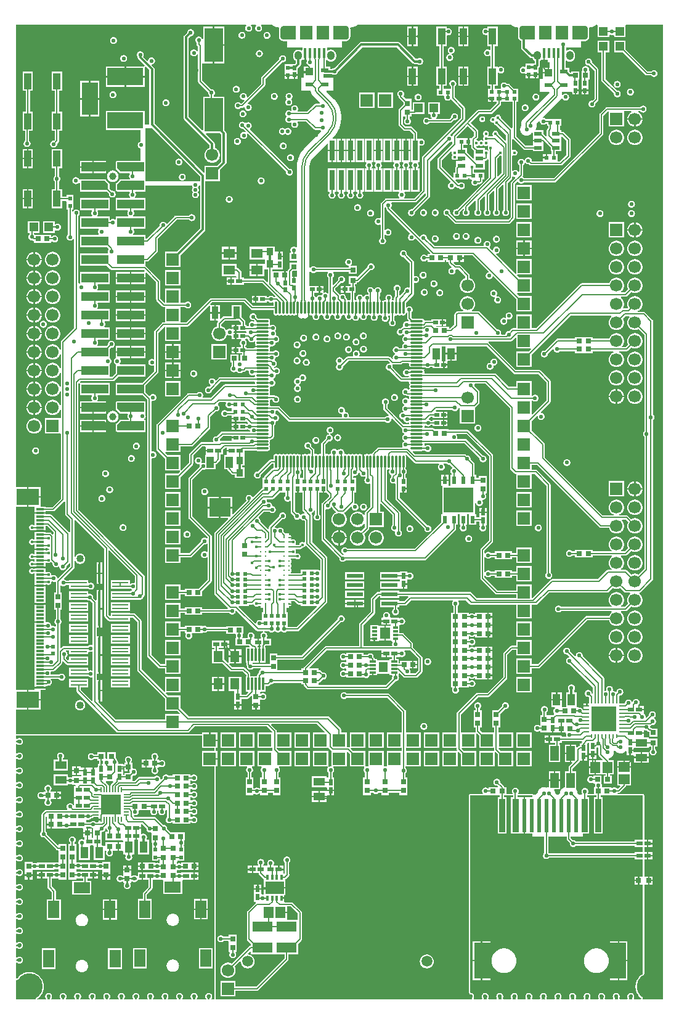
<source format=gtl>
G04 Layer_Physical_Order=1*
G04 Layer_Color=255*
%FSLAX43Y43*%
%MOMM*%
G71*
G01*
G75*
%ADD10C,0.175*%
%ADD11R,0.550X0.600*%
%ADD12R,0.600X0.550*%
%ADD13R,0.800X0.650*%
%ADD14R,0.650X0.500*%
%ADD15R,0.500X0.650*%
%ADD16R,1.600X1.300*%
%ADD17R,1.000X2.250*%
%ADD18R,2.800X1.400*%
%ADD19R,0.650X0.800*%
%ADD20R,1.092X1.600*%
%ADD21R,0.700X0.700*%
%ADD22R,0.700X0.700*%
%ADD23R,0.950X1.000*%
%ADD24R,0.900X0.600*%
%ADD25R,0.600X0.900*%
%ADD26R,0.762X0.762*%
%ADD27R,0.762X0.762*%
%ADD28R,0.500X0.600*%
%ADD29R,1.600X1.092*%
%ADD30R,1.500X1.350*%
%ADD31R,1.350X1.500*%
%ADD32R,2.200X1.500*%
%ADD33R,1.500X2.400*%
%ADD34R,1.100X1.000*%
%ADD35R,1.100X0.600*%
%ADD36R,1.200X1.200*%
%ADD37R,1.200X1.200*%
%ADD38R,0.400X1.350*%
%ADD39R,1.050X0.600*%
%ADD40R,0.950X1.750*%
%ADD41R,2.500X4.600*%
%ADD42R,2.200X0.600*%
%ADD43R,0.300X1.700*%
%ADD44O,0.300X1.700*%
%ADD45O,1.700X0.300*%
%ADD46R,1.300X1.400*%
%ADD47R,0.850X0.300*%
%ADD48R,0.230X0.500*%
%ADD49R,3.400X3.400*%
%ADD50R,0.500X0.230*%
%ADD51C,0.320*%
%ADD52R,4.100X3.500*%
%ADD53R,0.600X1.100*%
%ADD54R,2.500X1.700*%
%ADD55R,0.350X0.675*%
%ADD56R,0.700X0.300*%
%ADD57R,1.400X1.600*%
%ADD58O,0.200X0.700*%
%ADD59O,0.700X0.200*%
%ADD60R,2.800X2.800*%
%ADD61R,1.300X1.600*%
%ADD62R,1.000X1.600*%
%ADD63R,3.000X2.500*%
%ADD64R,1.200X2.000*%
%ADD65R,2.000X4.900*%
%ADD66R,0.810X4.600*%
%ADD67R,0.610X4.600*%
%ADD68R,1.100X0.300*%
%ADD69R,3.100X2.300*%
%ADD70R,3.200X1.270*%
%ADD71R,3.683X1.270*%
%ADD72R,0.740X2.790*%
%ADD73R,0.430X4.700*%
%ADD74R,0.430X2.540*%
%ADD75R,2.270X0.280*%
%ADD76C,0.179*%
%ADD77C,0.180*%
%ADD78C,0.150*%
%ADD79C,0.200*%
%ADD80C,0.185*%
%ADD81C,0.165*%
%ADD82C,0.127*%
%ADD83C,0.300*%
%ADD84R,0.300X0.900*%
%ADD85R,1.800X1.900*%
%ADD86C,1.500*%
%ADD87C,3.600*%
%ADD88R,1.700X1.700*%
%ADD89C,1.700*%
G04:AMPARAMS|DCode=90|XSize=2.1mm|YSize=1.9mm|CornerRadius=0.494mm|HoleSize=0mm|Usage=FLASHONLY|Rotation=0.000|XOffset=0mm|YOffset=0mm|HoleType=Round|Shape=RoundedRectangle|*
%AMROUNDEDRECTD90*
21,1,2.100,0.912,0,0,0.0*
21,1,1.112,1.900,0,0,0.0*
1,1,0.988,0.556,-0.456*
1,1,0.988,-0.556,-0.456*
1,1,0.988,-0.556,0.456*
1,1,0.988,0.556,0.456*
%
%ADD90ROUNDEDRECTD90*%
G04:AMPARAMS|DCode=91|XSize=1.05mm|YSize=1.25mm|CornerRadius=0.525mm|HoleSize=0mm|Usage=FLASHONLY|Rotation=180.000|XOffset=0mm|YOffset=0mm|HoleType=Round|Shape=RoundedRectangle|*
%AMROUNDEDRECTD91*
21,1,1.050,0.200,0,0,180.0*
21,1,0.000,1.250,0,0,180.0*
1,1,1.050,0.000,0.100*
1,1,1.050,0.000,0.100*
1,1,1.050,0.000,-0.100*
1,1,1.050,0.000,-0.100*
%
%ADD91ROUNDEDRECTD91*%
%ADD92R,1.700X1.700*%
%ADD93R,2.200X4.500*%
%ADD94R,5.000X2.200*%
%ADD95R,5.000X2.400*%
%ADD96C,1.000*%
%ADD97C,1.020*%
%ADD98C,0.550*%
%ADD99C,0.400*%
%ADD100C,0.700*%
%ADD101C,0.660*%
G36*
X-19752Y-17649D02*
X-19718Y-17679D01*
X-19679Y-17702D01*
X-19638Y-17720D01*
X-19594Y-17730D01*
X-19549Y-17734D01*
X-18462D01*
Y-17945D01*
X-17012D01*
Y-16995D01*
Y-16563D01*
X-16895Y-16514D01*
X-16012Y-17397D01*
Y-17945D01*
X-15888D01*
Y-18235D01*
X-15978Y-18325D01*
X-16075Y-18325D01*
X-16202Y-18325D01*
X-16475D01*
Y-18800D01*
X-16575D01*
Y-18900D01*
X-17075D01*
Y-19275D01*
X-17183Y-19321D01*
X-18478D01*
X-18481Y-19320D01*
X-18599Y-19250D01*
X-18602Y-19197D01*
X-18611Y-19144D01*
X-18626Y-19093D01*
X-18646Y-19044D01*
X-18672Y-18997D01*
X-18703Y-18953D01*
X-18739Y-18914D01*
X-18778Y-18878D01*
X-18822Y-18847D01*
X-18869Y-18821D01*
X-18918Y-18801D01*
X-18969Y-18786D01*
X-19022Y-18777D01*
X-19075Y-18774D01*
X-19128Y-18777D01*
X-19181Y-18786D01*
X-19232Y-18801D01*
X-19281Y-18821D01*
X-19328Y-18847D01*
X-19372Y-18878D01*
X-19411Y-18914D01*
X-19447Y-18953D01*
X-19478Y-18997D01*
X-19504Y-19044D01*
X-19524Y-19093D01*
X-19536Y-19135D01*
X-19557Y-19147D01*
X-19671Y-19163D01*
X-19678Y-19153D01*
X-19714Y-19114D01*
X-19753Y-19078D01*
X-19797Y-19047D01*
X-19844Y-19021D01*
X-19893Y-19001D01*
X-19944Y-18986D01*
X-19997Y-18977D01*
X-20050Y-18974D01*
X-20103Y-18977D01*
X-20156Y-18986D01*
X-20207Y-19001D01*
X-20256Y-19021D01*
X-20303Y-19047D01*
X-20347Y-19078D01*
X-20386Y-19114D01*
X-20422Y-19153D01*
X-20453Y-19197D01*
X-20479Y-19244D01*
X-20499Y-19293D01*
X-20514Y-19344D01*
X-20523Y-19397D01*
X-20526Y-19450D01*
X-20523Y-19503D01*
X-20514Y-19556D01*
X-20499Y-19607D01*
X-20479Y-19656D01*
X-20453Y-19703D01*
X-20422Y-19747D01*
X-20386Y-19786D01*
X-20347Y-19822D01*
X-20326Y-19837D01*
Y-20720D01*
X-20341Y-20728D01*
X-20472Y-20747D01*
X-20503Y-20703D01*
X-20539Y-20664D01*
X-20578Y-20628D01*
X-20622Y-20597D01*
X-20669Y-20571D01*
X-20718Y-20551D01*
X-20769Y-20536D01*
X-20822Y-20527D01*
X-20875Y-20524D01*
X-20928Y-20527D01*
X-20981Y-20536D01*
X-21032Y-20551D01*
X-21081Y-20571D01*
X-21128Y-20597D01*
X-21147Y-20611D01*
X-21227Y-20586D01*
X-21274Y-20549D01*
Y-18559D01*
X-21229Y-18519D01*
X-21147Y-18486D01*
X-21128Y-18495D01*
X-21079Y-18512D01*
X-21027Y-18522D01*
X-20975Y-18526D01*
X-20923Y-18522D01*
X-20871Y-18512D01*
X-20822Y-18495D01*
X-20775Y-18472D01*
X-20731Y-18443D01*
X-20692Y-18408D01*
X-20657Y-18369D01*
X-20628Y-18325D01*
X-20605Y-18278D01*
X-20588Y-18229D01*
X-20578Y-18177D01*
X-20574Y-18125D01*
X-20578Y-18073D01*
X-20588Y-18021D01*
X-20605Y-17972D01*
X-20628Y-17925D01*
X-20657Y-17881D01*
X-20692Y-17842D01*
X-20731Y-17807D01*
X-20775Y-17778D01*
X-20822Y-17755D01*
X-20871Y-17738D01*
X-20923Y-17728D01*
X-20975Y-17724D01*
X-21027Y-17728D01*
X-21079Y-17738D01*
X-21128Y-17755D01*
X-21147Y-17764D01*
X-21229Y-17731D01*
X-21274Y-17691D01*
Y-16306D01*
X-21262Y-16295D01*
X-21147Y-16255D01*
X-19752Y-17649D01*
D02*
G37*
G36*
X-22740Y-18580D02*
X-22726Y-18602D01*
Y-20911D01*
X-23222Y-21407D01*
X-23349Y-21354D01*
Y-18914D01*
X-22960Y-18525D01*
X-22950Y-18526D01*
X-22898Y-18522D01*
X-22853Y-18514D01*
X-22845Y-18513D01*
X-22740Y-18580D01*
D02*
G37*
G36*
X-25794Y-17143D02*
X-25750Y-17172D01*
X-25703Y-17195D01*
X-25654Y-17212D01*
X-25602Y-17222D01*
X-25550Y-17226D01*
X-25498Y-17222D01*
X-25446Y-17212D01*
X-25397Y-17195D01*
X-25350Y-17172D01*
X-25306Y-17143D01*
X-25265Y-17108D01*
X-25185Y-17108D01*
X-25144Y-17143D01*
X-25100Y-17172D01*
X-25053Y-17195D01*
X-25004Y-17212D01*
X-24952Y-17222D01*
X-24900Y-17226D01*
X-24848Y-17222D01*
X-24796Y-17212D01*
X-24747Y-17195D01*
X-24700Y-17172D01*
X-24656Y-17143D01*
X-24568Y-17231D01*
X-24597Y-17275D01*
X-24620Y-17322D01*
X-24637Y-17371D01*
X-24647Y-17423D01*
X-24651Y-17475D01*
X-24647Y-17527D01*
X-24637Y-17579D01*
X-24620Y-17628D01*
X-24597Y-17675D01*
X-24568Y-17719D01*
X-24656Y-17807D01*
X-24700Y-17778D01*
X-24747Y-17755D01*
X-24796Y-17738D01*
X-24848Y-17728D01*
X-24900Y-17724D01*
X-24952Y-17728D01*
X-24955Y-17728D01*
X-25057Y-17665D01*
X-25082Y-17630D01*
Y-17518D01*
X-26066D01*
X-26233Y-17351D01*
X-26212Y-17273D01*
X-26180Y-17225D01*
X-26148Y-17222D01*
X-26096Y-17212D01*
X-26047Y-17195D01*
X-26000Y-17172D01*
X-25956Y-17143D01*
X-25915Y-17108D01*
X-25835D01*
X-25794Y-17143D01*
D02*
G37*
G36*
X-21093Y-48454D02*
X-21059Y-48483D01*
X-21020Y-48507D01*
X-20979Y-48524D01*
X-20935Y-48535D01*
X-20890Y-48538D01*
X-17719D01*
X-16588Y-49669D01*
Y-52165D01*
X-18493Y-54069D01*
X-18620Y-54017D01*
Y-52224D01*
X-18616Y-52220D01*
X-18493Y-52179D01*
X-18486Y-52186D01*
X-18447Y-52222D01*
X-18403Y-52253D01*
X-18356Y-52279D01*
X-18307Y-52299D01*
X-18256Y-52314D01*
X-18203Y-52323D01*
X-18150Y-52326D01*
X-18097Y-52323D01*
X-18044Y-52314D01*
X-17993Y-52299D01*
X-17944Y-52279D01*
X-17897Y-52253D01*
X-17853Y-52222D01*
X-17814Y-52186D01*
X-17778Y-52147D01*
X-17747Y-52103D01*
X-17721Y-52056D01*
X-17701Y-52007D01*
X-17686Y-51956D01*
X-17677Y-51903D01*
X-17674Y-51850D01*
X-17677Y-51797D01*
X-17686Y-51744D01*
X-17701Y-51693D01*
X-17721Y-51644D01*
X-17747Y-51597D01*
X-17778Y-51553D01*
X-17814Y-51514D01*
X-17853Y-51478D01*
X-17897Y-51447D01*
X-17944Y-51421D01*
X-17993Y-51401D01*
X-18044Y-51386D01*
X-18097Y-51377D01*
X-18150Y-51374D01*
X-18203Y-51377D01*
X-18256Y-51386D01*
X-18307Y-51401D01*
X-18356Y-51421D01*
X-18403Y-51447D01*
X-18447Y-51478D01*
X-18486Y-51514D01*
X-18493Y-51521D01*
X-18616Y-51480D01*
X-18620Y-51476D01*
Y-49524D01*
X-20720D01*
Y-50286D01*
X-21752D01*
X-23491Y-48546D01*
X-23525Y-48517D01*
X-23564Y-48493D01*
X-23606Y-48476D01*
X-23650Y-48465D01*
X-23695Y-48462D01*
X-33272D01*
X-33300Y-48441D01*
X-33360Y-48342D01*
X-33360Y-48335D01*
X-33352Y-48296D01*
X-33349Y-48250D01*
X-33352Y-48204D01*
X-33361Y-48159D01*
X-33376Y-48116D01*
X-33396Y-48075D01*
X-33422Y-48036D01*
X-33450Y-48000D01*
X-33422Y-47964D01*
X-33396Y-47925D01*
X-33376Y-47884D01*
X-33364Y-47850D01*
X-34400D01*
X-35436D01*
X-35424Y-47884D01*
X-35530Y-47955D01*
X-35574Y-47925D01*
X-35620Y-47899D01*
X-35670Y-47878D01*
X-35721Y-47864D01*
X-35773Y-47855D01*
X-35827Y-47852D01*
X-35880Y-47855D01*
X-35933Y-47864D01*
X-35984Y-47878D01*
X-36033Y-47899D01*
X-36080Y-47925D01*
X-36123Y-47955D01*
X-36163Y-47991D01*
X-36199Y-48031D01*
X-36230Y-48074D01*
X-36255Y-48121D01*
X-36276Y-48170D01*
X-36291Y-48221D01*
X-36299Y-48274D01*
X-36303Y-48327D01*
X-36299Y-48381D01*
X-36291Y-48433D01*
X-36276Y-48484D01*
X-36255Y-48534D01*
X-36230Y-48580D01*
X-36199Y-48624D01*
X-36163Y-48664D01*
X-36123Y-48699D01*
X-36080Y-48730D01*
X-36033Y-48756D01*
X-35984Y-48776D01*
X-35933Y-48791D01*
X-35880Y-48800D01*
X-35827Y-48803D01*
X-35773Y-48800D01*
X-35721Y-48791D01*
X-35670Y-48776D01*
X-35635Y-48762D01*
X-35580Y-48778D01*
X-35497Y-48822D01*
X-35491Y-48848D01*
X-35580Y-48959D01*
X-36405D01*
X-37728Y-47635D01*
X-37727Y-47628D01*
X-37724Y-47575D01*
X-37727Y-47522D01*
X-37736Y-47469D01*
X-37751Y-47418D01*
X-37771Y-47369D01*
X-37788Y-47339D01*
X-37762Y-47267D01*
X-37717Y-47216D01*
X-36658D01*
X-36612Y-47212D01*
X-36568Y-47202D01*
X-36526Y-47184D01*
X-36487Y-47160D01*
X-36452Y-47131D01*
X-36362Y-47041D01*
X-35529D01*
X-35502Y-47060D01*
X-35441Y-47156D01*
X-35441Y-47168D01*
X-35448Y-47204D01*
X-35451Y-47250D01*
X-35448Y-47296D01*
X-35439Y-47341D01*
X-35424Y-47384D01*
X-35404Y-47425D01*
X-35378Y-47464D01*
X-35348Y-47498D01*
Y-47502D01*
X-35378Y-47536D01*
X-35404Y-47575D01*
X-35424Y-47616D01*
X-35436Y-47650D01*
X-34400D01*
X-33341D01*
X-33233Y-47612D01*
X-33222Y-47622D01*
X-33178Y-47653D01*
X-33131Y-47679D01*
X-33082Y-47699D01*
X-33031Y-47714D01*
X-32978Y-47723D01*
X-32925Y-47726D01*
X-32872Y-47723D01*
X-32819Y-47714D01*
X-32768Y-47699D01*
X-32719Y-47679D01*
X-32672Y-47653D01*
X-32628Y-47622D01*
X-32589Y-47586D01*
X-32553Y-47547D01*
X-32549Y-47541D01*
X-32200D01*
Y-47700D01*
X-30825D01*
Y-47250D01*
Y-46800D01*
X-30883D01*
X-30979Y-46725D01*
Y-44725D01*
X-30856Y-44716D01*
X-30562D01*
X-30439Y-44725D01*
X-30439Y-44843D01*
Y-45625D01*
X-28947D01*
X-28947Y-44725D01*
X-28824Y-44716D01*
X-24832D01*
X-21093Y-48454D01*
D02*
G37*
G36*
X-88964Y-116728D02*
X-88929Y-116735D01*
X-88895Y-116746D01*
X-88863Y-116762D01*
X-88833Y-116782D01*
X-88806Y-116806D01*
X-88782Y-116833D01*
X-88762Y-116863D01*
X-88746Y-116895D01*
X-88735Y-116929D01*
X-88728Y-116964D01*
X-88725Y-117000D01*
X-88728Y-117036D01*
X-88735Y-117071D01*
X-88746Y-117105D01*
X-88762Y-117137D01*
X-88782Y-117167D01*
X-88806Y-117194D01*
X-88833Y-117218D01*
X-88863Y-117238D01*
X-88895Y-117254D01*
X-88929Y-117265D01*
X-88964Y-117272D01*
X-89000Y-117275D01*
X-89036Y-117272D01*
X-89071Y-117265D01*
X-89105Y-117254D01*
X-89137Y-117238D01*
X-89167Y-117218D01*
X-89189Y-117198D01*
X-89200Y-117191D01*
X-89210Y-117183D01*
X-89216Y-117180D01*
X-89221Y-117176D01*
X-89233Y-117170D01*
X-89244Y-117164D01*
X-89251Y-117162D01*
X-89257Y-117159D01*
X-89270Y-117156D01*
X-89282Y-117153D01*
X-89289Y-117152D01*
X-89296Y-117150D01*
X-89308Y-117150D01*
X-89321Y-117149D01*
X-89322Y-117149D01*
X-89336Y-117148D01*
X-89394Y-117111D01*
X-89448Y-117045D01*
X-89449Y-117042D01*
Y-116958D01*
X-89448Y-116955D01*
X-89394Y-116889D01*
X-89336Y-116852D01*
X-89322Y-116851D01*
X-89321Y-116851D01*
X-89308Y-116850D01*
X-89296Y-116850D01*
X-89289Y-116848D01*
X-89282Y-116847D01*
X-89270Y-116844D01*
X-89257Y-116841D01*
X-89251Y-116838D01*
X-89244Y-116836D01*
X-89233Y-116830D01*
X-89221Y-116824D01*
X-89216Y-116820D01*
X-89210Y-116817D01*
X-89200Y-116809D01*
X-89189Y-116802D01*
X-89167Y-116782D01*
X-89137Y-116762D01*
X-89105Y-116746D01*
X-89071Y-116735D01*
X-89036Y-116728D01*
X-89000Y-116725D01*
X-88964Y-116728D01*
D02*
G37*
G36*
X-50650Y-64800D02*
X-50300D01*
Y-64800D01*
X-50140D01*
Y-67135D01*
X-50137Y-67180D01*
X-50126Y-67225D01*
X-50109Y-67267D01*
X-50085Y-67305D01*
X-50055Y-67340D01*
X-49806Y-67590D01*
X-49868Y-67707D01*
X-49881Y-67705D01*
X-49934Y-67702D01*
X-49988Y-67705D01*
X-50040Y-67714D01*
X-50092Y-67729D01*
X-50141Y-67749D01*
X-50188Y-67775D01*
X-50231Y-67806D01*
X-50271Y-67841D01*
X-50305Y-67849D01*
X-50392Y-67838D01*
X-50421Y-67824D01*
X-50422Y-67822D01*
X-50453Y-67778D01*
X-50489Y-67739D01*
X-50528Y-67703D01*
X-50572Y-67672D01*
X-50619Y-67646D01*
X-50668Y-67626D01*
X-50719Y-67611D01*
X-50772Y-67602D01*
X-50825Y-67599D01*
X-50878Y-67602D01*
X-50894Y-67605D01*
X-51158Y-67341D01*
Y-64800D01*
X-50850D01*
Y-64275D01*
X-50650D01*
Y-64800D01*
D02*
G37*
G36*
X-34725Y-60725D02*
X-34692Y-60754D01*
X-34654Y-60777D01*
X-34613Y-60794D01*
X-34569Y-60805D01*
X-34525Y-60808D01*
X-31372D01*
X-31331Y-60906D01*
X-31330Y-60935D01*
X-31361Y-60964D01*
X-31397Y-61003D01*
X-31428Y-61047D01*
X-31454Y-61094D01*
X-31474Y-61143D01*
X-31489Y-61194D01*
X-31498Y-61247D01*
X-31501Y-61300D01*
X-31498Y-61353D01*
X-31489Y-61406D01*
X-31474Y-61457D01*
X-31454Y-61506D01*
X-31428Y-61553D01*
X-31397Y-61597D01*
X-31361Y-61636D01*
X-31322Y-61672D01*
X-31278Y-61703D01*
X-31231Y-61729D01*
X-31182Y-61749D01*
X-31131Y-61764D01*
X-31078Y-61773D01*
X-31025Y-61776D01*
X-30972Y-61773D01*
X-30919Y-61764D01*
X-30868Y-61749D01*
X-30819Y-61729D01*
X-30772Y-61703D01*
X-30728Y-61672D01*
X-30689Y-61636D01*
X-30653Y-61597D01*
X-30622Y-61553D01*
X-30596Y-61506D01*
X-30576Y-61457D01*
X-30561Y-61406D01*
X-30552Y-61353D01*
X-30549Y-61300D01*
X-30552Y-61247D01*
X-30561Y-61194D01*
X-30576Y-61143D01*
X-30596Y-61094D01*
X-30622Y-61047D01*
X-30653Y-61003D01*
X-30689Y-60964D01*
X-30720Y-60935D01*
X-30719Y-60906D01*
X-30678Y-60808D01*
X-30306D01*
X-30297Y-60822D01*
X-30261Y-60861D01*
X-30222Y-60897D01*
X-30178Y-60928D01*
X-30131Y-60954D01*
X-30082Y-60974D01*
X-30031Y-60989D01*
X-29978Y-60998D01*
X-29925Y-61001D01*
X-29872Y-60998D01*
X-29856Y-60995D01*
X-29531Y-61319D01*
X-29525Y-61350D01*
X-29553Y-61472D01*
X-29556Y-61474D01*
X-29597Y-61503D01*
X-29636Y-61539D01*
X-29672Y-61578D01*
X-29703Y-61622D01*
X-29729Y-61669D01*
X-29749Y-61718D01*
X-29764Y-61769D01*
X-29773Y-61822D01*
X-29776Y-61875D01*
X-29773Y-61928D01*
X-29764Y-61981D01*
X-29749Y-62032D01*
X-29729Y-62081D01*
X-29703Y-62128D01*
X-29672Y-62172D01*
X-29636Y-62211D01*
X-29623Y-62223D01*
X-29650Y-62321D01*
X-29670Y-62350D01*
X-29785D01*
X-29785Y-63850D01*
X-29912Y-63850D01*
X-30055Y-63850D01*
X-30055Y-63723D01*
Y-63200D01*
X-31055D01*
Y-63850D01*
X-30900Y-63850D01*
X-30900Y-63977D01*
Y-67623D01*
X-30900Y-67750D01*
X-31055Y-67750D01*
Y-68882D01*
X-34689Y-72517D01*
X-43919D01*
X-43928Y-72503D01*
X-43964Y-72464D01*
X-44003Y-72428D01*
X-44047Y-72397D01*
X-44094Y-72371D01*
X-44143Y-72351D01*
X-44194Y-72336D01*
X-44247Y-72327D01*
X-44300Y-72324D01*
X-44353Y-72327D01*
X-44406Y-72336D01*
X-44457Y-72351D01*
X-44506Y-72371D01*
X-44553Y-72397D01*
X-44597Y-72428D01*
X-44636Y-72464D01*
X-44672Y-72503D01*
X-44703Y-72547D01*
X-44729Y-72594D01*
X-44749Y-72643D01*
X-44764Y-72694D01*
X-44773Y-72747D01*
X-44776Y-72800D01*
X-44773Y-72853D01*
X-44764Y-72906D01*
X-44749Y-72957D01*
X-44729Y-73006D01*
X-44703Y-73053D01*
X-44672Y-73097D01*
X-44636Y-73136D01*
X-44597Y-73172D01*
X-44553Y-73203D01*
X-44506Y-73229D01*
X-44457Y-73249D01*
X-44444Y-73253D01*
X-44473Y-73377D01*
X-44514Y-73370D01*
X-44567Y-73367D01*
X-44621Y-73370D01*
X-44637Y-73372D01*
X-46929Y-71080D01*
Y-67159D01*
X-46915Y-67139D01*
X-46807Y-67074D01*
X-46802Y-67076D01*
X-46756Y-67089D01*
X-46703Y-67098D01*
X-46650Y-67101D01*
X-46597Y-67098D01*
X-46544Y-67089D01*
X-46493Y-67074D01*
X-46444Y-67054D01*
X-46397Y-67028D01*
X-46353Y-66997D01*
X-46314Y-66961D01*
X-46278Y-66922D01*
X-46247Y-66878D01*
X-46221Y-66831D01*
X-46206Y-66794D01*
X-46162Y-66773D01*
X-46062Y-66808D01*
X-46037Y-66819D01*
X-46026Y-66863D01*
X-46009Y-66905D01*
X-45985Y-66944D01*
X-45955Y-66979D01*
X-45523Y-67411D01*
X-45561Y-67553D01*
X-45595Y-67571D01*
X-45673Y-67620D01*
X-45746Y-67676D01*
X-45813Y-67738D01*
X-45875Y-67805D01*
X-45931Y-67878D01*
X-45980Y-67955D01*
X-46023Y-68037D01*
X-46058Y-68122D01*
X-46085Y-68209D01*
X-46105Y-68298D01*
X-46117Y-68389D01*
X-46121Y-68481D01*
X-46117Y-68573D01*
X-46105Y-68663D01*
X-46085Y-68753D01*
X-46058Y-68840D01*
X-46023Y-68925D01*
X-45980Y-69006D01*
X-45931Y-69084D01*
X-45875Y-69157D01*
X-45813Y-69224D01*
X-45746Y-69286D01*
X-45673Y-69342D01*
X-45595Y-69391D01*
X-45514Y-69434D01*
X-45429Y-69469D01*
X-45342Y-69496D01*
X-45252Y-69516D01*
X-45162Y-69528D01*
X-45070Y-69532D01*
X-44978Y-69528D01*
X-44887Y-69516D01*
X-44798Y-69496D01*
X-44711Y-69469D01*
X-44626Y-69434D01*
X-44544Y-69391D01*
X-44467Y-69342D01*
X-44394Y-69286D01*
X-44327Y-69224D01*
X-44265Y-69157D01*
X-44209Y-69084D01*
X-44160Y-69006D01*
X-44117Y-68925D01*
X-44082Y-68840D01*
X-44055Y-68753D01*
X-44035Y-68663D01*
X-44023Y-68573D01*
X-44019Y-68481D01*
X-44023Y-68389D01*
X-44035Y-68298D01*
X-44055Y-68209D01*
X-44082Y-68122D01*
X-44117Y-68037D01*
X-44160Y-67955D01*
X-44209Y-67878D01*
X-44265Y-67805D01*
X-44327Y-67738D01*
X-44355Y-67712D01*
X-44358Y-67698D01*
X-44347Y-67598D01*
X-44345Y-67590D01*
X-44331Y-67565D01*
X-44306Y-67549D01*
X-44271Y-67520D01*
X-43472Y-66721D01*
X-43423Y-66731D01*
X-43349Y-66778D01*
X-43351Y-66800D01*
X-43348Y-66853D01*
X-43339Y-66906D01*
X-43324Y-66957D01*
X-43304Y-67006D01*
X-43278Y-67053D01*
X-43247Y-67097D01*
X-43211Y-67136D01*
X-43172Y-67172D01*
X-43128Y-67203D01*
X-43081Y-67229D01*
X-43032Y-67249D01*
X-42981Y-67264D01*
X-42928Y-67273D01*
X-42875Y-67276D01*
X-42822Y-67273D01*
X-42769Y-67264D01*
X-42718Y-67249D01*
X-42669Y-67229D01*
X-42622Y-67203D01*
X-42578Y-67172D01*
X-42539Y-67136D01*
X-42503Y-67097D01*
X-42472Y-67053D01*
X-42446Y-67006D01*
X-42426Y-66957D01*
X-42411Y-66906D01*
X-42402Y-66853D01*
X-42399Y-66800D01*
X-42402Y-66747D01*
X-42411Y-66694D01*
X-42426Y-66643D01*
X-42446Y-66594D01*
X-42472Y-66547D01*
X-42503Y-66503D01*
X-42539Y-66464D01*
X-42578Y-66428D01*
X-42622Y-66397D01*
X-42669Y-66371D01*
X-42718Y-66351D01*
X-42769Y-66336D01*
X-42822Y-66327D01*
X-42875Y-66324D01*
X-42908Y-66326D01*
X-42958Y-66273D01*
X-42986Y-66208D01*
X-42974Y-66178D01*
X-42963Y-66133D01*
X-42960Y-66088D01*
Y-64800D01*
X-42775D01*
Y-63927D01*
X-42775Y-63800D01*
X-42775D01*
Y-63800D01*
X-42775D01*
Y-62800D01*
X-43143D01*
Y-62576D01*
X-43111Y-62539D01*
X-43016Y-62486D01*
X-43006Y-62489D01*
X-42953Y-62498D01*
X-42900Y-62501D01*
X-42847Y-62498D01*
X-42794Y-62489D01*
X-42743Y-62474D01*
X-42694Y-62454D01*
X-42647Y-62428D01*
X-42603Y-62397D01*
X-42564Y-62361D01*
X-42528Y-62322D01*
X-42497Y-62278D01*
X-42471Y-62231D01*
X-42451Y-62182D01*
X-42436Y-62131D01*
X-42429Y-62089D01*
X-42402Y-62071D01*
X-42319Y-62046D01*
X-42300Y-62062D01*
X-42225Y-62132D01*
X-42228Y-62178D01*
X-42225Y-62231D01*
X-42216Y-62284D01*
X-42201Y-62335D01*
X-42181Y-62384D01*
X-42155Y-62431D01*
X-42124Y-62475D01*
X-42088Y-62514D01*
X-42049Y-62550D01*
X-42005Y-62581D01*
X-41958Y-62607D01*
X-41909Y-62627D01*
X-41858Y-62642D01*
X-41805Y-62651D01*
X-41752Y-62654D01*
X-41699Y-62651D01*
X-41646Y-62642D01*
X-41595Y-62627D01*
X-41581Y-62621D01*
X-41508Y-62648D01*
X-41458Y-62678D01*
X-41454Y-62682D01*
X-41442Y-62773D01*
X-41463Y-62792D01*
X-41499Y-62831D01*
X-41530Y-62875D01*
X-41556Y-62922D01*
X-41576Y-62971D01*
X-41591Y-63022D01*
X-41600Y-63075D01*
X-41603Y-63128D01*
X-41600Y-63181D01*
X-41591Y-63234D01*
X-41576Y-63285D01*
X-41556Y-63334D01*
X-41530Y-63381D01*
X-41499Y-63425D01*
X-41463Y-63464D01*
X-41424Y-63500D01*
X-41380Y-63531D01*
X-41333Y-63557D01*
X-41284Y-63577D01*
X-41233Y-63592D01*
X-41180Y-63601D01*
X-41127Y-63604D01*
X-41074Y-63601D01*
X-41021Y-63592D01*
X-40970Y-63577D01*
X-40921Y-63557D01*
X-40893Y-63541D01*
X-40832Y-63562D01*
X-40766Y-63610D01*
Y-66730D01*
X-41456Y-67419D01*
X-41485Y-67454D01*
X-41509Y-67493D01*
X-41527Y-67535D01*
X-41537Y-67579D01*
X-41541Y-67625D01*
Y-67843D01*
X-41668Y-67880D01*
X-41669Y-67878D01*
X-41725Y-67805D01*
X-41787Y-67738D01*
X-41854Y-67676D01*
X-41927Y-67620D01*
X-42004Y-67571D01*
X-42086Y-67528D01*
X-42171Y-67493D01*
X-42258Y-67466D01*
X-42347Y-67446D01*
X-42438Y-67434D01*
X-42530Y-67430D01*
X-42622Y-67434D01*
X-42712Y-67446D01*
X-42802Y-67466D01*
X-42889Y-67493D01*
X-42974Y-67528D01*
X-43055Y-67571D01*
X-43133Y-67620D01*
X-43206Y-67676D01*
X-43273Y-67738D01*
X-43335Y-67805D01*
X-43391Y-67878D01*
X-43440Y-67955D01*
X-43483Y-68037D01*
X-43518Y-68122D01*
X-43545Y-68209D01*
X-43565Y-68298D01*
X-43577Y-68389D01*
X-43581Y-68481D01*
X-43577Y-68573D01*
X-43565Y-68663D01*
X-43545Y-68753D01*
X-43518Y-68840D01*
X-43483Y-68925D01*
X-43440Y-69006D01*
X-43391Y-69084D01*
X-43335Y-69157D01*
X-43273Y-69224D01*
X-43206Y-69286D01*
X-43133Y-69342D01*
X-43055Y-69391D01*
X-42974Y-69434D01*
X-42889Y-69469D01*
X-42802Y-69496D01*
X-42712Y-69516D01*
X-42622Y-69528D01*
X-42530Y-69532D01*
X-42438Y-69528D01*
X-42347Y-69516D01*
X-42258Y-69496D01*
X-42171Y-69469D01*
X-42086Y-69434D01*
X-42004Y-69391D01*
X-41927Y-69342D01*
X-41854Y-69286D01*
X-41787Y-69224D01*
X-41725Y-69157D01*
X-41669Y-69084D01*
X-41668Y-69082D01*
X-41541Y-69119D01*
Y-69621D01*
X-42022Y-70102D01*
X-42086Y-70068D01*
X-42171Y-70033D01*
X-42258Y-70006D01*
X-42347Y-69986D01*
X-42438Y-69974D01*
X-42530Y-69970D01*
X-42622Y-69974D01*
X-42712Y-69986D01*
X-42802Y-70006D01*
X-42889Y-70033D01*
X-42974Y-70068D01*
X-43055Y-70111D01*
X-43133Y-70160D01*
X-43206Y-70216D01*
X-43273Y-70278D01*
X-43335Y-70345D01*
X-43391Y-70418D01*
X-43440Y-70495D01*
X-43483Y-70577D01*
X-43518Y-70662D01*
X-43545Y-70749D01*
X-43565Y-70838D01*
X-43577Y-70929D01*
X-43581Y-71021D01*
X-43577Y-71113D01*
X-43565Y-71203D01*
X-43545Y-71293D01*
X-43518Y-71380D01*
X-43483Y-71465D01*
X-43440Y-71546D01*
X-43391Y-71624D01*
X-43335Y-71697D01*
X-43273Y-71764D01*
X-43206Y-71826D01*
X-43133Y-71882D01*
X-43055Y-71931D01*
X-42974Y-71974D01*
X-42889Y-72009D01*
X-42802Y-72036D01*
X-42712Y-72056D01*
X-42622Y-72068D01*
X-42530Y-72072D01*
X-42438Y-72068D01*
X-42347Y-72056D01*
X-42258Y-72036D01*
X-42171Y-72009D01*
X-42086Y-71974D01*
X-42004Y-71931D01*
X-41927Y-71882D01*
X-41854Y-71826D01*
X-41787Y-71764D01*
X-41725Y-71697D01*
X-41669Y-71624D01*
X-41620Y-71546D01*
X-41577Y-71465D01*
X-41542Y-71380D01*
X-41515Y-71293D01*
X-41495Y-71203D01*
X-41483Y-71113D01*
X-41479Y-71021D01*
X-41483Y-70929D01*
X-41495Y-70838D01*
X-41515Y-70749D01*
X-41542Y-70662D01*
X-41577Y-70577D01*
X-41611Y-70513D01*
X-41044Y-69947D01*
X-41015Y-69912D01*
X-40991Y-69873D01*
X-40973Y-69831D01*
X-40963Y-69787D01*
X-40959Y-69741D01*
Y-69531D01*
X-38940D01*
Y-67431D01*
X-39474D01*
Y-66338D01*
X-39347Y-66286D01*
X-37738Y-67894D01*
Y-69272D01*
X-37747Y-69278D01*
X-37786Y-69314D01*
X-37822Y-69353D01*
X-37853Y-69397D01*
X-37879Y-69444D01*
X-37899Y-69493D01*
X-37914Y-69544D01*
X-37923Y-69597D01*
X-37926Y-69650D01*
X-37923Y-69703D01*
X-37914Y-69756D01*
X-37899Y-69807D01*
X-37879Y-69856D01*
X-37853Y-69903D01*
X-37822Y-69947D01*
X-37786Y-69986D01*
X-37747Y-70022D01*
X-37703Y-70053D01*
X-37656Y-70079D01*
X-37607Y-70099D01*
X-37556Y-70114D01*
X-37503Y-70123D01*
X-37473Y-70124D01*
X-37425Y-70169D01*
X-37382Y-70246D01*
X-37382Y-70246D01*
X-37389Y-70269D01*
X-37398Y-70322D01*
X-37401Y-70375D01*
X-37398Y-70428D01*
X-37389Y-70481D01*
X-37374Y-70532D01*
X-37354Y-70581D01*
X-37328Y-70628D01*
X-37297Y-70672D01*
X-37261Y-70711D01*
X-37222Y-70747D01*
X-37178Y-70778D01*
X-37131Y-70804D01*
X-37082Y-70824D01*
X-37031Y-70839D01*
X-36978Y-70848D01*
X-36925Y-70851D01*
X-36872Y-70848D01*
X-36819Y-70839D01*
X-36768Y-70824D01*
X-36719Y-70804D01*
X-36672Y-70778D01*
X-36628Y-70747D01*
X-36589Y-70711D01*
X-36553Y-70672D01*
X-36522Y-70628D01*
X-36496Y-70581D01*
X-36476Y-70532D01*
X-36461Y-70481D01*
X-36452Y-70428D01*
X-36449Y-70375D01*
X-36452Y-70322D01*
X-36461Y-70269D01*
X-36476Y-70218D01*
X-36496Y-70169D01*
X-36522Y-70122D01*
X-36553Y-70078D01*
X-36589Y-70039D01*
X-36628Y-70003D01*
X-36637Y-69997D01*
Y-67625D01*
X-36640Y-67580D01*
X-36651Y-67536D01*
X-36668Y-67494D01*
X-36692Y-67455D01*
X-36721Y-67421D01*
X-38462Y-65681D01*
Y-61677D01*
X-38441Y-61650D01*
X-38342Y-61590D01*
X-38335Y-61590D01*
X-38296Y-61598D01*
X-38250Y-61601D01*
X-38219Y-61599D01*
X-38193Y-61621D01*
X-38148Y-61716D01*
X-38155Y-61725D01*
X-38180Y-61772D01*
X-38201Y-61821D01*
X-38216Y-61872D01*
X-38225Y-61925D01*
X-38228Y-61978D01*
X-38225Y-62031D01*
X-38216Y-62084D01*
X-38201Y-62135D01*
X-38180Y-62184D01*
X-38155Y-62231D01*
X-38124Y-62275D01*
X-38088Y-62314D01*
X-38048Y-62350D01*
X-38005Y-62381D01*
X-37958Y-62407D01*
X-37947Y-62411D01*
X-37943Y-62414D01*
X-37914Y-62459D01*
X-37897Y-62500D01*
X-37887Y-62563D01*
X-37887Y-62565D01*
X-37897Y-62607D01*
X-37901Y-62650D01*
Y-62713D01*
X-37922Y-62728D01*
X-37961Y-62764D01*
X-37997Y-62803D01*
X-38028Y-62847D01*
X-38054Y-62894D01*
X-38074Y-62943D01*
X-38089Y-62994D01*
X-38098Y-63047D01*
X-38101Y-63100D01*
X-38098Y-63153D01*
X-38089Y-63206D01*
X-38074Y-63257D01*
X-38054Y-63306D01*
X-38028Y-63353D01*
X-37997Y-63397D01*
X-37961Y-63436D01*
X-37922Y-63472D01*
X-37878Y-63503D01*
X-37831Y-63529D01*
X-37782Y-63549D01*
X-37731Y-63564D01*
X-37678Y-63573D01*
X-37625Y-63576D01*
X-37572Y-63573D01*
X-37519Y-63564D01*
X-37468Y-63549D01*
X-37440Y-63538D01*
X-37376Y-63564D01*
X-37313Y-63616D01*
Y-65625D01*
X-37310Y-65670D01*
X-37299Y-65714D01*
X-37282Y-65756D01*
X-37258Y-65795D01*
X-37229Y-65829D01*
X-33346Y-69712D01*
X-33348Y-69722D01*
X-33351Y-69775D01*
X-33348Y-69828D01*
X-33339Y-69881D01*
X-33324Y-69932D01*
X-33304Y-69981D01*
X-33278Y-70028D01*
X-33247Y-70072D01*
X-33211Y-70111D01*
X-33172Y-70147D01*
X-33128Y-70178D01*
X-33081Y-70204D01*
X-33032Y-70224D01*
X-32981Y-70239D01*
X-32928Y-70248D01*
X-32875Y-70251D01*
X-32822Y-70248D01*
X-32769Y-70239D01*
X-32718Y-70224D01*
X-32669Y-70204D01*
X-32622Y-70178D01*
X-32578Y-70147D01*
X-32539Y-70111D01*
X-32503Y-70072D01*
X-32472Y-70028D01*
X-32446Y-69981D01*
X-32426Y-69932D01*
X-32411Y-69881D01*
X-32402Y-69828D01*
X-32399Y-69775D01*
X-32402Y-69722D01*
X-32411Y-69669D01*
X-32426Y-69618D01*
X-32446Y-69569D01*
X-32472Y-69522D01*
X-32503Y-69478D01*
X-32539Y-69439D01*
X-32578Y-69403D01*
X-32622Y-69372D01*
X-32669Y-69346D01*
X-32718Y-69326D01*
X-32769Y-69311D01*
X-32822Y-69302D01*
X-32875Y-69299D01*
X-32928Y-69302D01*
X-32938Y-69304D01*
X-36737Y-65506D01*
Y-64912D01*
X-36700Y-64800D01*
X-36350D01*
Y-64275D01*
X-36250D01*
Y-64175D01*
X-35800D01*
Y-63850D01*
Y-62800D01*
X-35974D01*
Y-62287D01*
X-35953Y-62272D01*
X-35914Y-62236D01*
X-35878Y-62197D01*
X-35847Y-62153D01*
X-35821Y-62106D01*
X-35801Y-62057D01*
X-35786Y-62006D01*
X-35777Y-61953D01*
X-35774Y-61900D01*
X-35777Y-61847D01*
X-35786Y-61794D01*
X-35801Y-61743D01*
X-35821Y-61694D01*
X-35847Y-61647D01*
X-35878Y-61603D01*
X-35914Y-61564D01*
X-35953Y-61528D01*
X-35959Y-61524D01*
Y-61445D01*
X-35946Y-61425D01*
X-35926Y-61384D01*
X-35911Y-61341D01*
X-35902Y-61296D01*
X-35899Y-61250D01*
Y-59850D01*
X-35902Y-59804D01*
X-35911Y-59759D01*
X-35926Y-59716D01*
X-35946Y-59675D01*
X-35839Y-59612D01*
X-34725Y-60725D01*
D02*
G37*
G36*
X-13813Y-112400D02*
X-13810Y-112445D01*
X-13799Y-112489D01*
X-13782Y-112531D01*
X-13758Y-112570D01*
X-13729Y-112604D01*
X-13371Y-112962D01*
X-13373Y-112972D01*
X-13376Y-113025D01*
X-13373Y-113078D01*
X-13364Y-113131D01*
X-13349Y-113182D01*
X-13329Y-113231D01*
X-13303Y-113278D01*
X-13272Y-113322D01*
X-13236Y-113361D01*
X-13197Y-113397D01*
X-13153Y-113428D01*
X-13106Y-113454D01*
X-13057Y-113474D01*
X-13006Y-113489D01*
X-12953Y-113498D01*
X-12900Y-113501D01*
X-12847Y-113498D01*
X-12794Y-113489D01*
X-12743Y-113474D01*
X-12694Y-113454D01*
X-12647Y-113428D01*
X-12603Y-113397D01*
X-12564Y-113361D01*
X-12528Y-113322D01*
X-12522Y-113313D01*
X-4425D01*
Y-113525D01*
X-3350D01*
Y-114165D01*
X-4425D01*
Y-114377D01*
X-16207D01*
X-16213Y-114368D01*
X-16249Y-114329D01*
X-16288Y-114293D01*
X-16297Y-114287D01*
Y-112075D01*
X-13813D01*
Y-112400D01*
D02*
G37*
G36*
X-88964Y-114728D02*
X-88929Y-114735D01*
X-88895Y-114746D01*
X-88863Y-114762D01*
X-88833Y-114782D01*
X-88806Y-114806D01*
X-88782Y-114833D01*
X-88762Y-114863D01*
X-88746Y-114895D01*
X-88735Y-114929D01*
X-88728Y-114964D01*
X-88725Y-115000D01*
X-88728Y-115036D01*
X-88735Y-115071D01*
X-88746Y-115105D01*
X-88762Y-115137D01*
X-88782Y-115167D01*
X-88806Y-115194D01*
X-88833Y-115218D01*
X-88863Y-115238D01*
X-88895Y-115254D01*
X-88929Y-115265D01*
X-88964Y-115272D01*
X-89000Y-115275D01*
X-89036Y-115272D01*
X-89071Y-115265D01*
X-89105Y-115254D01*
X-89137Y-115238D01*
X-89167Y-115218D01*
X-89189Y-115198D01*
X-89200Y-115191D01*
X-89210Y-115183D01*
X-89216Y-115180D01*
X-89221Y-115176D01*
X-89233Y-115170D01*
X-89244Y-115164D01*
X-89251Y-115162D01*
X-89257Y-115159D01*
X-89270Y-115156D01*
X-89282Y-115153D01*
X-89289Y-115152D01*
X-89296Y-115150D01*
X-89308Y-115150D01*
X-89321Y-115149D01*
X-89322Y-115149D01*
X-89336Y-115148D01*
X-89394Y-115111D01*
X-89448Y-115045D01*
X-89449Y-115042D01*
Y-114958D01*
X-89448Y-114955D01*
X-89394Y-114889D01*
X-89336Y-114852D01*
X-89322Y-114851D01*
X-89321Y-114851D01*
X-89308Y-114850D01*
X-89296Y-114850D01*
X-89289Y-114848D01*
X-89282Y-114847D01*
X-89270Y-114844D01*
X-89257Y-114841D01*
X-89251Y-114838D01*
X-89244Y-114836D01*
X-89233Y-114830D01*
X-89221Y-114824D01*
X-89216Y-114820D01*
X-89210Y-114817D01*
X-89200Y-114809D01*
X-89189Y-114802D01*
X-89167Y-114782D01*
X-89137Y-114762D01*
X-89105Y-114746D01*
X-89071Y-114735D01*
X-89036Y-114728D01*
X-89000Y-114725D01*
X-88964Y-114728D01*
D02*
G37*
G36*
X-13827Y-16490D02*
Y-18433D01*
X-14714Y-19321D01*
X-14967D01*
X-15075Y-19275D01*
Y-18325D01*
X-15311D01*
Y-17945D01*
X-14562D01*
Y-16995D01*
Y-15935D01*
X-14435Y-15882D01*
X-13827Y-16490D01*
D02*
G37*
G36*
X-57603Y-43707D02*
X-57604Y-43723D01*
X-57601Y-43776D01*
X-57592Y-43829D01*
X-57577Y-43880D01*
X-57557Y-43929D01*
X-57531Y-43976D01*
X-57500Y-44019D01*
X-57465Y-44059D01*
X-57425Y-44095D01*
X-57381Y-44126D01*
X-57335Y-44151D01*
X-57285Y-44172D01*
X-57234Y-44187D01*
X-57182Y-44196D01*
X-57128Y-44199D01*
X-57075Y-44196D01*
X-57022Y-44187D01*
X-56971Y-44172D01*
X-56922Y-44151D01*
X-56875Y-44126D01*
X-56832Y-44095D01*
X-56792Y-44059D01*
X-56773Y-44038D01*
X-56699Y-44030D01*
X-56621Y-44045D01*
X-56618Y-44051D01*
X-56609Y-44079D01*
X-56609Y-44085D01*
X-56624Y-44116D01*
X-56639Y-44159D01*
X-56648Y-44204D01*
X-56651Y-44250D01*
X-56648Y-44296D01*
X-56639Y-44341D01*
X-56624Y-44384D01*
X-56604Y-44425D01*
X-56578Y-44464D01*
X-56548Y-44498D01*
Y-44502D01*
X-56578Y-44536D01*
X-56604Y-44575D01*
X-56624Y-44616D01*
X-56636Y-44650D01*
X-55600D01*
Y-44850D01*
X-56645D01*
X-56702Y-44940D01*
X-56729Y-44959D01*
X-56772D01*
X-56818Y-44963D01*
X-56862Y-44973D01*
X-56869Y-44976D01*
X-57800D01*
Y-44800D01*
X-57959D01*
Y-44651D01*
X-57953Y-44647D01*
X-57914Y-44611D01*
X-57878Y-44572D01*
X-57847Y-44528D01*
X-57821Y-44481D01*
X-57801Y-44432D01*
X-57786Y-44381D01*
X-57777Y-44328D01*
X-57774Y-44275D01*
X-57777Y-44222D01*
X-57786Y-44169D01*
X-57801Y-44118D01*
X-57821Y-44069D01*
X-57847Y-44022D01*
X-57878Y-43978D01*
X-57914Y-43939D01*
X-57953Y-43903D01*
X-57990Y-43877D01*
X-57992Y-43862D01*
X-57945Y-43750D01*
X-57800D01*
Y-43641D01*
X-57698Y-43618D01*
X-57603Y-43707D01*
D02*
G37*
G36*
X-24473Y-59858D02*
Y-71377D01*
X-25565Y-72468D01*
X-25593Y-72501D01*
X-25615Y-72538D01*
X-25632Y-72578D01*
X-25642Y-72620D01*
X-25645Y-72663D01*
Y-76570D01*
X-25642Y-76613D01*
X-25632Y-76655D01*
X-25615Y-76695D01*
X-25593Y-76732D01*
X-25565Y-76765D01*
X-23610Y-78720D01*
X-23577Y-78748D01*
X-23540Y-78771D01*
X-23500Y-78787D01*
X-23458Y-78797D01*
X-23415Y-78801D01*
X-20720D01*
Y-79313D01*
X-26129D01*
X-26886Y-78556D01*
X-26920Y-78527D01*
X-26959Y-78503D01*
X-27001Y-78486D01*
X-27045Y-78475D01*
X-27090Y-78472D01*
X-36825D01*
Y-78260D01*
X-39425D01*
Y-78472D01*
X-39735D01*
X-39780Y-78475D01*
X-39824Y-78486D01*
X-39866Y-78503D01*
X-39905Y-78527D01*
X-39939Y-78556D01*
X-40629Y-79246D01*
X-40658Y-79280D01*
X-40682Y-79319D01*
X-40699Y-79361D01*
X-40710Y-79405D01*
X-40713Y-79450D01*
Y-81156D01*
X-42254Y-82696D01*
X-42283Y-82730D01*
X-42307Y-82769D01*
X-42324Y-82811D01*
X-42335Y-82855D01*
X-42338Y-82900D01*
Y-85887D01*
X-46875D01*
X-46920Y-85890D01*
X-46964Y-85901D01*
X-47006Y-85918D01*
X-47045Y-85942D01*
X-47079Y-85971D01*
X-49879Y-88771D01*
X-49908Y-88805D01*
X-49932Y-88844D01*
X-49949Y-88886D01*
X-49960Y-88930D01*
X-49963Y-88975D01*
X-50275D01*
Y-89212D01*
X-53575D01*
Y-88202D01*
X-53575Y-88075D01*
X-53575Y-87948D01*
Y-87766D01*
X-50100D01*
X-50054Y-87762D01*
X-50010Y-87752D01*
X-49968Y-87734D01*
X-49929Y-87710D01*
X-49894Y-87681D01*
X-44835Y-82622D01*
X-44828Y-82623D01*
X-44775Y-82626D01*
X-44722Y-82623D01*
X-44669Y-82614D01*
X-44618Y-82599D01*
X-44569Y-82579D01*
X-44522Y-82553D01*
X-44478Y-82522D01*
X-44439Y-82486D01*
X-44403Y-82447D01*
X-44372Y-82403D01*
X-44346Y-82356D01*
X-44326Y-82307D01*
X-44311Y-82256D01*
X-44302Y-82203D01*
X-44299Y-82150D01*
X-44302Y-82097D01*
X-44311Y-82044D01*
X-44326Y-81993D01*
X-44346Y-81944D01*
X-44372Y-81897D01*
X-44403Y-81853D01*
X-44439Y-81814D01*
X-44478Y-81778D01*
X-44522Y-81747D01*
X-44569Y-81721D01*
X-44618Y-81701D01*
X-44669Y-81686D01*
X-44722Y-81677D01*
X-44775Y-81674D01*
X-44828Y-81677D01*
X-44881Y-81686D01*
X-44932Y-81701D01*
X-44981Y-81721D01*
X-45028Y-81747D01*
X-45072Y-81778D01*
X-45111Y-81814D01*
X-45147Y-81853D01*
X-45178Y-81897D01*
X-45204Y-81944D01*
X-45224Y-81993D01*
X-45239Y-82044D01*
X-45248Y-82097D01*
X-45251Y-82150D01*
X-45248Y-82203D01*
X-45247Y-82210D01*
X-50220Y-87184D01*
X-53575D01*
Y-86875D01*
X-54625D01*
Y-87948D01*
X-54625Y-88075D01*
X-54625Y-88202D01*
Y-88387D01*
X-56897D01*
X-56903Y-88378D01*
X-56939Y-88339D01*
X-56978Y-88303D01*
X-57015Y-88277D01*
X-57017Y-88262D01*
X-56970Y-88150D01*
X-56150D01*
Y-87100D01*
Y-86050D01*
X-56206D01*
X-56248Y-85965D01*
X-56175Y-85850D01*
X-55838D01*
Y-86050D01*
X-55950D01*
Y-87100D01*
Y-88150D01*
X-55200D01*
Y-86050D01*
X-55262D01*
Y-85919D01*
X-55192Y-85850D01*
X-54450D01*
Y-84850D01*
X-54975D01*
X-55012Y-84801D01*
X-55036Y-84723D01*
X-55022Y-84703D01*
X-54996Y-84656D01*
X-54976Y-84607D01*
X-54961Y-84556D01*
X-54952Y-84503D01*
X-54949Y-84450D01*
X-54952Y-84397D01*
X-54961Y-84344D01*
X-54976Y-84293D01*
X-54996Y-84244D01*
X-55022Y-84197D01*
X-55053Y-84153D01*
X-55089Y-84114D01*
X-55128Y-84078D01*
X-55172Y-84047D01*
X-55219Y-84021D01*
X-55268Y-84001D01*
X-55319Y-83986D01*
X-55372Y-83977D01*
X-55368Y-83850D01*
X-54732D01*
X-54727Y-83856D01*
X-54692Y-83896D01*
X-54652Y-83932D01*
X-54608Y-83963D01*
X-54562Y-83989D01*
X-54512Y-84009D01*
X-54461Y-84024D01*
X-54409Y-84033D01*
X-54355Y-84036D01*
X-54302Y-84033D01*
X-54249Y-84024D01*
X-54198Y-84009D01*
X-54149Y-83989D01*
X-54102Y-83963D01*
X-54059Y-83932D01*
X-54019Y-83896D01*
X-54001Y-83876D01*
X-53995Y-83873D01*
X-53922Y-83864D01*
X-53849Y-83873D01*
X-53843Y-83876D01*
X-53825Y-83896D01*
X-53785Y-83932D01*
X-53742Y-83963D01*
X-53695Y-83989D01*
X-53646Y-84009D01*
X-53595Y-84024D01*
X-53542Y-84033D01*
X-53489Y-84036D01*
X-53435Y-84033D01*
X-53383Y-84024D01*
X-53332Y-84009D01*
X-53282Y-83989D01*
X-53236Y-83963D01*
X-53192Y-83932D01*
X-53152Y-83896D01*
X-53134Y-83876D01*
X-53128Y-83873D01*
X-53055Y-83864D01*
X-52982Y-83873D01*
X-52977Y-83876D01*
X-52958Y-83896D01*
X-52919Y-83932D01*
X-52875Y-83963D01*
X-52828Y-83989D01*
X-52779Y-84009D01*
X-52728Y-84024D01*
X-52675Y-84033D01*
X-52622Y-84036D01*
X-52569Y-84033D01*
X-52516Y-84024D01*
X-52465Y-84009D01*
X-52416Y-83989D01*
X-52369Y-83963D01*
X-52325Y-83932D01*
X-52286Y-83896D01*
X-52250Y-83856D01*
X-52246Y-83850D01*
X-50765D01*
X-50720Y-83847D01*
X-50676Y-83836D01*
X-50633Y-83819D01*
X-50595Y-83795D01*
X-50560Y-83765D01*
X-46771Y-79976D01*
X-46741Y-79941D01*
X-46717Y-79903D01*
X-46700Y-79860D01*
X-46689Y-79816D01*
X-46686Y-79771D01*
Y-73822D01*
X-46689Y-73777D01*
X-46700Y-73732D01*
X-46717Y-73690D01*
X-46741Y-73651D01*
X-46771Y-73617D01*
X-48759Y-71628D01*
Y-67935D01*
X-48763Y-67890D01*
X-48773Y-67845D01*
X-48791Y-67803D01*
X-48815Y-67765D01*
X-48844Y-67730D01*
X-48826Y-67639D01*
X-48804Y-67591D01*
X-48769Y-67576D01*
X-48722Y-67550D01*
X-48678Y-67519D01*
X-48639Y-67484D01*
X-48603Y-67444D01*
X-48572Y-67400D01*
X-48546Y-67354D01*
X-48526Y-67304D01*
X-48517Y-67275D01*
X-48390Y-67293D01*
Y-67801D01*
X-48397Y-67806D01*
X-48436Y-67841D01*
X-48472Y-67881D01*
X-48503Y-67925D01*
X-48529Y-67971D01*
X-48549Y-68021D01*
X-48564Y-68072D01*
X-48573Y-68124D01*
X-48576Y-68178D01*
X-48573Y-68231D01*
X-48564Y-68284D01*
X-48549Y-68335D01*
X-48529Y-68384D01*
X-48503Y-68431D01*
X-48472Y-68474D01*
X-48436Y-68514D01*
X-48397Y-68550D01*
X-48353Y-68581D01*
X-48306Y-68606D01*
X-48257Y-68627D01*
X-48206Y-68642D01*
X-48153Y-68651D01*
X-48100Y-68654D01*
X-48047Y-68651D01*
X-47994Y-68642D01*
X-47943Y-68627D01*
X-47894Y-68606D01*
X-47847Y-68581D01*
X-47803Y-68550D01*
X-47764Y-68514D01*
X-47728Y-68474D01*
X-47697Y-68431D01*
X-47671Y-68384D01*
X-47651Y-68335D01*
X-47636Y-68284D01*
X-47627Y-68231D01*
X-47624Y-68178D01*
X-47627Y-68124D01*
X-47636Y-68072D01*
X-47651Y-68021D01*
X-47671Y-67971D01*
X-47697Y-67925D01*
X-47728Y-67881D01*
X-47764Y-67841D01*
X-47803Y-67806D01*
X-47810Y-67801D01*
Y-64842D01*
X-47700Y-64800D01*
X-47700Y-64800D01*
Y-64800D01*
X-47700Y-64800D01*
X-47350D01*
Y-64275D01*
X-47150D01*
Y-64800D01*
X-46836D01*
X-46499Y-65136D01*
Y-65336D01*
X-47413Y-66250D01*
X-47442Y-66284D01*
X-47465Y-66322D01*
X-47482Y-66363D01*
X-47492Y-66406D01*
X-47496Y-66450D01*
Y-71197D01*
X-47492Y-71242D01*
X-47482Y-71285D01*
X-47465Y-71326D01*
X-47442Y-71364D01*
X-47413Y-71398D01*
X-45037Y-73773D01*
X-45040Y-73789D01*
X-45043Y-73842D01*
X-45040Y-73896D01*
X-45031Y-73948D01*
X-45016Y-74000D01*
X-44996Y-74049D01*
X-44970Y-74096D01*
X-44939Y-74139D01*
X-44904Y-74179D01*
X-44864Y-74214D01*
X-44820Y-74245D01*
X-44774Y-74271D01*
X-44724Y-74292D01*
X-44673Y-74306D01*
X-44621Y-74315D01*
X-44567Y-74318D01*
X-44514Y-74315D01*
X-44461Y-74306D01*
X-44410Y-74292D01*
X-44361Y-74271D01*
X-44314Y-74245D01*
X-44271Y-74214D01*
X-44231Y-74179D01*
X-44195Y-74139D01*
X-44170Y-74103D01*
X-33286D01*
X-33242Y-74100D01*
X-33199Y-74090D01*
X-33157Y-74073D01*
X-33120Y-74049D01*
X-33086Y-74020D01*
X-29085Y-70019D01*
X-29056Y-69986D01*
X-29033Y-69948D01*
X-29015Y-69907D01*
X-29005Y-69863D01*
X-29002Y-69819D01*
Y-69250D01*
X-28785D01*
X-28785Y-67750D01*
X-28658Y-67750D01*
X-28515Y-67750D01*
X-28515Y-67877D01*
Y-69250D01*
X-28454D01*
X-28403Y-69337D01*
X-28395Y-69377D01*
X-28418Y-69410D01*
X-28444Y-69456D01*
X-28464Y-69506D01*
X-28479Y-69557D01*
X-28488Y-69609D01*
X-28491Y-69663D01*
X-28488Y-69716D01*
X-28479Y-69769D01*
X-28464Y-69820D01*
X-28444Y-69869D01*
X-28418Y-69916D01*
X-28387Y-69959D01*
X-28351Y-69999D01*
X-28312Y-70035D01*
X-28268Y-70066D01*
X-28221Y-70091D01*
X-28172Y-70112D01*
X-28121Y-70127D01*
X-28068Y-70135D01*
X-28015Y-70138D01*
X-27962Y-70135D01*
X-27909Y-70127D01*
X-27858Y-70112D01*
X-27809Y-70091D01*
X-27762Y-70066D01*
X-27718Y-70035D01*
X-27679Y-69999D01*
X-27643Y-69959D01*
X-27612Y-69916D01*
X-27586Y-69869D01*
X-27566Y-69820D01*
X-27551Y-69769D01*
X-27542Y-69716D01*
X-27539Y-69663D01*
X-27542Y-69609D01*
X-27551Y-69557D01*
X-27566Y-69506D01*
X-27586Y-69456D01*
X-27612Y-69410D01*
X-27635Y-69377D01*
X-27627Y-69337D01*
X-27576Y-69250D01*
X-27515D01*
X-27515Y-67750D01*
X-27388Y-67750D01*
X-27245Y-67750D01*
X-27245Y-67877D01*
Y-69250D01*
X-26245D01*
Y-68801D01*
X-25825D01*
Y-69300D01*
X-25794D01*
X-25792Y-69302D01*
X-25736Y-69407D01*
X-25731Y-69427D01*
X-25754Y-69469D01*
X-25774Y-69518D01*
X-25789Y-69569D01*
X-25798Y-69622D01*
X-25801Y-69675D01*
X-25798Y-69728D01*
X-25789Y-69781D01*
X-25774Y-69832D01*
X-25754Y-69881D01*
X-25728Y-69928D01*
X-25697Y-69972D01*
X-25661Y-70011D01*
X-25622Y-70047D01*
X-25578Y-70078D01*
X-25531Y-70104D01*
X-25482Y-70124D01*
X-25431Y-70139D01*
X-25378Y-70148D01*
X-25325Y-70151D01*
X-25272Y-70148D01*
X-25219Y-70139D01*
X-25168Y-70124D01*
X-25119Y-70104D01*
X-25072Y-70078D01*
X-25028Y-70047D01*
X-24989Y-70011D01*
X-24953Y-69972D01*
X-24922Y-69928D01*
X-24896Y-69881D01*
X-24876Y-69832D01*
X-24861Y-69781D01*
X-24852Y-69728D01*
X-24849Y-69675D01*
X-24852Y-69622D01*
X-24861Y-69569D01*
X-24876Y-69518D01*
X-24896Y-69469D01*
X-24919Y-69427D01*
X-24914Y-69407D01*
X-24858Y-69302D01*
X-24856Y-69300D01*
X-24825D01*
Y-68200D01*
Y-67650D01*
X-25325D01*
X-25825D01*
Y-68199D01*
X-26245D01*
Y-67750D01*
X-26400Y-67750D01*
X-26400Y-67623D01*
Y-66252D01*
X-26273Y-66249D01*
X-26273Y-66253D01*
X-26264Y-66306D01*
X-26249Y-66357D01*
X-26229Y-66406D01*
X-26203Y-66453D01*
X-26172Y-66497D01*
X-26136Y-66536D01*
X-26097Y-66572D01*
X-26053Y-66603D01*
X-26006Y-66629D01*
X-25957Y-66649D01*
X-25906Y-66664D01*
X-25853Y-66673D01*
X-25800Y-66676D01*
X-25747Y-66673D01*
X-25694Y-66664D01*
X-25643Y-66649D01*
X-25594Y-66629D01*
X-25547Y-66603D01*
X-25503Y-66572D01*
X-25464Y-66536D01*
X-25428Y-66497D01*
X-25397Y-66453D01*
X-25371Y-66406D01*
X-25351Y-66357D01*
X-25336Y-66306D01*
X-25327Y-66253D01*
X-25324Y-66200D01*
X-25327Y-66147D01*
X-25336Y-66094D01*
X-25351Y-66043D01*
X-25371Y-65994D01*
X-25397Y-65947D01*
X-25416Y-65920D01*
X-25399Y-65864D01*
X-25351Y-65799D01*
X-25325Y-65801D01*
X-25272Y-65798D01*
X-25219Y-65789D01*
X-25168Y-65774D01*
X-25119Y-65754D01*
X-25072Y-65728D01*
X-25028Y-65697D01*
X-24989Y-65661D01*
X-24953Y-65622D01*
X-24922Y-65578D01*
X-24896Y-65531D01*
X-24876Y-65482D01*
X-24861Y-65431D01*
X-24852Y-65378D01*
X-24849Y-65325D01*
X-24852Y-65272D01*
X-24861Y-65219D01*
X-24876Y-65168D01*
X-24896Y-65119D01*
X-24922Y-65072D01*
X-24953Y-65028D01*
X-24954Y-65027D01*
X-24903Y-64902D01*
X-24901Y-64900D01*
X-24800D01*
Y-63827D01*
X-24800Y-63700D01*
X-24800Y-63573D01*
Y-62500D01*
X-25850D01*
Y-62812D01*
X-26245D01*
Y-62350D01*
X-26462D01*
Y-60930D01*
X-26465Y-60886D01*
X-26475Y-60842D01*
X-26493Y-60801D01*
X-26516Y-60763D01*
X-26545Y-60730D01*
X-26545Y-60730D01*
X-27005Y-60269D01*
X-27002Y-60253D01*
X-26999Y-60200D01*
X-27002Y-60147D01*
X-27011Y-60094D01*
X-27026Y-60043D01*
X-27046Y-59994D01*
X-27072Y-59947D01*
X-27103Y-59903D01*
X-27139Y-59864D01*
X-27178Y-59828D01*
X-27222Y-59797D01*
X-27269Y-59771D01*
X-27318Y-59751D01*
X-27369Y-59736D01*
X-27422Y-59727D01*
X-27475Y-59724D01*
X-27528Y-59727D01*
X-27544Y-59730D01*
X-27650Y-59625D01*
X-27683Y-59596D01*
X-27721Y-59573D01*
X-27762Y-59556D01*
X-27806Y-59545D01*
X-27850Y-59542D01*
X-34648D01*
X-34972Y-59218D01*
X-34923Y-59101D01*
X-33700D01*
X-33654Y-59098D01*
X-33609Y-59089D01*
X-33566Y-59074D01*
X-33525Y-59054D01*
X-33486Y-59028D01*
X-33484Y-59026D01*
X-33262D01*
X-33247Y-59047D01*
X-33211Y-59086D01*
X-33172Y-59122D01*
X-33128Y-59153D01*
X-33081Y-59179D01*
X-33032Y-59199D01*
X-32981Y-59214D01*
X-32928Y-59223D01*
X-32875Y-59226D01*
X-32822Y-59223D01*
X-32769Y-59214D01*
X-32718Y-59199D01*
X-32669Y-59179D01*
X-32622Y-59153D01*
X-32578Y-59122D01*
X-32539Y-59086D01*
X-32503Y-59047D01*
X-32472Y-59003D01*
X-32446Y-58956D01*
X-32426Y-58907D01*
X-32411Y-58856D01*
X-32402Y-58803D01*
X-32399Y-58750D01*
X-32402Y-58697D01*
X-32411Y-58644D01*
X-32426Y-58593D01*
X-32446Y-58544D01*
X-32472Y-58497D01*
X-32503Y-58453D01*
X-32539Y-58414D01*
X-32578Y-58378D01*
X-32622Y-58347D01*
X-32669Y-58321D01*
X-32718Y-58301D01*
X-32769Y-58286D01*
X-32822Y-58277D01*
X-32875Y-58274D01*
X-32928Y-58277D01*
X-32981Y-58286D01*
X-33032Y-58301D01*
X-33081Y-58321D01*
X-33128Y-58347D01*
X-33172Y-58378D01*
X-33202Y-58405D01*
X-33253Y-58403D01*
X-33256Y-58403D01*
X-33361Y-58341D01*
X-33352Y-58296D01*
X-33349Y-58250D01*
X-33352Y-58204D01*
X-33359Y-58168D01*
X-33359Y-58156D01*
X-33298Y-58060D01*
X-33271Y-58041D01*
X-27854D01*
X-25772Y-60124D01*
X-25773Y-60131D01*
X-25776Y-60184D01*
X-25773Y-60237D01*
X-25764Y-60290D01*
X-25749Y-60341D01*
X-25729Y-60390D01*
X-25703Y-60437D01*
X-25672Y-60481D01*
X-25636Y-60520D01*
X-25597Y-60556D01*
X-25553Y-60587D01*
X-25506Y-60613D01*
X-25457Y-60633D01*
X-25406Y-60648D01*
X-25353Y-60657D01*
X-25300Y-60660D01*
X-25247Y-60657D01*
X-25194Y-60648D01*
X-25143Y-60633D01*
X-25094Y-60613D01*
X-25047Y-60587D01*
X-25003Y-60556D01*
X-24964Y-60520D01*
X-24928Y-60481D01*
X-24897Y-60437D01*
X-24871Y-60390D01*
X-24851Y-60341D01*
X-24836Y-60290D01*
X-24827Y-60237D01*
X-24824Y-60184D01*
X-24827Y-60131D01*
X-24836Y-60078D01*
X-24851Y-60027D01*
X-24871Y-59978D01*
X-24897Y-59931D01*
X-24928Y-59887D01*
X-24964Y-59848D01*
X-25003Y-59812D01*
X-25047Y-59781D01*
X-25094Y-59755D01*
X-25143Y-59735D01*
X-25194Y-59720D01*
X-25247Y-59711D01*
X-25300Y-59708D01*
X-25353Y-59711D01*
X-25360Y-59712D01*
X-27528Y-57544D01*
X-27563Y-57515D01*
X-27602Y-57491D01*
X-27644Y-57473D01*
X-27688Y-57463D01*
X-27734Y-57459D01*
X-28745D01*
X-28775Y-57438D01*
X-28837Y-57332D01*
X-28836Y-57331D01*
X-28827Y-57278D01*
X-28824Y-57225D01*
X-28827Y-57172D01*
X-28836Y-57119D01*
X-28851Y-57068D01*
X-28871Y-57019D01*
X-28897Y-56972D01*
X-28928Y-56928D01*
X-28963Y-56890D01*
X-28962Y-56886D01*
X-28914Y-56763D01*
X-27569D01*
X-24473Y-59858D01*
D02*
G37*
G36*
X-88964Y-120728D02*
X-88929Y-120735D01*
X-88895Y-120746D01*
X-88863Y-120762D01*
X-88833Y-120782D01*
X-88806Y-120806D01*
X-88782Y-120833D01*
X-88762Y-120863D01*
X-88746Y-120895D01*
X-88735Y-120929D01*
X-88728Y-120964D01*
X-88725Y-121000D01*
X-88728Y-121036D01*
X-88735Y-121071D01*
X-88746Y-121105D01*
X-88762Y-121137D01*
X-88782Y-121167D01*
X-88806Y-121194D01*
X-88833Y-121218D01*
X-88863Y-121238D01*
X-88895Y-121254D01*
X-88929Y-121265D01*
X-88964Y-121272D01*
X-89000Y-121275D01*
X-89036Y-121272D01*
X-89071Y-121265D01*
X-89105Y-121254D01*
X-89137Y-121238D01*
X-89167Y-121218D01*
X-89189Y-121198D01*
X-89200Y-121191D01*
X-89210Y-121183D01*
X-89216Y-121180D01*
X-89221Y-121176D01*
X-89233Y-121170D01*
X-89244Y-121164D01*
X-89251Y-121162D01*
X-89257Y-121159D01*
X-89270Y-121156D01*
X-89282Y-121153D01*
X-89289Y-121152D01*
X-89296Y-121150D01*
X-89308Y-121150D01*
X-89321Y-121149D01*
X-89322Y-121149D01*
X-89336Y-121148D01*
X-89394Y-121111D01*
X-89448Y-121045D01*
X-89449Y-121042D01*
Y-120958D01*
X-89448Y-120955D01*
X-89394Y-120889D01*
X-89336Y-120852D01*
X-89322Y-120851D01*
X-89321Y-120851D01*
X-89308Y-120850D01*
X-89296Y-120850D01*
X-89289Y-120848D01*
X-89282Y-120847D01*
X-89270Y-120844D01*
X-89257Y-120841D01*
X-89251Y-120838D01*
X-89244Y-120836D01*
X-89233Y-120830D01*
X-89221Y-120824D01*
X-89216Y-120820D01*
X-89210Y-120817D01*
X-89200Y-120809D01*
X-89189Y-120802D01*
X-89167Y-120782D01*
X-89137Y-120762D01*
X-89105Y-120746D01*
X-89071Y-120735D01*
X-89036Y-120728D01*
X-89000Y-120725D01*
X-88964Y-120728D01*
D02*
G37*
G36*
Y-122728D02*
X-88929Y-122735D01*
X-88895Y-122746D01*
X-88863Y-122762D01*
X-88833Y-122782D01*
X-88806Y-122806D01*
X-88782Y-122833D01*
X-88762Y-122863D01*
X-88746Y-122895D01*
X-88735Y-122929D01*
X-88728Y-122964D01*
X-88725Y-123000D01*
X-88728Y-123036D01*
X-88735Y-123071D01*
X-88746Y-123105D01*
X-88762Y-123137D01*
X-88782Y-123167D01*
X-88806Y-123194D01*
X-88833Y-123218D01*
X-88863Y-123238D01*
X-88895Y-123254D01*
X-88929Y-123265D01*
X-88964Y-123272D01*
X-89000Y-123275D01*
X-89036Y-123272D01*
X-89071Y-123265D01*
X-89105Y-123254D01*
X-89137Y-123238D01*
X-89167Y-123218D01*
X-89189Y-123198D01*
X-89200Y-123191D01*
X-89210Y-123183D01*
X-89216Y-123180D01*
X-89221Y-123176D01*
X-89233Y-123170D01*
X-89244Y-123164D01*
X-89251Y-123162D01*
X-89257Y-123159D01*
X-89270Y-123156D01*
X-89282Y-123153D01*
X-89289Y-123152D01*
X-89296Y-123150D01*
X-89308Y-123150D01*
X-89321Y-123149D01*
X-89322Y-123149D01*
X-89336Y-123148D01*
X-89394Y-123111D01*
X-89448Y-123045D01*
X-89449Y-123042D01*
Y-122958D01*
X-89448Y-122955D01*
X-89394Y-122889D01*
X-89336Y-122852D01*
X-89322Y-122851D01*
X-89321Y-122851D01*
X-89308Y-122850D01*
X-89296Y-122850D01*
X-89289Y-122848D01*
X-89282Y-122847D01*
X-89270Y-122844D01*
X-89257Y-122841D01*
X-89251Y-122838D01*
X-89244Y-122836D01*
X-89233Y-122830D01*
X-89221Y-122824D01*
X-89216Y-122820D01*
X-89210Y-122817D01*
X-89200Y-122809D01*
X-89189Y-122802D01*
X-89167Y-122782D01*
X-89137Y-122762D01*
X-89105Y-122746D01*
X-89071Y-122735D01*
X-89036Y-122728D01*
X-89000Y-122725D01*
X-88964Y-122728D01*
D02*
G37*
G36*
Y-124728D02*
X-88929Y-124735D01*
X-88895Y-124746D01*
X-88863Y-124762D01*
X-88833Y-124782D01*
X-88806Y-124806D01*
X-88782Y-124833D01*
X-88762Y-124863D01*
X-88746Y-124895D01*
X-88735Y-124929D01*
X-88728Y-124964D01*
X-88725Y-125000D01*
X-88728Y-125036D01*
X-88735Y-125071D01*
X-88746Y-125105D01*
X-88762Y-125137D01*
X-88782Y-125167D01*
X-88806Y-125194D01*
X-88833Y-125218D01*
X-88863Y-125238D01*
X-88895Y-125254D01*
X-88929Y-125265D01*
X-88964Y-125272D01*
X-89000Y-125275D01*
X-89036Y-125272D01*
X-89071Y-125265D01*
X-89105Y-125254D01*
X-89137Y-125238D01*
X-89167Y-125218D01*
X-89189Y-125198D01*
X-89200Y-125191D01*
X-89210Y-125183D01*
X-89216Y-125180D01*
X-89221Y-125176D01*
X-89233Y-125170D01*
X-89244Y-125164D01*
X-89251Y-125162D01*
X-89257Y-125159D01*
X-89270Y-125156D01*
X-89282Y-125153D01*
X-89289Y-125152D01*
X-89296Y-125150D01*
X-89308Y-125150D01*
X-89321Y-125149D01*
X-89322Y-125149D01*
X-89336Y-125148D01*
X-89394Y-125111D01*
X-89448Y-125045D01*
X-89449Y-125042D01*
Y-124958D01*
X-89448Y-124955D01*
X-89394Y-124889D01*
X-89336Y-124852D01*
X-89322Y-124851D01*
X-89321Y-124851D01*
X-89308Y-124850D01*
X-89296Y-124850D01*
X-89289Y-124848D01*
X-89282Y-124847D01*
X-89270Y-124844D01*
X-89257Y-124841D01*
X-89251Y-124838D01*
X-89244Y-124836D01*
X-89233Y-124830D01*
X-89221Y-124824D01*
X-89216Y-124820D01*
X-89210Y-124817D01*
X-89200Y-124809D01*
X-89189Y-124802D01*
X-89167Y-124782D01*
X-89137Y-124762D01*
X-89105Y-124746D01*
X-89071Y-124735D01*
X-89036Y-124728D01*
X-89000Y-124725D01*
X-88964Y-124728D01*
D02*
G37*
G36*
X-59800Y-57150D02*
X-59275D01*
Y-57350D01*
X-59800D01*
Y-57700D01*
X-59914Y-57732D01*
X-61304D01*
X-61349Y-57735D01*
X-61379Y-57742D01*
X-61431Y-57709D01*
X-61457Y-57684D01*
X-61485Y-57646D01*
X-61477Y-57603D01*
X-61474Y-57550D01*
X-61477Y-57497D01*
X-61478Y-57490D01*
X-61015Y-57026D01*
X-59800D01*
Y-57150D01*
D02*
G37*
G36*
X-88964Y-118728D02*
X-88929Y-118735D01*
X-88895Y-118746D01*
X-88863Y-118762D01*
X-88833Y-118782D01*
X-88806Y-118806D01*
X-88782Y-118833D01*
X-88762Y-118863D01*
X-88746Y-118895D01*
X-88735Y-118929D01*
X-88728Y-118964D01*
X-88725Y-119000D01*
X-88728Y-119036D01*
X-88735Y-119071D01*
X-88746Y-119105D01*
X-88762Y-119137D01*
X-88782Y-119167D01*
X-88806Y-119194D01*
X-88833Y-119218D01*
X-88863Y-119238D01*
X-88895Y-119254D01*
X-88929Y-119265D01*
X-88964Y-119272D01*
X-89000Y-119275D01*
X-89036Y-119272D01*
X-89071Y-119265D01*
X-89105Y-119254D01*
X-89137Y-119238D01*
X-89167Y-119218D01*
X-89189Y-119198D01*
X-89200Y-119191D01*
X-89210Y-119183D01*
X-89216Y-119180D01*
X-89221Y-119176D01*
X-89233Y-119170D01*
X-89244Y-119164D01*
X-89251Y-119162D01*
X-89257Y-119159D01*
X-89270Y-119156D01*
X-89282Y-119153D01*
X-89289Y-119152D01*
X-89296Y-119150D01*
X-89308Y-119150D01*
X-89321Y-119149D01*
X-89322Y-119149D01*
X-89336Y-119148D01*
X-89394Y-119111D01*
X-89448Y-119045D01*
X-89449Y-119042D01*
Y-118958D01*
X-89448Y-118955D01*
X-89394Y-118889D01*
X-89336Y-118852D01*
X-89322Y-118851D01*
X-89321Y-118851D01*
X-89308Y-118850D01*
X-89296Y-118850D01*
X-89289Y-118848D01*
X-89282Y-118847D01*
X-89270Y-118844D01*
X-89257Y-118841D01*
X-89251Y-118838D01*
X-89244Y-118836D01*
X-89233Y-118830D01*
X-89221Y-118824D01*
X-89216Y-118820D01*
X-89210Y-118817D01*
X-89200Y-118809D01*
X-89189Y-118802D01*
X-89167Y-118782D01*
X-89137Y-118762D01*
X-89105Y-118746D01*
X-89071Y-118735D01*
X-89036Y-118728D01*
X-89000Y-118725D01*
X-88964Y-118728D01*
D02*
G37*
G36*
X-52441Y-65205D02*
X-52447Y-65210D01*
X-52487Y-65245D01*
X-52522Y-65285D01*
X-52553Y-65328D01*
X-52579Y-65375D01*
X-52600Y-65424D01*
X-52614Y-65476D01*
X-52623Y-65528D01*
X-52626Y-65581D01*
X-52623Y-65635D01*
X-52614Y-65687D01*
X-52600Y-65739D01*
X-52579Y-65788D01*
X-52553Y-65835D01*
X-52522Y-65878D01*
X-52487Y-65918D01*
X-52447Y-65953D01*
X-52404Y-65984D01*
X-52357Y-66010D01*
X-52308Y-66031D01*
X-52256Y-66045D01*
X-52204Y-66054D01*
X-52151Y-66057D01*
X-52097Y-66054D01*
X-52045Y-66045D01*
X-51993Y-66031D01*
X-51944Y-66010D01*
X-51897Y-65984D01*
X-51854Y-65953D01*
X-51852Y-65952D01*
X-51728Y-66002D01*
X-51725Y-66005D01*
Y-67458D01*
X-51722Y-67503D01*
X-51711Y-67546D01*
X-51694Y-67587D01*
X-51671Y-67625D01*
X-51642Y-67659D01*
X-51295Y-68006D01*
X-51298Y-68022D01*
X-51301Y-68075D01*
X-51298Y-68128D01*
X-51289Y-68181D01*
X-51274Y-68232D01*
X-51254Y-68281D01*
X-51228Y-68328D01*
X-51197Y-68372D01*
X-51161Y-68411D01*
X-51122Y-68447D01*
X-51078Y-68478D01*
X-51031Y-68504D01*
X-50982Y-68524D01*
X-50931Y-68539D01*
X-50878Y-68548D01*
X-50825Y-68551D01*
X-50772Y-68548D01*
X-50719Y-68539D01*
X-50668Y-68524D01*
X-50619Y-68504D01*
X-50572Y-68478D01*
X-50528Y-68447D01*
X-50489Y-68411D01*
X-50454Y-68404D01*
X-50367Y-68415D01*
X-50338Y-68429D01*
X-50337Y-68431D01*
X-50306Y-68474D01*
X-50271Y-68514D01*
X-50231Y-68550D01*
X-50188Y-68581D01*
X-50141Y-68606D01*
X-50092Y-68627D01*
X-50040Y-68642D01*
X-49988Y-68651D01*
X-49934Y-68654D01*
X-49895Y-68651D01*
X-49798Y-68741D01*
Y-71588D01*
X-49834Y-71619D01*
X-49925Y-71652D01*
X-49939Y-71643D01*
X-49986Y-71619D01*
X-50036Y-71602D01*
X-50087Y-71592D01*
X-50139Y-71589D01*
X-50192Y-71592D01*
X-50243Y-71602D01*
X-50293Y-71619D01*
X-50340Y-71643D01*
X-50383Y-71672D01*
X-50423Y-71706D01*
X-50457Y-71746D01*
X-50487Y-71789D01*
X-50510Y-71836D01*
X-50527Y-71886D01*
X-50537Y-71937D01*
X-50540Y-71979D01*
X-50545Y-71985D01*
X-51011D01*
X-51061Y-71899D01*
X-51071Y-71858D01*
X-51050Y-71825D01*
X-51027Y-71778D01*
X-51010Y-71729D01*
X-51000Y-71677D01*
X-50996Y-71625D01*
X-51000Y-71573D01*
X-51010Y-71521D01*
X-51027Y-71472D01*
X-51050Y-71425D01*
X-51079Y-71381D01*
X-51114Y-71342D01*
X-51153Y-71307D01*
X-51197Y-71278D01*
X-51244Y-71255D01*
X-51293Y-71238D01*
X-51345Y-71228D01*
X-51397Y-71224D01*
X-51449Y-71228D01*
X-51501Y-71238D01*
X-51550Y-71255D01*
X-51597Y-71278D01*
X-51686Y-71195D01*
X-51660Y-71155D01*
X-51639Y-71113D01*
X-51624Y-71068D01*
X-51614Y-71022D01*
X-51611Y-70975D01*
X-51614Y-70928D01*
X-51624Y-70882D01*
X-51639Y-70837D01*
X-51660Y-70795D01*
X-51686Y-70755D01*
X-51717Y-70720D01*
X-51752Y-70689D01*
X-51792Y-70663D01*
X-51834Y-70642D01*
X-51879Y-70627D01*
X-51925Y-70617D01*
X-51972Y-70614D01*
Y-70425D01*
X-52435D01*
X-52698Y-70162D01*
X-52697Y-70155D01*
X-52694Y-70102D01*
X-52697Y-70048D01*
X-52706Y-69996D01*
X-52720Y-69944D01*
X-52741Y-69895D01*
X-52767Y-69848D01*
X-52798Y-69805D01*
X-52833Y-69765D01*
X-52873Y-69730D01*
X-52916Y-69699D01*
X-52963Y-69673D01*
X-53012Y-69653D01*
X-53064Y-69638D01*
X-53116Y-69629D01*
X-53169Y-69626D01*
X-53223Y-69629D01*
X-53275Y-69638D01*
X-53327Y-69653D01*
X-53376Y-69673D01*
X-53423Y-69699D01*
X-53466Y-69730D01*
X-53507Y-69765D01*
X-53587D01*
X-53628Y-69730D01*
X-53672Y-69699D01*
X-53719Y-69673D01*
X-53768Y-69653D01*
X-53819Y-69638D01*
X-53860Y-69631D01*
X-53880Y-69600D01*
X-53908Y-69500D01*
X-52888Y-68479D01*
X-52880Y-68481D01*
X-52827Y-68484D01*
X-52774Y-68481D01*
X-52721Y-68472D01*
X-52670Y-68457D01*
X-52621Y-68437D01*
X-52574Y-68411D01*
X-52531Y-68380D01*
X-52491Y-68344D01*
X-52455Y-68305D01*
X-52424Y-68261D01*
X-52399Y-68214D01*
X-52378Y-68165D01*
X-52363Y-68114D01*
X-52354Y-68061D01*
X-52351Y-68008D01*
X-52354Y-67955D01*
X-52363Y-67902D01*
X-52378Y-67851D01*
X-52399Y-67802D01*
X-52424Y-67755D01*
X-52455Y-67711D01*
X-52491Y-67672D01*
X-52531Y-67636D01*
X-52574Y-67605D01*
X-52621Y-67579D01*
X-52670Y-67559D01*
X-52721Y-67544D01*
X-52774Y-67535D01*
X-52827Y-67532D01*
X-52880Y-67535D01*
X-52933Y-67544D01*
X-52984Y-67559D01*
X-53034Y-67579D01*
X-53080Y-67605D01*
X-53124Y-67636D01*
X-53164Y-67672D01*
X-53199Y-67711D01*
X-53230Y-67755D01*
X-53256Y-67802D01*
X-53276Y-67851D01*
X-53291Y-67902D01*
X-53300Y-67955D01*
X-53303Y-68008D01*
X-53300Y-68061D01*
X-53299Y-68069D01*
X-54645Y-69415D01*
X-54674Y-69450D01*
X-54698Y-69488D01*
X-54716Y-69531D01*
X-54726Y-69575D01*
X-54730Y-69620D01*
Y-69744D01*
X-54857Y-69797D01*
X-55897Y-68757D01*
X-55895Y-68750D01*
X-55892Y-68697D01*
X-55895Y-68643D01*
X-55904Y-68591D01*
X-55919Y-68539D01*
X-55939Y-68490D01*
X-55965Y-68443D01*
X-55996Y-68400D01*
X-56032Y-68360D01*
X-56071Y-68325D01*
X-56108Y-68299D01*
X-56116Y-68290D01*
X-56138Y-68169D01*
X-56131Y-68143D01*
X-55426Y-67438D01*
X-54626D01*
X-54622Y-67444D01*
X-54586Y-67484D01*
X-54547Y-67519D01*
X-54503Y-67550D01*
X-54456Y-67576D01*
X-54407Y-67596D01*
X-54356Y-67611D01*
X-54303Y-67620D01*
X-54250Y-67623D01*
X-54197Y-67620D01*
X-54144Y-67611D01*
X-54093Y-67596D01*
X-54044Y-67576D01*
X-53997Y-67550D01*
X-53953Y-67519D01*
X-53914Y-67484D01*
X-53878Y-67444D01*
X-53847Y-67400D01*
X-53821Y-67354D01*
X-53801Y-67304D01*
X-53786Y-67253D01*
X-53777Y-67201D01*
X-53774Y-67147D01*
X-53777Y-67094D01*
X-53786Y-67041D01*
X-53801Y-66990D01*
X-53821Y-66941D01*
X-53847Y-66894D01*
X-53878Y-66851D01*
X-53914Y-66811D01*
X-53953Y-66775D01*
X-53997Y-66744D01*
X-54044Y-66719D01*
X-54093Y-66698D01*
X-54144Y-66683D01*
X-54197Y-66674D01*
X-54249Y-66625D01*
X-54252Y-66572D01*
X-54261Y-66519D01*
X-54276Y-66468D01*
X-54296Y-66419D01*
X-54322Y-66372D01*
X-54353Y-66328D01*
X-54389Y-66289D01*
X-54428Y-66253D01*
X-54472Y-66222D01*
X-54519Y-66196D01*
X-54568Y-66176D01*
X-54619Y-66161D01*
X-54672Y-66152D01*
X-54725Y-66149D01*
X-54778Y-66152D01*
X-54831Y-66161D01*
X-54854Y-66168D01*
X-54854Y-66168D01*
X-54931Y-66125D01*
X-54976Y-66077D01*
X-54977Y-66047D01*
X-54986Y-65994D01*
X-55001Y-65943D01*
X-55021Y-65894D01*
X-55047Y-65847D01*
X-55053Y-65838D01*
X-55014Y-65736D01*
X-54990Y-65711D01*
X-54258D01*
X-54212Y-65708D01*
X-54168Y-65697D01*
X-54126Y-65679D01*
X-54087Y-65656D01*
X-54053Y-65626D01*
X-53227Y-64800D01*
X-52662D01*
Y-64800D01*
X-52625D01*
Y-64800D01*
X-52441D01*
Y-65205D01*
D02*
G37*
G36*
X-26532Y-15334D02*
Y-15815D01*
X-26825Y-16109D01*
X-26855Y-16144D01*
X-26862Y-16155D01*
X-27197D01*
Y-16630D01*
Y-17105D01*
X-26910D01*
Y-17371D01*
X-26906Y-17416D01*
X-26896Y-17460D01*
X-26878Y-17502D01*
X-26855Y-17540D01*
X-26825Y-17575D01*
X-26532Y-17868D01*
Y-18875D01*
X-26650Y-18923D01*
X-27532Y-18041D01*
Y-17518D01*
X-27969D01*
Y-17105D01*
X-27797D01*
Y-17105D01*
X-27797D01*
Y-17105D01*
X-27397D01*
Y-16630D01*
Y-16155D01*
X-27797D01*
Y-16155D01*
X-27797D01*
Y-16155D01*
X-28797D01*
Y-16155D01*
X-28912Y-16126D01*
Y-15964D01*
X-27406Y-14459D01*
X-26532Y-15334D01*
D02*
G37*
G36*
X-17491Y-13819D02*
X-17475Y-13832D01*
X-17473Y-13878D01*
X-17464Y-13931D01*
X-17449Y-13982D01*
X-17429Y-14031D01*
X-17403Y-14078D01*
X-17372Y-14122D01*
X-17336Y-14161D01*
X-17297Y-14197D01*
X-17253Y-14228D01*
X-17206Y-14254D01*
X-17157Y-14274D01*
X-17106Y-14289D01*
X-17053Y-14298D01*
X-17000Y-14301D01*
X-16947Y-14298D01*
X-16894Y-14289D01*
X-16843Y-14274D01*
X-16794Y-14254D01*
X-16747Y-14228D01*
X-16703Y-14197D01*
X-16664Y-14161D01*
X-16652Y-14148D01*
X-16554Y-14175D01*
X-16525Y-14195D01*
Y-14475D01*
X-16313D01*
Y-14759D01*
X-16456Y-14902D01*
X-16485Y-14936D01*
X-16509Y-14975D01*
X-16526Y-15017D01*
X-16537Y-15061D01*
X-16541Y-15106D01*
Y-15813D01*
X-16537Y-15858D01*
X-16657Y-15902D01*
X-16688Y-15905D01*
X-17012Y-15581D01*
Y-15045D01*
X-18035D01*
X-18098Y-14918D01*
X-18096Y-14916D01*
X-18055Y-14852D01*
X-18020Y-14784D01*
X-17991Y-14713D01*
X-17968Y-14640D01*
X-17951Y-14566D01*
X-17941Y-14490D01*
X-17938Y-14414D01*
X-17941Y-14337D01*
X-17951Y-14262D01*
X-17968Y-14187D01*
X-17978Y-14155D01*
X-17600Y-13777D01*
X-17491Y-13819D01*
D02*
G37*
G36*
X-7648Y-40619D02*
X-7648Y-40627D01*
X-7713Y-40687D01*
X-7775Y-40754D01*
X-7831Y-40827D01*
X-7880Y-40904D01*
X-7923Y-40986D01*
X-7958Y-41071D01*
X-7985Y-41158D01*
X-8005Y-41248D01*
X-8017Y-41338D01*
X-8021Y-41430D01*
X-8017Y-41522D01*
X-8005Y-41613D01*
X-7985Y-41702D01*
X-7958Y-41789D01*
X-7923Y-41874D01*
X-7880Y-41956D01*
X-7831Y-42033D01*
X-7775Y-42106D01*
X-7713Y-42173D01*
X-7646Y-42235D01*
X-7573Y-42291D01*
X-7496Y-42340D01*
X-7414Y-42383D01*
X-7329Y-42418D01*
X-7242Y-42445D01*
X-7153Y-42465D01*
X-7062Y-42477D01*
X-6970Y-42481D01*
X-6878Y-42477D01*
X-6787Y-42465D01*
X-6698Y-42445D01*
X-6611Y-42418D01*
X-6526Y-42383D01*
X-6444Y-42340D01*
X-6367Y-42291D01*
X-6294Y-42235D01*
X-6227Y-42173D01*
X-6165Y-42106D01*
X-6109Y-42033D01*
X-6060Y-41956D01*
X-6017Y-41874D01*
X-5982Y-41789D01*
X-5955Y-41702D01*
X-5935Y-41613D01*
X-5923Y-41522D01*
X-5919Y-41430D01*
X-5923Y-41338D01*
X-5935Y-41248D01*
X-5955Y-41158D01*
X-5982Y-41071D01*
X-6017Y-40986D01*
X-6052Y-40920D01*
X-5704Y-40572D01*
X-5236D01*
X-5192Y-40652D01*
X-5185Y-40699D01*
X-5235Y-40754D01*
X-5291Y-40827D01*
X-5340Y-40904D01*
X-5383Y-40986D01*
X-5418Y-41071D01*
X-5445Y-41158D01*
X-5465Y-41248D01*
X-5477Y-41338D01*
X-5481Y-41430D01*
X-5477Y-41522D01*
X-5465Y-41613D01*
X-5445Y-41702D01*
X-5418Y-41789D01*
X-5383Y-41874D01*
X-5340Y-41956D01*
X-5291Y-42033D01*
X-5235Y-42106D01*
X-5173Y-42173D01*
X-5106Y-42235D01*
X-5033Y-42291D01*
X-4956Y-42340D01*
X-4874Y-42383D01*
X-4789Y-42418D01*
X-4702Y-42445D01*
X-4613Y-42465D01*
X-4522Y-42477D01*
X-4430Y-42481D01*
X-4338Y-42477D01*
X-4247Y-42465D01*
X-4158Y-42445D01*
X-4071Y-42418D01*
X-3986Y-42383D01*
X-3920Y-42348D01*
X-3113Y-43154D01*
Y-56372D01*
X-3122Y-56378D01*
X-3161Y-56414D01*
X-3197Y-56453D01*
X-3228Y-56497D01*
X-3254Y-56544D01*
X-3274Y-56593D01*
X-3289Y-56644D01*
X-3298Y-56697D01*
X-3301Y-56750D01*
X-3298Y-56803D01*
X-3289Y-56856D01*
X-3274Y-56907D01*
X-3254Y-56956D01*
X-3228Y-57003D01*
X-3197Y-57047D01*
X-3161Y-57086D01*
X-3122Y-57122D01*
X-3113Y-57128D01*
Y-75266D01*
X-3920Y-76072D01*
X-3986Y-76037D01*
X-4071Y-76002D01*
X-4158Y-75975D01*
X-4247Y-75955D01*
X-4338Y-75943D01*
X-4430Y-75939D01*
X-4522Y-75943D01*
X-4613Y-75955D01*
X-4702Y-75975D01*
X-4789Y-76002D01*
X-4874Y-76037D01*
X-4940Y-76072D01*
X-5516Y-75496D01*
X-5550Y-75467D01*
X-5589Y-75443D01*
X-5631Y-75426D01*
X-5675Y-75415D01*
X-5720Y-75412D01*
X-6290D01*
X-6333Y-75285D01*
X-6294Y-75255D01*
X-6227Y-75193D01*
X-6165Y-75126D01*
X-6109Y-75053D01*
X-6060Y-74976D01*
X-6017Y-74894D01*
X-5982Y-74809D01*
X-5955Y-74722D01*
X-5935Y-74632D01*
X-5923Y-74542D01*
X-5919Y-74450D01*
X-5923Y-74358D01*
X-5935Y-74267D01*
X-5955Y-74178D01*
X-5982Y-74091D01*
X-6017Y-74006D01*
X-6060Y-73924D01*
X-6109Y-73847D01*
X-6165Y-73774D01*
X-6227Y-73707D01*
X-6294Y-73645D01*
X-6365Y-73590D01*
X-6366Y-73586D01*
X-6328Y-73463D01*
X-5695D01*
X-5650Y-73460D01*
X-5606Y-73449D01*
X-5564Y-73432D01*
X-5525Y-73408D01*
X-5491Y-73379D01*
X-4940Y-72828D01*
X-4874Y-72863D01*
X-4789Y-72898D01*
X-4702Y-72925D01*
X-4613Y-72945D01*
X-4522Y-72957D01*
X-4430Y-72961D01*
X-4338Y-72957D01*
X-4247Y-72945D01*
X-4158Y-72925D01*
X-4071Y-72898D01*
X-3986Y-72863D01*
X-3905Y-72820D01*
X-3827Y-72771D01*
X-3754Y-72715D01*
X-3687Y-72653D01*
X-3625Y-72586D01*
X-3569Y-72513D01*
X-3520Y-72436D01*
X-3477Y-72354D01*
X-3442Y-72269D01*
X-3415Y-72182D01*
X-3395Y-72092D01*
X-3383Y-72002D01*
X-3379Y-71910D01*
X-3383Y-71818D01*
X-3395Y-71727D01*
X-3415Y-71638D01*
X-3442Y-71551D01*
X-3477Y-71466D01*
X-3520Y-71384D01*
X-3569Y-71307D01*
X-3625Y-71234D01*
X-3687Y-71167D01*
X-3754Y-71105D01*
X-3827Y-71049D01*
X-3905Y-71000D01*
X-3986Y-70957D01*
X-4071Y-70922D01*
X-4158Y-70895D01*
X-4247Y-70875D01*
X-4338Y-70863D01*
X-4430Y-70859D01*
X-4522Y-70863D01*
X-4613Y-70875D01*
X-4702Y-70895D01*
X-4789Y-70922D01*
X-4874Y-70957D01*
X-4956Y-71000D01*
X-5033Y-71049D01*
X-5106Y-71105D01*
X-5173Y-71167D01*
X-5235Y-71234D01*
X-5291Y-71307D01*
X-5340Y-71384D01*
X-5383Y-71466D01*
X-5418Y-71551D01*
X-5445Y-71638D01*
X-5465Y-71727D01*
X-5477Y-71818D01*
X-5481Y-71910D01*
X-5477Y-72002D01*
X-5465Y-72092D01*
X-5445Y-72182D01*
X-5418Y-72269D01*
X-5383Y-72354D01*
X-5348Y-72420D01*
X-5814Y-72887D01*
X-6312D01*
X-6350Y-72808D01*
X-6352Y-72760D01*
X-6294Y-72715D01*
X-6227Y-72653D01*
X-6165Y-72586D01*
X-6109Y-72513D01*
X-6060Y-72436D01*
X-6017Y-72354D01*
X-5982Y-72269D01*
X-5955Y-72182D01*
X-5935Y-72092D01*
X-5923Y-72002D01*
X-5919Y-71910D01*
X-5923Y-71818D01*
X-5935Y-71727D01*
X-5955Y-71638D01*
X-5982Y-71551D01*
X-6017Y-71466D01*
X-6060Y-71384D01*
X-6109Y-71307D01*
X-6165Y-71234D01*
X-6227Y-71167D01*
X-6294Y-71105D01*
X-6367Y-71049D01*
X-6444Y-71000D01*
X-6526Y-70957D01*
X-6611Y-70922D01*
X-6698Y-70895D01*
X-6787Y-70875D01*
X-6878Y-70863D01*
X-6970Y-70859D01*
X-7062Y-70863D01*
X-7153Y-70875D01*
X-7242Y-70895D01*
X-7329Y-70922D01*
X-7414Y-70957D01*
X-7496Y-71000D01*
X-7573Y-71049D01*
X-7646Y-71105D01*
X-7713Y-71167D01*
X-7775Y-71234D01*
X-7831Y-71307D01*
X-7880Y-71384D01*
X-7923Y-71466D01*
X-7958Y-71551D01*
X-7985Y-71638D01*
X-8005Y-71727D01*
X-8017Y-71818D01*
X-8021Y-71910D01*
X-8017Y-72002D01*
X-8005Y-72092D01*
X-7985Y-72182D01*
X-7958Y-72269D01*
X-7923Y-72354D01*
X-7880Y-72436D01*
X-7831Y-72513D01*
X-7775Y-72586D01*
X-7713Y-72653D01*
X-7646Y-72715D01*
X-7588Y-72760D01*
X-7590Y-72808D01*
X-7628Y-72887D01*
X-10250D01*
Y-72650D01*
X-11323D01*
X-11450Y-72650D01*
X-11577Y-72650D01*
X-12650D01*
Y-72887D01*
X-13047D01*
X-13053Y-72878D01*
X-13089Y-72839D01*
X-13128Y-72803D01*
X-13172Y-72772D01*
X-13219Y-72746D01*
X-13268Y-72726D01*
X-13319Y-72711D01*
X-13372Y-72702D01*
X-13425Y-72699D01*
X-13478Y-72702D01*
X-13531Y-72711D01*
X-13582Y-72726D01*
X-13631Y-72746D01*
X-13678Y-72772D01*
X-13722Y-72803D01*
X-13761Y-72839D01*
X-13797Y-72878D01*
X-13828Y-72922D01*
X-13854Y-72969D01*
X-13874Y-73018D01*
X-13889Y-73069D01*
X-13898Y-73122D01*
X-13901Y-73175D01*
X-13898Y-73228D01*
X-13889Y-73281D01*
X-13874Y-73332D01*
X-13854Y-73381D01*
X-13828Y-73428D01*
X-13797Y-73472D01*
X-13761Y-73511D01*
X-13722Y-73547D01*
X-13678Y-73578D01*
X-13631Y-73604D01*
X-13582Y-73624D01*
X-13531Y-73639D01*
X-13478Y-73648D01*
X-13425Y-73651D01*
X-13372Y-73648D01*
X-13319Y-73639D01*
X-13268Y-73624D01*
X-13219Y-73604D01*
X-13172Y-73578D01*
X-13128Y-73547D01*
X-13089Y-73511D01*
X-13053Y-73472D01*
X-13047Y-73463D01*
X-12650D01*
Y-73700D01*
X-11577D01*
X-11450Y-73700D01*
X-11323Y-73700D01*
X-10250D01*
Y-73463D01*
X-7612D01*
X-7574Y-73586D01*
X-7575Y-73590D01*
X-7646Y-73645D01*
X-7713Y-73707D01*
X-7775Y-73774D01*
X-7831Y-73847D01*
X-7880Y-73924D01*
X-7923Y-74006D01*
X-7958Y-74091D01*
X-7985Y-74178D01*
X-8005Y-74267D01*
X-8017Y-74358D01*
X-8021Y-74450D01*
X-8017Y-74542D01*
X-8005Y-74632D01*
X-7985Y-74722D01*
X-7958Y-74809D01*
X-7923Y-74894D01*
X-7880Y-74976D01*
X-7831Y-75053D01*
X-7775Y-75126D01*
X-7713Y-75193D01*
X-7646Y-75255D01*
X-7607Y-75285D01*
X-7650Y-75412D01*
X-8100D01*
X-8145Y-75415D01*
X-8189Y-75426D01*
X-8231Y-75443D01*
X-8270Y-75467D01*
X-8304Y-75496D01*
X-9509Y-76702D01*
X-15790D01*
X-15835Y-76705D01*
X-15879Y-76716D01*
X-15921Y-76733D01*
X-15960Y-76757D01*
X-15994Y-76786D01*
X-18493Y-79285D01*
X-18620Y-79246D01*
Y-77464D01*
X-20720D01*
Y-78249D01*
X-23300D01*
X-25094Y-76456D01*
Y-76281D01*
X-25015Y-76245D01*
X-24967Y-76244D01*
X-24947Y-76272D01*
X-24911Y-76311D01*
X-24872Y-76347D01*
X-24828Y-76378D01*
X-24781Y-76404D01*
X-24732Y-76424D01*
X-24681Y-76439D01*
X-24628Y-76448D01*
X-24575Y-76451D01*
X-24522Y-76448D01*
X-24469Y-76439D01*
X-24418Y-76424D01*
X-24369Y-76404D01*
X-24322Y-76378D01*
X-24278Y-76347D01*
X-24239Y-76311D01*
X-24203Y-76272D01*
X-24195Y-76260D01*
X-23700D01*
Y-76494D01*
X-22627D01*
X-22500Y-76494D01*
X-22373Y-76494D01*
X-21300D01*
Y-76245D01*
X-20720D01*
Y-77024D01*
X-18620D01*
Y-74924D01*
X-20720D01*
Y-75693D01*
X-21300D01*
Y-75444D01*
X-22373D01*
X-22500Y-75444D01*
X-22627Y-75444D01*
X-23700D01*
Y-75678D01*
X-24203D01*
X-24239Y-75639D01*
X-24278Y-75603D01*
X-24322Y-75572D01*
X-24369Y-75546D01*
X-24418Y-75526D01*
X-24469Y-75511D01*
X-24522Y-75502D01*
X-24575Y-75499D01*
X-24628Y-75502D01*
X-24681Y-75511D01*
X-24732Y-75526D01*
X-24781Y-75546D01*
X-24828Y-75572D01*
X-24872Y-75603D01*
X-24911Y-75639D01*
X-24947Y-75678D01*
X-24967Y-75706D01*
X-25015Y-75705D01*
X-25094Y-75669D01*
Y-73731D01*
X-25015Y-73695D01*
X-24967Y-73694D01*
X-24947Y-73722D01*
X-24911Y-73761D01*
X-24872Y-73797D01*
X-24828Y-73828D01*
X-24781Y-73854D01*
X-24732Y-73874D01*
X-24681Y-73889D01*
X-24628Y-73898D01*
X-24575Y-73901D01*
X-24522Y-73898D01*
X-24469Y-73889D01*
X-24418Y-73874D01*
X-24369Y-73854D01*
X-24322Y-73828D01*
X-24278Y-73797D01*
X-24239Y-73761D01*
X-24203Y-73722D01*
X-24195Y-73710D01*
X-23700D01*
Y-73944D01*
X-22627D01*
X-22500Y-73944D01*
X-22373Y-73944D01*
X-21300D01*
Y-73695D01*
X-20720D01*
Y-74484D01*
X-18620D01*
Y-72384D01*
X-20720D01*
Y-73143D01*
X-21300D01*
Y-72894D01*
X-22373D01*
X-22500Y-72894D01*
X-22627Y-72894D01*
X-23700D01*
Y-73128D01*
X-24203D01*
X-24239Y-73089D01*
X-24278Y-73053D01*
X-24322Y-73022D01*
X-24369Y-72996D01*
X-24418Y-72976D01*
X-24469Y-72961D01*
X-24522Y-72952D01*
X-24575Y-72949D01*
X-24628Y-72952D01*
X-24681Y-72961D01*
X-24732Y-72976D01*
X-24781Y-72996D01*
X-24828Y-73022D01*
X-24872Y-73053D01*
X-24911Y-73089D01*
X-24947Y-73128D01*
X-24967Y-73156D01*
X-25015Y-73155D01*
X-25094Y-73119D01*
Y-72777D01*
X-24002Y-71686D01*
X-23974Y-71653D01*
X-23952Y-71616D01*
X-23935Y-71576D01*
X-23925Y-71534D01*
X-23922Y-71491D01*
Y-59744D01*
X-23925Y-59701D01*
X-23935Y-59659D01*
X-23952Y-59619D01*
X-23974Y-59582D01*
X-24002Y-59549D01*
X-27260Y-56292D01*
X-27292Y-56264D01*
X-27329Y-56241D01*
X-27369Y-56224D01*
X-27411Y-56214D01*
X-27455Y-56211D01*
X-30000D01*
Y-56124D01*
X-31073D01*
X-31200Y-56124D01*
Y-56124D01*
X-31200D01*
Y-56124D01*
X-31914D01*
X-32008Y-56030D01*
X-32042Y-56001D01*
X-32081Y-55977D01*
X-32123Y-55959D01*
X-32167Y-55949D01*
X-32213Y-55945D01*
X-33264D01*
X-33281Y-55936D01*
X-33317Y-55893D01*
X-33357Y-55818D01*
X-33352Y-55796D01*
X-33349Y-55750D01*
X-33352Y-55704D01*
X-33266Y-55597D01*
X-33195Y-55587D01*
X-33184Y-55589D01*
X-33147Y-55622D01*
X-33103Y-55653D01*
X-33056Y-55679D01*
X-33007Y-55699D01*
X-32956Y-55714D01*
X-32903Y-55723D01*
X-32850Y-55726D01*
X-32797Y-55723D01*
X-32744Y-55714D01*
X-32693Y-55699D01*
X-32644Y-55679D01*
X-32597Y-55653D01*
X-32553Y-55622D01*
X-32514Y-55586D01*
X-32478Y-55547D01*
X-32474Y-55541D01*
X-32200D01*
Y-55700D01*
X-30825D01*
Y-55250D01*
Y-54800D01*
X-32200D01*
Y-54959D01*
X-32474D01*
X-32478Y-54953D01*
X-32514Y-54914D01*
X-32553Y-54878D01*
X-32597Y-54847D01*
X-32644Y-54821D01*
X-32693Y-54801D01*
X-32706Y-54797D01*
X-32745Y-54702D01*
X-32746Y-54657D01*
X-32530Y-54441D01*
X-32200D01*
Y-54600D01*
X-30825D01*
Y-54150D01*
Y-53700D01*
X-31766D01*
X-31815Y-53583D01*
X-31673Y-53441D01*
X-29526D01*
X-29522Y-53447D01*
X-29486Y-53486D01*
X-29447Y-53522D01*
X-29403Y-53553D01*
X-29356Y-53579D01*
X-29307Y-53599D01*
X-29256Y-53614D01*
X-29203Y-53623D01*
X-29150Y-53626D01*
X-29097Y-53623D01*
X-29044Y-53614D01*
X-28993Y-53599D01*
X-28944Y-53579D01*
X-28897Y-53553D01*
X-28853Y-53522D01*
X-28814Y-53486D01*
X-28778Y-53447D01*
X-28747Y-53403D01*
X-28721Y-53356D01*
X-28701Y-53307D01*
X-28686Y-53256D01*
X-28682Y-53234D01*
X-28610Y-53187D01*
X-28548Y-53172D01*
X-28498Y-53206D01*
X-28493Y-53240D01*
X-28492Y-53252D01*
X-28492Y-53270D01*
Y-55345D01*
X-26392D01*
Y-53269D01*
X-26392Y-53252D01*
X-26392Y-53242D01*
X-26375Y-53125D01*
X-26349Y-53110D01*
X-26316Y-53082D01*
X-25876Y-52641D01*
X-25848Y-52608D01*
X-25825Y-52571D01*
X-25809Y-52531D01*
X-25799Y-52489D01*
X-25795Y-52446D01*
Y-51004D01*
X-25799Y-50961D01*
X-25809Y-50919D01*
X-25825Y-50879D01*
X-25848Y-50842D01*
X-25876Y-50809D01*
X-26507Y-50178D01*
X-26502Y-50153D01*
X-26499Y-50100D01*
X-26502Y-50047D01*
X-26511Y-49994D01*
X-26512Y-49992D01*
X-26451Y-49887D01*
X-26421Y-49865D01*
X-24968D01*
X-21588Y-53244D01*
Y-61450D01*
X-21585Y-61495D01*
X-21574Y-61539D01*
X-21557Y-61581D01*
X-21533Y-61620D01*
X-21504Y-61654D01*
X-20979Y-62179D01*
X-20945Y-62208D01*
X-20906Y-62232D01*
X-20864Y-62249D01*
X-20820Y-62260D01*
X-20775Y-62263D01*
X-20720D01*
Y-64324D01*
X-18620D01*
Y-62263D01*
X-18169D01*
X-16588Y-63844D01*
Y-75843D01*
X-16611Y-75864D01*
X-16647Y-75903D01*
X-16678Y-75947D01*
X-16704Y-75994D01*
X-16724Y-76043D01*
X-16739Y-76094D01*
X-16748Y-76147D01*
X-16751Y-76200D01*
X-16748Y-76253D01*
X-16739Y-76306D01*
X-16724Y-76357D01*
X-16704Y-76406D01*
X-16678Y-76453D01*
X-16647Y-76497D01*
X-16611Y-76536D01*
X-16572Y-76572D01*
X-16528Y-76603D01*
X-16481Y-76629D01*
X-16432Y-76649D01*
X-16381Y-76664D01*
X-16328Y-76673D01*
X-16275Y-76676D01*
X-16222Y-76673D01*
X-16169Y-76664D01*
X-16118Y-76649D01*
X-16069Y-76629D01*
X-16022Y-76603D01*
X-15978Y-76572D01*
X-15939Y-76536D01*
X-15903Y-76497D01*
X-15872Y-76453D01*
X-15846Y-76406D01*
X-15826Y-76357D01*
X-15811Y-76306D01*
X-15802Y-76253D01*
X-15799Y-76200D01*
X-15802Y-76147D01*
X-15811Y-76094D01*
X-15826Y-76043D01*
X-15846Y-75994D01*
X-15872Y-75947D01*
X-15903Y-75903D01*
X-15939Y-75864D01*
X-15978Y-75828D01*
X-16012Y-75804D01*
Y-63725D01*
X-16015Y-63680D01*
X-16026Y-63636D01*
X-16043Y-63594D01*
X-16067Y-63555D01*
X-16096Y-63521D01*
X-17846Y-61771D01*
X-17880Y-61742D01*
X-17919Y-61718D01*
X-17961Y-61701D01*
X-18005Y-61690D01*
X-18050Y-61687D01*
X-18620D01*
Y-61022D01*
X-17885D01*
X-9334Y-69574D01*
X-9300Y-69603D01*
X-9261Y-69627D01*
X-9219Y-69644D01*
X-9175Y-69655D01*
X-9130Y-69658D01*
X-7980D01*
X-7958Y-69729D01*
X-7923Y-69814D01*
X-7880Y-69896D01*
X-7831Y-69973D01*
X-7775Y-70046D01*
X-7713Y-70113D01*
X-7646Y-70175D01*
X-7573Y-70231D01*
X-7496Y-70280D01*
X-7414Y-70323D01*
X-7329Y-70358D01*
X-7242Y-70385D01*
X-7153Y-70405D01*
X-7062Y-70417D01*
X-6970Y-70421D01*
X-6878Y-70417D01*
X-6787Y-70405D01*
X-6698Y-70385D01*
X-6611Y-70358D01*
X-6526Y-70323D01*
X-6444Y-70280D01*
X-6367Y-70231D01*
X-6294Y-70175D01*
X-6227Y-70113D01*
X-6165Y-70046D01*
X-6109Y-69973D01*
X-6060Y-69896D01*
X-6017Y-69814D01*
X-5982Y-69729D01*
X-5955Y-69642D01*
X-5935Y-69552D01*
X-5923Y-69462D01*
X-5919Y-69370D01*
X-5923Y-69278D01*
X-5935Y-69187D01*
X-5955Y-69098D01*
X-5982Y-69011D01*
X-6017Y-68926D01*
X-6060Y-68844D01*
X-6109Y-68767D01*
X-6165Y-68694D01*
X-6214Y-68640D01*
X-6206Y-68589D01*
X-6163Y-68513D01*
X-5694D01*
X-5348Y-68860D01*
X-5383Y-68926D01*
X-5418Y-69011D01*
X-5445Y-69098D01*
X-5465Y-69187D01*
X-5477Y-69278D01*
X-5481Y-69370D01*
X-5477Y-69462D01*
X-5465Y-69552D01*
X-5445Y-69642D01*
X-5418Y-69729D01*
X-5383Y-69814D01*
X-5340Y-69896D01*
X-5291Y-69973D01*
X-5235Y-70046D01*
X-5173Y-70113D01*
X-5106Y-70175D01*
X-5033Y-70231D01*
X-4956Y-70280D01*
X-4874Y-70323D01*
X-4789Y-70358D01*
X-4702Y-70385D01*
X-4613Y-70405D01*
X-4522Y-70417D01*
X-4430Y-70421D01*
X-4338Y-70417D01*
X-4247Y-70405D01*
X-4158Y-70385D01*
X-4071Y-70358D01*
X-3986Y-70323D01*
X-3905Y-70280D01*
X-3827Y-70231D01*
X-3754Y-70175D01*
X-3687Y-70113D01*
X-3625Y-70046D01*
X-3569Y-69973D01*
X-3520Y-69896D01*
X-3477Y-69814D01*
X-3442Y-69729D01*
X-3415Y-69642D01*
X-3395Y-69552D01*
X-3383Y-69462D01*
X-3379Y-69370D01*
X-3383Y-69278D01*
X-3395Y-69187D01*
X-3415Y-69098D01*
X-3442Y-69011D01*
X-3477Y-68926D01*
X-3520Y-68844D01*
X-3569Y-68767D01*
X-3625Y-68694D01*
X-3687Y-68627D01*
X-3754Y-68565D01*
X-3827Y-68509D01*
X-3905Y-68460D01*
X-3986Y-68417D01*
X-4071Y-68382D01*
X-4158Y-68355D01*
X-4247Y-68335D01*
X-4338Y-68323D01*
X-4430Y-68319D01*
X-4522Y-68323D01*
X-4613Y-68335D01*
X-4702Y-68355D01*
X-4789Y-68382D01*
X-4874Y-68417D01*
X-4940Y-68452D01*
X-5371Y-68021D01*
X-5405Y-67992D01*
X-5444Y-67968D01*
X-5486Y-67951D01*
X-5530Y-67940D01*
X-5575Y-67937D01*
X-6570D01*
X-6611Y-67818D01*
X-6526Y-67783D01*
X-6444Y-67740D01*
X-6367Y-67691D01*
X-6294Y-67635D01*
X-6227Y-67573D01*
X-6165Y-67506D01*
X-6109Y-67433D01*
X-6060Y-67355D01*
X-6017Y-67274D01*
X-5982Y-67189D01*
X-5955Y-67102D01*
X-5935Y-67012D01*
X-5923Y-66922D01*
X-5919Y-66830D01*
X-5923Y-66738D01*
X-5935Y-66647D01*
X-5955Y-66558D01*
X-5982Y-66471D01*
X-6017Y-66386D01*
X-6060Y-66304D01*
X-6109Y-66227D01*
X-6165Y-66154D01*
X-6227Y-66087D01*
X-6294Y-66025D01*
X-6367Y-65969D01*
X-6444Y-65920D01*
X-6526Y-65877D01*
X-6611Y-65842D01*
X-6698Y-65815D01*
X-6787Y-65795D01*
X-6878Y-65783D01*
X-6970Y-65779D01*
X-7062Y-65783D01*
X-7153Y-65795D01*
X-7242Y-65815D01*
X-7329Y-65842D01*
X-7414Y-65877D01*
X-7496Y-65920D01*
X-7573Y-65969D01*
X-7646Y-66025D01*
X-7713Y-66087D01*
X-7775Y-66154D01*
X-7831Y-66227D01*
X-7880Y-66304D01*
X-7923Y-66386D01*
X-7958Y-66471D01*
X-7985Y-66558D01*
X-8005Y-66647D01*
X-8017Y-66738D01*
X-8021Y-66830D01*
X-8017Y-66922D01*
X-8005Y-67012D01*
X-7985Y-67102D01*
X-7958Y-67189D01*
X-7923Y-67274D01*
X-7880Y-67355D01*
X-7831Y-67433D01*
X-7775Y-67506D01*
X-7713Y-67573D01*
X-7646Y-67635D01*
X-7573Y-67691D01*
X-7496Y-67740D01*
X-7414Y-67783D01*
X-7329Y-67818D01*
X-7370Y-67937D01*
X-8831D01*
X-16787Y-59981D01*
Y-58249D01*
X-16790Y-58204D01*
X-16801Y-58160D01*
X-16818Y-58118D01*
X-16842Y-58079D01*
X-16871Y-58045D01*
X-18620Y-56296D01*
Y-55012D01*
X-17904Y-54296D01*
X-17783Y-54354D01*
X-17783Y-54362D01*
X-17780Y-54415D01*
X-17771Y-54468D01*
X-17756Y-54519D01*
X-17736Y-54568D01*
X-17710Y-54615D01*
X-17679Y-54659D01*
X-17644Y-54698D01*
X-17604Y-54734D01*
X-17561Y-54765D01*
X-17514Y-54791D01*
X-17465Y-54811D01*
X-17413Y-54826D01*
X-17361Y-54835D01*
X-17307Y-54838D01*
X-17254Y-54835D01*
X-17202Y-54826D01*
X-17150Y-54811D01*
X-17101Y-54791D01*
X-17054Y-54765D01*
X-17011Y-54734D01*
X-16971Y-54698D01*
X-16935Y-54659D01*
X-16905Y-54615D01*
X-16879Y-54568D01*
X-16858Y-54519D01*
X-16844Y-54468D01*
X-16835Y-54415D01*
X-16832Y-54362D01*
X-16835Y-54309D01*
X-16844Y-54256D01*
X-16858Y-54205D01*
X-16879Y-54156D01*
X-16905Y-54109D01*
X-16935Y-54065D01*
X-16971Y-54026D01*
X-17011Y-53990D01*
X-17054Y-53959D01*
X-17101Y-53933D01*
X-17150Y-53913D01*
X-17202Y-53898D01*
X-17254Y-53889D01*
X-17307Y-53886D01*
X-17315Y-53887D01*
X-17373Y-53765D01*
X-16096Y-52488D01*
X-16067Y-52454D01*
X-16043Y-52415D01*
X-16026Y-52373D01*
X-16015Y-52329D01*
X-16012Y-52284D01*
Y-49550D01*
X-16015Y-49505D01*
X-16026Y-49461D01*
X-16043Y-49419D01*
X-16067Y-49380D01*
X-16096Y-49346D01*
X-17396Y-48046D01*
X-17430Y-48017D01*
X-17469Y-47993D01*
X-17511Y-47976D01*
X-17555Y-47965D01*
X-17600Y-47962D01*
X-20770D01*
X-24508Y-44223D01*
X-24543Y-44194D01*
X-24581Y-44170D01*
X-24587Y-44168D01*
X-24562Y-44041D01*
X-21489D01*
X-21444Y-44037D01*
X-21400Y-44027D01*
X-21357Y-44009D01*
X-21318Y-43985D01*
X-21284Y-43956D01*
X-20837Y-43509D01*
X-20720Y-43558D01*
Y-45020D01*
X-18767D01*
X-18715Y-45147D01*
X-19028Y-45460D01*
X-20720D01*
Y-47560D01*
X-18620D01*
Y-45868D01*
X-13252Y-40500D01*
X-7691D01*
X-7648Y-40619D01*
D02*
G37*
G36*
X-22600Y-11125D02*
X-22475Y-11130D01*
Y-11150D01*
X-21602D01*
X-21475Y-11150D01*
Y-11150D01*
X-21475D01*
Y-11150D01*
X-21263D01*
Y-14719D01*
X-21390Y-14769D01*
X-22850Y-13310D01*
X-22849Y-13300D01*
X-22853Y-13248D01*
X-22863Y-13196D01*
X-22880Y-13147D01*
X-22903Y-13100D01*
X-22932Y-13056D01*
X-22967Y-13017D01*
X-23006Y-12982D01*
X-23050Y-12953D01*
X-23097Y-12930D01*
X-23146Y-12913D01*
X-23198Y-12903D01*
X-23250Y-12899D01*
X-23302Y-12903D01*
X-23354Y-12913D01*
X-23403Y-12930D01*
X-23450Y-12953D01*
X-23494Y-12982D01*
X-23533Y-13017D01*
X-23568Y-13056D01*
X-23597Y-13100D01*
X-23620Y-13147D01*
X-23634Y-13186D01*
X-23648Y-13204D01*
X-23756Y-13254D01*
X-23772Y-13255D01*
X-23821Y-13238D01*
X-23873Y-13228D01*
X-23925Y-13224D01*
X-23977Y-13228D01*
X-24029Y-13238D01*
X-24078Y-13255D01*
X-24125Y-13278D01*
X-24169Y-13307D01*
X-24208Y-13342D01*
X-24243Y-13381D01*
X-24272Y-13425D01*
X-24295Y-13472D01*
X-24312Y-13521D01*
X-24322Y-13573D01*
X-24326Y-13625D01*
X-24322Y-13677D01*
X-24312Y-13729D01*
X-24295Y-13778D01*
X-24272Y-13825D01*
X-24243Y-13869D01*
X-24208Y-13908D01*
X-24169Y-13943D01*
X-24125Y-13972D01*
X-24078Y-13995D01*
X-24029Y-14012D01*
X-23977Y-14022D01*
X-23925Y-14026D01*
X-23857Y-14043D01*
X-23812Y-14104D01*
X-23795Y-14153D01*
X-23772Y-14200D01*
X-23743Y-14244D01*
X-23708Y-14283D01*
X-23669Y-14318D01*
X-23625Y-14347D01*
X-23578Y-14370D01*
X-23529Y-14387D01*
X-23477Y-14397D01*
X-23425Y-14401D01*
X-23415Y-14400D01*
X-22126Y-15689D01*
Y-16443D01*
X-22243Y-16492D01*
X-23200Y-15535D01*
X-23199Y-15525D01*
X-23203Y-15473D01*
X-23213Y-15421D01*
X-23230Y-15372D01*
X-23253Y-15325D01*
X-23282Y-15281D01*
X-23317Y-15242D01*
X-23356Y-15207D01*
X-23400Y-15178D01*
X-23447Y-15155D01*
X-23496Y-15138D01*
X-23548Y-15128D01*
X-23600Y-15124D01*
X-23652Y-15128D01*
X-23704Y-15138D01*
X-23753Y-15155D01*
X-23800Y-15178D01*
X-23844Y-15207D01*
X-23883Y-15242D01*
X-23918Y-15281D01*
X-23947Y-15325D01*
X-23970Y-15372D01*
X-23987Y-15421D01*
X-23997Y-15473D01*
X-24001Y-15525D01*
X-23997Y-15577D01*
X-23987Y-15629D01*
X-23970Y-15678D01*
X-23947Y-15725D01*
X-23918Y-15769D01*
X-23915Y-15772D01*
X-23962Y-15891D01*
X-23970Y-15899D01*
X-24530D01*
X-24538Y-15891D01*
X-24585Y-15772D01*
X-24582Y-15769D01*
X-24553Y-15725D01*
X-24530Y-15678D01*
X-24513Y-15629D01*
X-24503Y-15577D01*
X-24499Y-15525D01*
X-24503Y-15473D01*
X-24513Y-15421D01*
X-24530Y-15372D01*
X-24553Y-15325D01*
X-24582Y-15281D01*
X-24617Y-15242D01*
X-24656Y-15207D01*
X-24700Y-15178D01*
X-24747Y-15155D01*
X-24796Y-15138D01*
X-24848Y-15128D01*
X-24900Y-15124D01*
X-24952Y-15128D01*
X-25004Y-15138D01*
X-25053Y-15155D01*
X-25100Y-15178D01*
X-25144Y-15207D01*
X-25183Y-15242D01*
X-25218Y-15281D01*
X-25247Y-15325D01*
X-25270Y-15372D01*
X-25287Y-15421D01*
X-25297Y-15473D01*
X-25301Y-15525D01*
X-25297Y-15577D01*
X-25287Y-15629D01*
X-25270Y-15678D01*
X-25247Y-15725D01*
X-25218Y-15769D01*
X-25183Y-15810D01*
X-25183Y-15890D01*
X-25218Y-15931D01*
X-25247Y-15975D01*
X-25270Y-16022D01*
X-25287Y-16071D01*
X-25297Y-16123D01*
X-25301Y-16175D01*
X-25297Y-16227D01*
X-25287Y-16279D01*
X-25270Y-16328D01*
X-25247Y-16375D01*
X-25218Y-16419D01*
X-25306Y-16507D01*
X-25350Y-16478D01*
X-25397Y-16455D01*
X-25446Y-16438D01*
X-25498Y-16428D01*
X-25550Y-16424D01*
X-25602Y-16428D01*
X-25654Y-16438D01*
X-25703Y-16455D01*
X-25750Y-16478D01*
X-25794Y-16507D01*
X-25835Y-16542D01*
X-25915D01*
X-25956Y-16507D01*
X-26000Y-16478D01*
X-26047Y-16455D01*
X-26096Y-16438D01*
X-26148Y-16428D01*
X-26149Y-16428D01*
X-26201Y-16302D01*
X-26201Y-16300D01*
X-26039Y-16139D01*
X-26010Y-16104D01*
X-25986Y-16066D01*
X-25969Y-16024D01*
X-25959Y-15980D01*
X-25955Y-15935D01*
Y-15215D01*
X-25959Y-15169D01*
X-25969Y-15125D01*
X-25986Y-15084D01*
X-26010Y-15045D01*
X-26039Y-15011D01*
X-26999Y-14051D01*
X-25753Y-12806D01*
X-24195D01*
X-24150Y-12803D01*
X-24106Y-12792D01*
X-24065Y-12775D01*
X-24026Y-12751D01*
X-23992Y-12722D01*
X-22919Y-11649D01*
X-22894Y-11628D01*
X-22865Y-11593D01*
X-22841Y-11554D01*
X-22823Y-11512D01*
X-22813Y-11468D01*
X-22809Y-11422D01*
Y-11125D01*
X-22600D01*
Y-11125D01*
D02*
G37*
G36*
X-88964Y-112728D02*
X-88929Y-112735D01*
X-88895Y-112746D01*
X-88863Y-112762D01*
X-88833Y-112782D01*
X-88806Y-112806D01*
X-88782Y-112833D01*
X-88762Y-112863D01*
X-88746Y-112895D01*
X-88735Y-112929D01*
X-88728Y-112964D01*
X-88725Y-113000D01*
X-88728Y-113036D01*
X-88735Y-113071D01*
X-88746Y-113105D01*
X-88762Y-113137D01*
X-88782Y-113167D01*
X-88806Y-113194D01*
X-88833Y-113218D01*
X-88863Y-113238D01*
X-88895Y-113254D01*
X-88929Y-113265D01*
X-88964Y-113272D01*
X-89000Y-113275D01*
X-89036Y-113272D01*
X-89071Y-113265D01*
X-89105Y-113254D01*
X-89137Y-113238D01*
X-89167Y-113218D01*
X-89189Y-113198D01*
X-89200Y-113191D01*
X-89210Y-113183D01*
X-89216Y-113180D01*
X-89221Y-113176D01*
X-89233Y-113170D01*
X-89244Y-113164D01*
X-89251Y-113162D01*
X-89257Y-113159D01*
X-89270Y-113156D01*
X-89282Y-113153D01*
X-89289Y-113152D01*
X-89296Y-113150D01*
X-89308Y-113150D01*
X-89321Y-113149D01*
X-89322Y-113149D01*
X-89336Y-113148D01*
X-89394Y-113111D01*
X-89448Y-113045D01*
X-89449Y-113042D01*
Y-112958D01*
X-89448Y-112955D01*
X-89394Y-112889D01*
X-89336Y-112852D01*
X-89322Y-112851D01*
X-89321Y-112851D01*
X-89308Y-112850D01*
X-89296Y-112850D01*
X-89289Y-112848D01*
X-89282Y-112847D01*
X-89270Y-112844D01*
X-89257Y-112841D01*
X-89251Y-112838D01*
X-89244Y-112836D01*
X-89233Y-112830D01*
X-89221Y-112824D01*
X-89216Y-112820D01*
X-89210Y-112817D01*
X-89200Y-112809D01*
X-89189Y-112802D01*
X-89167Y-112782D01*
X-89137Y-112762D01*
X-89105Y-112746D01*
X-89071Y-112735D01*
X-89036Y-112728D01*
X-89000Y-112725D01*
X-88964Y-112728D01*
D02*
G37*
G36*
Y-100728D02*
X-88929Y-100735D01*
X-88895Y-100746D01*
X-88863Y-100762D01*
X-88833Y-100782D01*
X-88806Y-100806D01*
X-88782Y-100833D01*
X-88762Y-100863D01*
X-88746Y-100895D01*
X-88735Y-100929D01*
X-88728Y-100964D01*
X-88725Y-101000D01*
X-88728Y-101036D01*
X-88735Y-101071D01*
X-88746Y-101105D01*
X-88762Y-101137D01*
X-88782Y-101167D01*
X-88806Y-101194D01*
X-88833Y-101218D01*
X-88863Y-101238D01*
X-88895Y-101254D01*
X-88929Y-101265D01*
X-88964Y-101272D01*
X-89000Y-101275D01*
X-89036Y-101272D01*
X-89071Y-101265D01*
X-89105Y-101254D01*
X-89137Y-101238D01*
X-89167Y-101218D01*
X-89189Y-101198D01*
X-89200Y-101191D01*
X-89210Y-101183D01*
X-89216Y-101180D01*
X-89221Y-101176D01*
X-89233Y-101170D01*
X-89244Y-101164D01*
X-89251Y-101162D01*
X-89257Y-101159D01*
X-89270Y-101156D01*
X-89282Y-101153D01*
X-89289Y-101152D01*
X-89296Y-101150D01*
X-89308Y-101150D01*
X-89321Y-101149D01*
X-89322Y-101149D01*
X-89336Y-101148D01*
X-89394Y-101111D01*
X-89448Y-101045D01*
X-89449Y-101042D01*
Y-100958D01*
X-89448Y-100955D01*
X-89394Y-100889D01*
X-89336Y-100852D01*
X-89322Y-100851D01*
X-89321Y-100851D01*
X-89308Y-100850D01*
X-89296Y-100850D01*
X-89289Y-100848D01*
X-89282Y-100847D01*
X-89270Y-100844D01*
X-89257Y-100841D01*
X-89251Y-100838D01*
X-89244Y-100836D01*
X-89233Y-100830D01*
X-89221Y-100824D01*
X-89216Y-100820D01*
X-89210Y-100817D01*
X-89200Y-100809D01*
X-89189Y-100802D01*
X-89167Y-100782D01*
X-89137Y-100762D01*
X-89105Y-100746D01*
X-89071Y-100735D01*
X-89036Y-100728D01*
X-89000Y-100725D01*
X-88964Y-100728D01*
D02*
G37*
G36*
X-34188Y-87619D02*
Y-89231D01*
X-34619Y-89662D01*
X-35221D01*
X-35246Y-89641D01*
X-35302Y-89535D01*
X-35301Y-89532D01*
X-35286Y-89481D01*
X-35277Y-89428D01*
X-35274Y-89375D01*
X-35277Y-89322D01*
X-35286Y-89269D01*
X-35301Y-89218D01*
X-35321Y-89169D01*
X-35347Y-89122D01*
X-35378Y-89078D01*
X-35379Y-89077D01*
X-35328Y-88952D01*
X-35326Y-88950D01*
X-35025D01*
Y-88425D01*
Y-87900D01*
X-35398D01*
X-35525Y-87900D01*
X-35652Y-87900D01*
X-36725D01*
Y-88237D01*
X-36875D01*
Y-87675D01*
X-37212D01*
Y-87425D01*
X-36825D01*
Y-87394D01*
X-36823Y-87392D01*
X-36718Y-87336D01*
X-36698Y-87331D01*
X-36656Y-87354D01*
X-36607Y-87374D01*
X-36556Y-87389D01*
X-36503Y-87398D01*
X-36450Y-87401D01*
X-36397Y-87398D01*
X-36344Y-87389D01*
X-36293Y-87374D01*
X-36244Y-87354D01*
X-36197Y-87328D01*
X-36153Y-87297D01*
X-36114Y-87261D01*
X-36078Y-87222D01*
X-36047Y-87178D01*
X-36021Y-87131D01*
X-36001Y-87082D01*
X-35986Y-87031D01*
X-35977Y-86978D01*
X-35974Y-86925D01*
X-35977Y-86872D01*
X-35986Y-86819D01*
X-36001Y-86768D01*
X-36021Y-86719D01*
X-36047Y-86672D01*
X-36078Y-86628D01*
X-36112Y-86590D01*
X-36112Y-86583D01*
X-36063Y-86463D01*
X-35344D01*
X-34188Y-87619D01*
D02*
G37*
G36*
X-50796Y-80116D02*
X-50762Y-80146D01*
X-50723Y-80170D01*
X-50681Y-80187D01*
X-50636Y-80198D01*
X-50591Y-80201D01*
X-50358D01*
Y-80386D01*
X-49485D01*
X-49358Y-80386D01*
Y-80386D01*
X-49358D01*
Y-80386D01*
X-48358D01*
X-48358Y-80386D01*
X-48232Y-80360D01*
X-48181Y-80375D01*
X-48172Y-80376D01*
X-48127Y-80480D01*
X-48127Y-80511D01*
X-50886Y-83269D01*
X-52147D01*
Y-82277D01*
X-52147D01*
Y-82277D01*
X-52147D01*
Y-81277D01*
X-52332D01*
Y-80625D01*
X-51972D01*
Y-80436D01*
X-51925Y-80433D01*
X-51879Y-80423D01*
X-51834Y-80408D01*
X-51792Y-80387D01*
X-51752Y-80361D01*
X-51717Y-80330D01*
X-51686Y-80295D01*
X-51660Y-80255D01*
X-51639Y-80213D01*
X-51624Y-80168D01*
X-51614Y-80122D01*
X-51611Y-80075D01*
X-51614Y-80028D01*
X-51624Y-79982D01*
X-51639Y-79937D01*
X-51660Y-79895D01*
X-51686Y-79855D01*
X-51697Y-79842D01*
X-51676Y-79761D01*
X-51643Y-79715D01*
X-51197D01*
X-50796Y-80116D01*
D02*
G37*
G36*
X-88964Y-102728D02*
X-88929Y-102735D01*
X-88895Y-102746D01*
X-88863Y-102762D01*
X-88833Y-102782D01*
X-88806Y-102806D01*
X-88782Y-102833D01*
X-88762Y-102863D01*
X-88746Y-102895D01*
X-88735Y-102929D01*
X-88728Y-102964D01*
X-88725Y-103000D01*
X-88728Y-103036D01*
X-88735Y-103071D01*
X-88746Y-103105D01*
X-88762Y-103137D01*
X-88782Y-103167D01*
X-88806Y-103194D01*
X-88833Y-103218D01*
X-88863Y-103238D01*
X-88895Y-103254D01*
X-88929Y-103265D01*
X-88964Y-103272D01*
X-89000Y-103275D01*
X-89036Y-103272D01*
X-89071Y-103265D01*
X-89105Y-103254D01*
X-89137Y-103238D01*
X-89167Y-103218D01*
X-89189Y-103198D01*
X-89200Y-103191D01*
X-89210Y-103183D01*
X-89216Y-103180D01*
X-89221Y-103176D01*
X-89233Y-103170D01*
X-89244Y-103164D01*
X-89251Y-103162D01*
X-89257Y-103159D01*
X-89270Y-103156D01*
X-89282Y-103153D01*
X-89289Y-103152D01*
X-89296Y-103150D01*
X-89308Y-103150D01*
X-89321Y-103149D01*
X-89322Y-103149D01*
X-89336Y-103148D01*
X-89394Y-103111D01*
X-89448Y-103045D01*
X-89449Y-103042D01*
Y-102958D01*
X-89448Y-102955D01*
X-89394Y-102889D01*
X-89336Y-102852D01*
X-89322Y-102851D01*
X-89321Y-102851D01*
X-89308Y-102850D01*
X-89296Y-102850D01*
X-89289Y-102848D01*
X-89282Y-102847D01*
X-89270Y-102844D01*
X-89257Y-102841D01*
X-89251Y-102838D01*
X-89244Y-102836D01*
X-89233Y-102830D01*
X-89221Y-102824D01*
X-89216Y-102820D01*
X-89210Y-102817D01*
X-89200Y-102809D01*
X-89189Y-102802D01*
X-89167Y-102782D01*
X-89137Y-102762D01*
X-89105Y-102746D01*
X-89071Y-102735D01*
X-89036Y-102728D01*
X-89000Y-102725D01*
X-88964Y-102728D01*
D02*
G37*
G36*
X-56898Y-80173D02*
X-56829Y-80198D01*
X-56794Y-80224D01*
X-56792Y-80228D01*
X-56769Y-80275D01*
X-56740Y-80319D01*
X-56705Y-80358D01*
X-56666Y-80393D01*
X-56622Y-80422D01*
X-56575Y-80445D01*
X-56526Y-80462D01*
X-56474Y-80472D01*
X-56422Y-80476D01*
X-56370Y-80472D01*
X-56318Y-80462D01*
X-56269Y-80445D01*
X-56222Y-80422D01*
X-56178Y-80393D01*
X-56139Y-80358D01*
X-56132Y-80351D01*
X-56103D01*
X-56092Y-80361D01*
X-56052Y-80387D01*
X-56010Y-80408D01*
X-55965Y-80423D01*
X-55919Y-80433D01*
X-55872Y-80436D01*
Y-80625D01*
X-55512D01*
Y-81277D01*
X-55697D01*
Y-82259D01*
X-55743Y-82303D01*
X-55824Y-82338D01*
X-55848Y-82327D01*
X-55899Y-82313D01*
X-55952Y-82304D01*
X-56005Y-82301D01*
X-56059Y-82304D01*
X-56111Y-82313D01*
X-56162Y-82327D01*
X-56212Y-82348D01*
X-56258Y-82374D01*
X-56302Y-82405D01*
X-56342Y-82440D01*
X-56377Y-82480D01*
X-56408Y-82523D01*
X-56434Y-82570D01*
X-56454Y-82619D01*
X-56469Y-82671D01*
X-56478Y-82723D01*
X-56479Y-82731D01*
X-56587Y-82781D01*
X-56607Y-82782D01*
X-58886Y-80503D01*
X-58837Y-80386D01*
X-58613D01*
X-58486Y-80386D01*
Y-80386D01*
X-58486D01*
Y-80386D01*
X-57486D01*
Y-80201D01*
X-57069D01*
X-57024Y-80198D01*
X-56980Y-80187D01*
X-56938Y-80170D01*
X-56898Y-80173D01*
D02*
G37*
G36*
X-63900Y-99884D02*
X-62200D01*
Y-100324D01*
X-63900D01*
Y-102424D01*
X-62200D01*
Y-134449D01*
X-62599D01*
X-62639Y-134378D01*
X-62650Y-134322D01*
X-62622Y-134290D01*
X-62588Y-134238D01*
X-62560Y-134182D01*
X-62540Y-134123D01*
X-62528Y-134062D01*
X-62524Y-134000D01*
X-62528Y-133938D01*
X-62540Y-133877D01*
X-62560Y-133818D01*
X-62588Y-133762D01*
X-62622Y-133710D01*
X-62663Y-133663D01*
X-62710Y-133622D01*
X-62762Y-133588D01*
X-62818Y-133560D01*
X-62877Y-133540D01*
X-62938Y-133528D01*
X-63000Y-133524D01*
X-63062Y-133528D01*
X-63123Y-133540D01*
X-63182Y-133560D01*
X-63238Y-133588D01*
X-63290Y-133622D01*
X-63337Y-133663D01*
X-63378Y-133710D01*
X-63412Y-133762D01*
X-63440Y-133818D01*
X-63460Y-133877D01*
X-63472Y-133938D01*
X-63476Y-134000D01*
X-63472Y-134062D01*
X-63460Y-134123D01*
X-63440Y-134182D01*
X-63412Y-134238D01*
X-63378Y-134290D01*
X-63350Y-134322D01*
X-63361Y-134378D01*
X-63401Y-134449D01*
X-64599D01*
X-64639Y-134378D01*
X-64650Y-134322D01*
X-64622Y-134290D01*
X-64588Y-134238D01*
X-64560Y-134182D01*
X-64540Y-134123D01*
X-64528Y-134062D01*
X-64524Y-134000D01*
X-64528Y-133938D01*
X-64540Y-133877D01*
X-64560Y-133818D01*
X-64588Y-133762D01*
X-64622Y-133710D01*
X-64663Y-133663D01*
X-64710Y-133622D01*
X-64762Y-133588D01*
X-64818Y-133560D01*
X-64877Y-133540D01*
X-64938Y-133528D01*
X-65000Y-133524D01*
X-65062Y-133528D01*
X-65123Y-133540D01*
X-65182Y-133560D01*
X-65238Y-133588D01*
X-65290Y-133622D01*
X-65337Y-133663D01*
X-65378Y-133710D01*
X-65412Y-133762D01*
X-65440Y-133818D01*
X-65460Y-133877D01*
X-65472Y-133938D01*
X-65476Y-134000D01*
X-65472Y-134062D01*
X-65460Y-134123D01*
X-65440Y-134182D01*
X-65412Y-134238D01*
X-65378Y-134290D01*
X-65350Y-134322D01*
X-65361Y-134378D01*
X-65401Y-134449D01*
X-66599D01*
X-66639Y-134378D01*
X-66650Y-134322D01*
X-66622Y-134290D01*
X-66588Y-134238D01*
X-66560Y-134182D01*
X-66540Y-134123D01*
X-66528Y-134062D01*
X-66524Y-134000D01*
X-66528Y-133938D01*
X-66540Y-133877D01*
X-66560Y-133818D01*
X-66588Y-133762D01*
X-66622Y-133710D01*
X-66663Y-133663D01*
X-66710Y-133622D01*
X-66762Y-133588D01*
X-66818Y-133560D01*
X-66877Y-133540D01*
X-66938Y-133528D01*
X-67000Y-133524D01*
X-67062Y-133528D01*
X-67123Y-133540D01*
X-67182Y-133560D01*
X-67238Y-133588D01*
X-67290Y-133622D01*
X-67337Y-133663D01*
X-67378Y-133710D01*
X-67412Y-133762D01*
X-67440Y-133818D01*
X-67460Y-133877D01*
X-67472Y-133938D01*
X-67476Y-134000D01*
X-67472Y-134062D01*
X-67460Y-134123D01*
X-67440Y-134182D01*
X-67412Y-134238D01*
X-67378Y-134290D01*
X-67350Y-134322D01*
X-67361Y-134378D01*
X-67401Y-134449D01*
X-68599D01*
X-68639Y-134378D01*
X-68650Y-134322D01*
X-68622Y-134290D01*
X-68588Y-134238D01*
X-68560Y-134182D01*
X-68540Y-134123D01*
X-68528Y-134062D01*
X-68524Y-134000D01*
X-68528Y-133938D01*
X-68540Y-133877D01*
X-68560Y-133818D01*
X-68588Y-133762D01*
X-68622Y-133710D01*
X-68663Y-133663D01*
X-68710Y-133622D01*
X-68762Y-133588D01*
X-68818Y-133560D01*
X-68877Y-133540D01*
X-68938Y-133528D01*
X-69000Y-133524D01*
X-69062Y-133528D01*
X-69123Y-133540D01*
X-69182Y-133560D01*
X-69238Y-133588D01*
X-69290Y-133622D01*
X-69337Y-133663D01*
X-69378Y-133710D01*
X-69412Y-133762D01*
X-69440Y-133818D01*
X-69460Y-133877D01*
X-69472Y-133938D01*
X-69476Y-134000D01*
X-69472Y-134062D01*
X-69460Y-134123D01*
X-69440Y-134182D01*
X-69412Y-134238D01*
X-69378Y-134290D01*
X-69350Y-134322D01*
X-69361Y-134378D01*
X-69401Y-134449D01*
X-70599D01*
X-70639Y-134378D01*
X-70650Y-134322D01*
X-70622Y-134290D01*
X-70588Y-134238D01*
X-70560Y-134182D01*
X-70540Y-134123D01*
X-70528Y-134062D01*
X-70524Y-134000D01*
X-70528Y-133938D01*
X-70540Y-133877D01*
X-70560Y-133818D01*
X-70588Y-133762D01*
X-70622Y-133710D01*
X-70663Y-133663D01*
X-70710Y-133622D01*
X-70762Y-133588D01*
X-70818Y-133560D01*
X-70877Y-133540D01*
X-70938Y-133528D01*
X-71000Y-133524D01*
X-71062Y-133528D01*
X-71123Y-133540D01*
X-71182Y-133560D01*
X-71238Y-133588D01*
X-71290Y-133622D01*
X-71337Y-133663D01*
X-71378Y-133710D01*
X-71412Y-133762D01*
X-71440Y-133818D01*
X-71460Y-133877D01*
X-71472Y-133938D01*
X-71476Y-134000D01*
X-71472Y-134062D01*
X-71460Y-134123D01*
X-71440Y-134182D01*
X-71412Y-134238D01*
X-71378Y-134290D01*
X-71350Y-134322D01*
X-71361Y-134378D01*
X-71401Y-134449D01*
X-72599D01*
X-72639Y-134378D01*
X-72650Y-134322D01*
X-72622Y-134290D01*
X-72588Y-134238D01*
X-72560Y-134182D01*
X-72540Y-134123D01*
X-72528Y-134062D01*
X-72524Y-134000D01*
X-72528Y-133938D01*
X-72540Y-133877D01*
X-72560Y-133818D01*
X-72588Y-133762D01*
X-72622Y-133710D01*
X-72663Y-133663D01*
X-72710Y-133622D01*
X-72762Y-133588D01*
X-72818Y-133560D01*
X-72877Y-133540D01*
X-72938Y-133528D01*
X-73000Y-133524D01*
X-73062Y-133528D01*
X-73123Y-133540D01*
X-73182Y-133560D01*
X-73238Y-133588D01*
X-73290Y-133622D01*
X-73337Y-133663D01*
X-73378Y-133710D01*
X-73412Y-133762D01*
X-73440Y-133818D01*
X-73460Y-133877D01*
X-73472Y-133938D01*
X-73476Y-134000D01*
X-73472Y-134062D01*
X-73460Y-134123D01*
X-73440Y-134182D01*
X-73412Y-134238D01*
X-73378Y-134290D01*
X-73350Y-134322D01*
X-73361Y-134378D01*
X-73401Y-134449D01*
X-74599D01*
X-74639Y-134378D01*
X-74650Y-134322D01*
X-74622Y-134290D01*
X-74588Y-134238D01*
X-74560Y-134182D01*
X-74540Y-134123D01*
X-74528Y-134062D01*
X-74524Y-134000D01*
X-74528Y-133938D01*
X-74540Y-133877D01*
X-74560Y-133818D01*
X-74588Y-133762D01*
X-74622Y-133710D01*
X-74663Y-133663D01*
X-74710Y-133622D01*
X-74762Y-133588D01*
X-74818Y-133560D01*
X-74877Y-133540D01*
X-74938Y-133528D01*
X-75000Y-133524D01*
X-75062Y-133528D01*
X-75123Y-133540D01*
X-75182Y-133560D01*
X-75238Y-133588D01*
X-75290Y-133622D01*
X-75337Y-133663D01*
X-75378Y-133710D01*
X-75412Y-133762D01*
X-75440Y-133818D01*
X-75460Y-133877D01*
X-75472Y-133938D01*
X-75476Y-134000D01*
X-75472Y-134062D01*
X-75460Y-134123D01*
X-75440Y-134182D01*
X-75412Y-134238D01*
X-75378Y-134290D01*
X-75350Y-134322D01*
X-75361Y-134378D01*
X-75401Y-134449D01*
X-76599D01*
X-76639Y-134378D01*
X-76650Y-134322D01*
X-76622Y-134290D01*
X-76588Y-134238D01*
X-76560Y-134182D01*
X-76540Y-134123D01*
X-76528Y-134062D01*
X-76524Y-134000D01*
X-76528Y-133938D01*
X-76540Y-133877D01*
X-76560Y-133818D01*
X-76588Y-133762D01*
X-76622Y-133710D01*
X-76663Y-133663D01*
X-76710Y-133622D01*
X-76762Y-133588D01*
X-76818Y-133560D01*
X-76877Y-133540D01*
X-76938Y-133528D01*
X-77000Y-133524D01*
X-77062Y-133528D01*
X-77123Y-133540D01*
X-77182Y-133560D01*
X-77238Y-133588D01*
X-77290Y-133622D01*
X-77337Y-133663D01*
X-77378Y-133710D01*
X-77412Y-133762D01*
X-77440Y-133818D01*
X-77460Y-133877D01*
X-77472Y-133938D01*
X-77476Y-134000D01*
X-77472Y-134062D01*
X-77460Y-134123D01*
X-77440Y-134182D01*
X-77412Y-134238D01*
X-77378Y-134290D01*
X-77350Y-134322D01*
X-77361Y-134378D01*
X-77401Y-134449D01*
X-78599D01*
X-78639Y-134378D01*
X-78650Y-134322D01*
X-78622Y-134290D01*
X-78588Y-134238D01*
X-78560Y-134182D01*
X-78540Y-134123D01*
X-78528Y-134062D01*
X-78524Y-134000D01*
X-78528Y-133938D01*
X-78540Y-133877D01*
X-78560Y-133818D01*
X-78588Y-133762D01*
X-78622Y-133710D01*
X-78663Y-133663D01*
X-78710Y-133622D01*
X-78762Y-133588D01*
X-78818Y-133560D01*
X-78877Y-133540D01*
X-78938Y-133528D01*
X-79000Y-133524D01*
X-79062Y-133528D01*
X-79123Y-133540D01*
X-79182Y-133560D01*
X-79238Y-133588D01*
X-79290Y-133622D01*
X-79337Y-133663D01*
X-79378Y-133710D01*
X-79412Y-133762D01*
X-79440Y-133818D01*
X-79460Y-133877D01*
X-79472Y-133938D01*
X-79476Y-134000D01*
X-79472Y-134062D01*
X-79460Y-134123D01*
X-79440Y-134182D01*
X-79412Y-134238D01*
X-79378Y-134290D01*
X-79350Y-134322D01*
X-79361Y-134378D01*
X-79401Y-134449D01*
X-80599D01*
X-80639Y-134378D01*
X-80650Y-134322D01*
X-80622Y-134290D01*
X-80588Y-134238D01*
X-80560Y-134182D01*
X-80540Y-134123D01*
X-80528Y-134062D01*
X-80524Y-134000D01*
X-80528Y-133938D01*
X-80540Y-133877D01*
X-80560Y-133818D01*
X-80588Y-133762D01*
X-80622Y-133710D01*
X-80663Y-133663D01*
X-80710Y-133622D01*
X-80762Y-133588D01*
X-80818Y-133560D01*
X-80877Y-133540D01*
X-80938Y-133528D01*
X-81000Y-133524D01*
X-81062Y-133528D01*
X-81123Y-133540D01*
X-81182Y-133560D01*
X-81238Y-133588D01*
X-81290Y-133622D01*
X-81337Y-133663D01*
X-81378Y-133710D01*
X-81412Y-133762D01*
X-81440Y-133818D01*
X-81460Y-133877D01*
X-81472Y-133938D01*
X-81476Y-134000D01*
X-81472Y-134062D01*
X-81460Y-134123D01*
X-81440Y-134182D01*
X-81412Y-134238D01*
X-81378Y-134290D01*
X-81350Y-134322D01*
X-81361Y-134378D01*
X-81401Y-134449D01*
X-82599D01*
X-82639Y-134378D01*
X-82650Y-134322D01*
X-82622Y-134290D01*
X-82588Y-134238D01*
X-82560Y-134182D01*
X-82540Y-134123D01*
X-82528Y-134062D01*
X-82524Y-134000D01*
X-82528Y-133938D01*
X-82540Y-133877D01*
X-82560Y-133818D01*
X-82588Y-133762D01*
X-82622Y-133710D01*
X-82663Y-133663D01*
X-82710Y-133622D01*
X-82762Y-133588D01*
X-82818Y-133560D01*
X-82877Y-133540D01*
X-82938Y-133528D01*
X-83000Y-133524D01*
X-83062Y-133528D01*
X-83123Y-133540D01*
X-83182Y-133560D01*
X-83238Y-133588D01*
X-83290Y-133622D01*
X-83337Y-133663D01*
X-83378Y-133710D01*
X-83412Y-133762D01*
X-83440Y-133818D01*
X-83460Y-133877D01*
X-83472Y-133938D01*
X-83476Y-134000D01*
X-83472Y-134062D01*
X-83460Y-134123D01*
X-83440Y-134182D01*
X-83412Y-134238D01*
X-83378Y-134290D01*
X-83350Y-134322D01*
X-83361Y-134378D01*
X-83401Y-134449D01*
X-84599D01*
X-84639Y-134378D01*
X-84650Y-134322D01*
X-84622Y-134290D01*
X-84588Y-134238D01*
X-84560Y-134182D01*
X-84540Y-134123D01*
X-84528Y-134062D01*
X-84524Y-134000D01*
X-84528Y-133938D01*
X-84540Y-133877D01*
X-84560Y-133818D01*
X-84588Y-133762D01*
X-84622Y-133710D01*
X-84663Y-133663D01*
X-84710Y-133622D01*
X-84762Y-133588D01*
X-84818Y-133560D01*
X-84877Y-133540D01*
X-84938Y-133528D01*
X-85000Y-133524D01*
X-85062Y-133528D01*
X-85123Y-133540D01*
X-85182Y-133560D01*
X-85238Y-133588D01*
X-85290Y-133622D01*
X-85337Y-133663D01*
X-85378Y-133710D01*
X-85412Y-133762D01*
X-85440Y-133818D01*
X-85460Y-133877D01*
X-85472Y-133938D01*
X-85476Y-134000D01*
X-85472Y-134062D01*
X-85460Y-134123D01*
X-85440Y-134182D01*
X-85412Y-134238D01*
X-85378Y-134290D01*
X-85350Y-134322D01*
X-85361Y-134378D01*
X-85401Y-134449D01*
X-86515D01*
X-86551Y-134322D01*
X-86538Y-134314D01*
X-86432Y-134238D01*
X-86331Y-134154D01*
X-86235Y-134065D01*
X-86146Y-133969D01*
X-86062Y-133868D01*
X-85986Y-133762D01*
X-85917Y-133651D01*
X-85855Y-133535D01*
X-85801Y-133416D01*
X-85755Y-133293D01*
X-85717Y-133168D01*
X-85687Y-133040D01*
X-85666Y-132911D01*
X-85653Y-132781D01*
X-85649Y-132650D01*
X-85653Y-132519D01*
X-85666Y-132389D01*
X-85687Y-132260D01*
X-85717Y-132132D01*
X-85755Y-132007D01*
X-85801Y-131884D01*
X-85855Y-131765D01*
X-85917Y-131649D01*
X-85986Y-131538D01*
X-86062Y-131432D01*
X-86146Y-131331D01*
X-86235Y-131235D01*
X-86331Y-131146D01*
X-86432Y-131062D01*
X-86538Y-130986D01*
X-86649Y-130917D01*
X-86765Y-130855D01*
X-86884Y-130801D01*
X-87007Y-130755D01*
X-87132Y-130717D01*
X-87260Y-130687D01*
X-87389Y-130666D01*
X-87519Y-130653D01*
X-87650Y-130649D01*
X-87781Y-130653D01*
X-87911Y-130666D01*
X-88040Y-130687D01*
X-88168Y-130717D01*
X-88293Y-130755D01*
X-88416Y-130801D01*
X-88535Y-130855D01*
X-88651Y-130917D01*
X-88762Y-130986D01*
X-88868Y-131062D01*
X-88969Y-131146D01*
X-89065Y-131235D01*
X-89154Y-131331D01*
X-89238Y-131432D01*
X-89314Y-131538D01*
X-89322Y-131551D01*
X-89449Y-131515D01*
Y-129401D01*
X-89378Y-129361D01*
X-89322Y-129350D01*
X-89290Y-129378D01*
X-89238Y-129412D01*
X-89182Y-129440D01*
X-89123Y-129460D01*
X-89062Y-129472D01*
X-89000Y-129476D01*
X-88938Y-129472D01*
X-88877Y-129460D01*
X-88818Y-129440D01*
X-88762Y-129412D01*
X-88710Y-129378D01*
X-88663Y-129337D01*
X-88622Y-129290D01*
X-88588Y-129238D01*
X-88560Y-129182D01*
X-88540Y-129123D01*
X-88528Y-129062D01*
X-88524Y-129000D01*
X-88528Y-128938D01*
X-88540Y-128877D01*
X-88560Y-128818D01*
X-88588Y-128762D01*
X-88622Y-128710D01*
X-88663Y-128663D01*
X-88710Y-128622D01*
X-88762Y-128588D01*
X-88818Y-128560D01*
X-88877Y-128540D01*
X-88938Y-128528D01*
X-89000Y-128524D01*
X-89062Y-128528D01*
X-89123Y-128540D01*
X-89182Y-128560D01*
X-89238Y-128588D01*
X-89290Y-128622D01*
X-89322Y-128650D01*
X-89378Y-128639D01*
X-89449Y-128599D01*
Y-127401D01*
X-89378Y-127361D01*
X-89322Y-127350D01*
X-89290Y-127378D01*
X-89238Y-127412D01*
X-89182Y-127440D01*
X-89123Y-127460D01*
X-89062Y-127472D01*
X-89000Y-127476D01*
X-88938Y-127472D01*
X-88877Y-127460D01*
X-88818Y-127440D01*
X-88762Y-127412D01*
X-88710Y-127378D01*
X-88663Y-127337D01*
X-88622Y-127290D01*
X-88588Y-127238D01*
X-88560Y-127182D01*
X-88540Y-127123D01*
X-88528Y-127062D01*
X-88524Y-127000D01*
X-88528Y-126938D01*
X-88540Y-126877D01*
X-88560Y-126818D01*
X-88588Y-126762D01*
X-88622Y-126710D01*
X-88663Y-126663D01*
X-88710Y-126622D01*
X-88762Y-126588D01*
X-88818Y-126560D01*
X-88877Y-126540D01*
X-88938Y-126528D01*
X-89000Y-126524D01*
X-89062Y-126528D01*
X-89123Y-126540D01*
X-89182Y-126560D01*
X-89238Y-126588D01*
X-89290Y-126622D01*
X-89322Y-126650D01*
X-89378Y-126639D01*
X-89449Y-126599D01*
Y-125401D01*
X-89378Y-125361D01*
X-89322Y-125350D01*
X-89290Y-125378D01*
X-89238Y-125412D01*
X-89182Y-125440D01*
X-89123Y-125460D01*
X-89062Y-125472D01*
X-89000Y-125476D01*
X-88938Y-125472D01*
X-88877Y-125460D01*
X-88818Y-125440D01*
X-88762Y-125412D01*
X-88710Y-125378D01*
X-88663Y-125337D01*
X-88622Y-125290D01*
X-88588Y-125238D01*
X-88560Y-125182D01*
X-88540Y-125123D01*
X-88528Y-125062D01*
X-88524Y-125000D01*
X-88528Y-124938D01*
X-88540Y-124877D01*
X-88560Y-124818D01*
X-88588Y-124762D01*
X-88622Y-124710D01*
X-88663Y-124663D01*
X-88710Y-124622D01*
X-88762Y-124588D01*
X-88818Y-124560D01*
X-88877Y-124540D01*
X-88938Y-124528D01*
X-89000Y-124524D01*
X-89062Y-124528D01*
X-89123Y-124540D01*
X-89182Y-124560D01*
X-89238Y-124588D01*
X-89290Y-124622D01*
X-89322Y-124650D01*
X-89378Y-124639D01*
X-89449Y-124599D01*
Y-123401D01*
X-89378Y-123361D01*
X-89322Y-123350D01*
X-89290Y-123378D01*
X-89238Y-123412D01*
X-89182Y-123440D01*
X-89123Y-123460D01*
X-89062Y-123472D01*
X-89000Y-123476D01*
X-88938Y-123472D01*
X-88877Y-123460D01*
X-88818Y-123440D01*
X-88762Y-123412D01*
X-88710Y-123378D01*
X-88663Y-123337D01*
X-88622Y-123290D01*
X-88588Y-123238D01*
X-88560Y-123182D01*
X-88540Y-123123D01*
X-88528Y-123062D01*
X-88524Y-123000D01*
X-88528Y-122938D01*
X-88540Y-122877D01*
X-88560Y-122818D01*
X-88588Y-122762D01*
X-88622Y-122710D01*
X-88663Y-122663D01*
X-88710Y-122622D01*
X-88762Y-122588D01*
X-88818Y-122560D01*
X-88877Y-122540D01*
X-88938Y-122528D01*
X-89000Y-122524D01*
X-89062Y-122528D01*
X-89123Y-122540D01*
X-89182Y-122560D01*
X-89238Y-122588D01*
X-89290Y-122622D01*
X-89322Y-122650D01*
X-89378Y-122639D01*
X-89449Y-122599D01*
Y-121401D01*
X-89378Y-121361D01*
X-89322Y-121350D01*
X-89290Y-121378D01*
X-89238Y-121412D01*
X-89182Y-121440D01*
X-89123Y-121460D01*
X-89062Y-121472D01*
X-89000Y-121476D01*
X-88938Y-121472D01*
X-88877Y-121460D01*
X-88818Y-121440D01*
X-88762Y-121412D01*
X-88710Y-121378D01*
X-88663Y-121337D01*
X-88622Y-121290D01*
X-88588Y-121238D01*
X-88560Y-121182D01*
X-88540Y-121123D01*
X-88528Y-121062D01*
X-88524Y-121000D01*
X-88528Y-120938D01*
X-88540Y-120877D01*
X-88560Y-120818D01*
X-88588Y-120762D01*
X-88622Y-120710D01*
X-88663Y-120663D01*
X-88710Y-120622D01*
X-88762Y-120588D01*
X-88818Y-120560D01*
X-88877Y-120540D01*
X-88938Y-120528D01*
X-89000Y-120524D01*
X-89062Y-120528D01*
X-89123Y-120540D01*
X-89182Y-120560D01*
X-89238Y-120588D01*
X-89290Y-120622D01*
X-89322Y-120650D01*
X-89378Y-120639D01*
X-89449Y-120599D01*
Y-119401D01*
X-89378Y-119361D01*
X-89322Y-119350D01*
X-89290Y-119378D01*
X-89238Y-119412D01*
X-89182Y-119440D01*
X-89123Y-119460D01*
X-89062Y-119472D01*
X-89000Y-119476D01*
X-88938Y-119472D01*
X-88877Y-119460D01*
X-88818Y-119440D01*
X-88762Y-119412D01*
X-88710Y-119378D01*
X-88663Y-119337D01*
X-88622Y-119290D01*
X-88588Y-119238D01*
X-88560Y-119182D01*
X-88540Y-119123D01*
X-88528Y-119062D01*
X-88524Y-119000D01*
X-88528Y-118938D01*
X-88540Y-118877D01*
X-88560Y-118818D01*
X-88588Y-118762D01*
X-88622Y-118710D01*
X-88663Y-118663D01*
X-88710Y-118622D01*
X-88762Y-118588D01*
X-88818Y-118560D01*
X-88877Y-118540D01*
X-88938Y-118528D01*
X-89000Y-118524D01*
X-89062Y-118528D01*
X-89123Y-118540D01*
X-89182Y-118560D01*
X-89238Y-118588D01*
X-89290Y-118622D01*
X-89322Y-118650D01*
X-89378Y-118639D01*
X-89449Y-118599D01*
Y-117401D01*
X-89378Y-117361D01*
X-89322Y-117350D01*
X-89290Y-117378D01*
X-89238Y-117412D01*
X-89182Y-117440D01*
X-89123Y-117460D01*
X-89062Y-117472D01*
X-89000Y-117476D01*
X-88938Y-117472D01*
X-88877Y-117460D01*
X-88818Y-117440D01*
X-88762Y-117412D01*
X-88710Y-117378D01*
X-88663Y-117337D01*
X-88622Y-117290D01*
X-88588Y-117238D01*
X-88560Y-117182D01*
X-88540Y-117123D01*
X-88528Y-117062D01*
X-88524Y-117000D01*
X-88528Y-116938D01*
X-88540Y-116877D01*
X-88560Y-116818D01*
X-88588Y-116762D01*
X-88622Y-116710D01*
X-88663Y-116663D01*
X-88710Y-116622D01*
X-88762Y-116588D01*
X-88818Y-116560D01*
X-88877Y-116540D01*
X-88938Y-116528D01*
X-89000Y-116524D01*
X-89062Y-116528D01*
X-89123Y-116540D01*
X-89182Y-116560D01*
X-89238Y-116588D01*
X-89290Y-116622D01*
X-89322Y-116650D01*
X-89378Y-116639D01*
X-89449Y-116599D01*
Y-115401D01*
X-89378Y-115361D01*
X-89322Y-115350D01*
X-89290Y-115378D01*
X-89238Y-115412D01*
X-89182Y-115440D01*
X-89123Y-115460D01*
X-89062Y-115472D01*
X-89000Y-115476D01*
X-88938Y-115472D01*
X-88877Y-115460D01*
X-88818Y-115440D01*
X-88762Y-115412D01*
X-88710Y-115378D01*
X-88663Y-115337D01*
X-88622Y-115290D01*
X-88588Y-115238D01*
X-88560Y-115182D01*
X-88540Y-115123D01*
X-88528Y-115062D01*
X-88524Y-115000D01*
X-88528Y-114938D01*
X-88540Y-114877D01*
X-88560Y-114818D01*
X-88588Y-114762D01*
X-88622Y-114710D01*
X-88663Y-114663D01*
X-88710Y-114622D01*
X-88762Y-114588D01*
X-88818Y-114560D01*
X-88877Y-114540D01*
X-88938Y-114528D01*
X-89000Y-114524D01*
X-89062Y-114528D01*
X-89123Y-114540D01*
X-89182Y-114560D01*
X-89238Y-114588D01*
X-89290Y-114622D01*
X-89322Y-114650D01*
X-89378Y-114639D01*
X-89449Y-114599D01*
Y-113401D01*
X-89378Y-113361D01*
X-89322Y-113350D01*
X-89290Y-113378D01*
X-89238Y-113412D01*
X-89182Y-113440D01*
X-89123Y-113460D01*
X-89062Y-113472D01*
X-89000Y-113476D01*
X-88938Y-113472D01*
X-88877Y-113460D01*
X-88818Y-113440D01*
X-88762Y-113412D01*
X-88710Y-113378D01*
X-88663Y-113337D01*
X-88622Y-113290D01*
X-88588Y-113238D01*
X-88560Y-113182D01*
X-88540Y-113123D01*
X-88528Y-113062D01*
X-88524Y-113000D01*
X-88528Y-112938D01*
X-88540Y-112877D01*
X-88560Y-112818D01*
X-88588Y-112762D01*
X-88622Y-112710D01*
X-88663Y-112663D01*
X-88710Y-112622D01*
X-88762Y-112588D01*
X-88818Y-112560D01*
X-88877Y-112540D01*
X-88938Y-112528D01*
X-89000Y-112524D01*
X-89062Y-112528D01*
X-89123Y-112540D01*
X-89182Y-112560D01*
X-89238Y-112588D01*
X-89290Y-112622D01*
X-89322Y-112650D01*
X-89378Y-112639D01*
X-89449Y-112599D01*
Y-111401D01*
X-89378Y-111361D01*
X-89322Y-111350D01*
X-89290Y-111378D01*
X-89238Y-111412D01*
X-89182Y-111440D01*
X-89123Y-111460D01*
X-89062Y-111472D01*
X-89000Y-111476D01*
X-88938Y-111472D01*
X-88877Y-111460D01*
X-88818Y-111440D01*
X-88762Y-111412D01*
X-88710Y-111378D01*
X-88663Y-111337D01*
X-88622Y-111290D01*
X-88588Y-111238D01*
X-88560Y-111182D01*
X-88540Y-111123D01*
X-88528Y-111062D01*
X-88524Y-111000D01*
X-88528Y-110938D01*
X-88540Y-110877D01*
X-88560Y-110818D01*
X-88588Y-110762D01*
X-88622Y-110710D01*
X-88663Y-110663D01*
X-88710Y-110622D01*
X-88762Y-110588D01*
X-88818Y-110560D01*
X-88877Y-110540D01*
X-88938Y-110528D01*
X-89000Y-110524D01*
X-89062Y-110528D01*
X-89123Y-110540D01*
X-89182Y-110560D01*
X-89238Y-110588D01*
X-89290Y-110622D01*
X-89322Y-110650D01*
X-89378Y-110639D01*
X-89449Y-110599D01*
Y-109401D01*
X-89378Y-109361D01*
X-89322Y-109350D01*
X-89290Y-109378D01*
X-89238Y-109412D01*
X-89182Y-109440D01*
X-89123Y-109460D01*
X-89062Y-109472D01*
X-89000Y-109476D01*
X-88938Y-109472D01*
X-88877Y-109460D01*
X-88818Y-109440D01*
X-88762Y-109412D01*
X-88710Y-109378D01*
X-88663Y-109337D01*
X-88622Y-109290D01*
X-88588Y-109238D01*
X-88560Y-109182D01*
X-88540Y-109123D01*
X-88528Y-109062D01*
X-88524Y-109000D01*
X-88528Y-108938D01*
X-88540Y-108877D01*
X-88560Y-108818D01*
X-88588Y-108762D01*
X-88622Y-108710D01*
X-88663Y-108663D01*
X-88710Y-108622D01*
X-88762Y-108588D01*
X-88818Y-108560D01*
X-88877Y-108540D01*
X-88938Y-108528D01*
X-89000Y-108524D01*
X-89062Y-108528D01*
X-89123Y-108540D01*
X-89182Y-108560D01*
X-89238Y-108588D01*
X-89290Y-108622D01*
X-89322Y-108650D01*
X-89378Y-108639D01*
X-89449Y-108599D01*
Y-107401D01*
X-89378Y-107361D01*
X-89322Y-107350D01*
X-89290Y-107378D01*
X-89238Y-107412D01*
X-89182Y-107440D01*
X-89123Y-107460D01*
X-89062Y-107472D01*
X-89000Y-107476D01*
X-88938Y-107472D01*
X-88877Y-107460D01*
X-88818Y-107440D01*
X-88762Y-107412D01*
X-88710Y-107378D01*
X-88663Y-107337D01*
X-88622Y-107290D01*
X-88588Y-107238D01*
X-88560Y-107182D01*
X-88540Y-107123D01*
X-88528Y-107062D01*
X-88524Y-107000D01*
X-88528Y-106938D01*
X-88540Y-106877D01*
X-88560Y-106818D01*
X-88588Y-106762D01*
X-88622Y-106710D01*
X-88663Y-106663D01*
X-88710Y-106622D01*
X-88762Y-106588D01*
X-88818Y-106560D01*
X-88877Y-106540D01*
X-88938Y-106528D01*
X-89000Y-106524D01*
X-89062Y-106528D01*
X-89123Y-106540D01*
X-89182Y-106560D01*
X-89238Y-106588D01*
X-89290Y-106622D01*
X-89322Y-106650D01*
X-89378Y-106639D01*
X-89449Y-106599D01*
Y-105401D01*
X-89378Y-105361D01*
X-89322Y-105350D01*
X-89290Y-105378D01*
X-89238Y-105412D01*
X-89182Y-105440D01*
X-89123Y-105460D01*
X-89062Y-105472D01*
X-89000Y-105476D01*
X-88938Y-105472D01*
X-88877Y-105460D01*
X-88818Y-105440D01*
X-88762Y-105412D01*
X-88710Y-105378D01*
X-88663Y-105337D01*
X-88622Y-105290D01*
X-88588Y-105238D01*
X-88560Y-105182D01*
X-88540Y-105123D01*
X-88528Y-105062D01*
X-88524Y-105000D01*
X-88528Y-104938D01*
X-88540Y-104877D01*
X-88560Y-104818D01*
X-88588Y-104762D01*
X-88622Y-104710D01*
X-88663Y-104663D01*
X-88710Y-104622D01*
X-88762Y-104588D01*
X-88818Y-104560D01*
X-88877Y-104540D01*
X-88938Y-104528D01*
X-89000Y-104524D01*
X-89062Y-104528D01*
X-89123Y-104540D01*
X-89182Y-104560D01*
X-89238Y-104588D01*
X-89290Y-104622D01*
X-89322Y-104650D01*
X-89378Y-104639D01*
X-89449Y-104599D01*
Y-103401D01*
X-89378Y-103361D01*
X-89322Y-103350D01*
X-89290Y-103378D01*
X-89238Y-103412D01*
X-89182Y-103440D01*
X-89123Y-103460D01*
X-89062Y-103472D01*
X-89000Y-103476D01*
X-88938Y-103472D01*
X-88877Y-103460D01*
X-88818Y-103440D01*
X-88762Y-103412D01*
X-88710Y-103378D01*
X-88663Y-103337D01*
X-88622Y-103290D01*
X-88588Y-103238D01*
X-88560Y-103182D01*
X-88540Y-103123D01*
X-88528Y-103062D01*
X-88524Y-103000D01*
X-88528Y-102938D01*
X-88540Y-102877D01*
X-88560Y-102818D01*
X-88588Y-102762D01*
X-88622Y-102710D01*
X-88663Y-102663D01*
X-88710Y-102622D01*
X-88762Y-102588D01*
X-88818Y-102560D01*
X-88877Y-102540D01*
X-88938Y-102528D01*
X-89000Y-102524D01*
X-89062Y-102528D01*
X-89123Y-102540D01*
X-89182Y-102560D01*
X-89238Y-102588D01*
X-89290Y-102622D01*
X-89322Y-102650D01*
X-89378Y-102639D01*
X-89449Y-102599D01*
Y-101401D01*
X-89378Y-101361D01*
X-89322Y-101350D01*
X-89290Y-101378D01*
X-89238Y-101412D01*
X-89182Y-101440D01*
X-89123Y-101460D01*
X-89062Y-101472D01*
X-89000Y-101476D01*
X-88938Y-101472D01*
X-88877Y-101460D01*
X-88818Y-101440D01*
X-88762Y-101412D01*
X-88710Y-101378D01*
X-88663Y-101337D01*
X-88622Y-101290D01*
X-88588Y-101238D01*
X-88560Y-101182D01*
X-88540Y-101123D01*
X-88528Y-101062D01*
X-88524Y-101000D01*
X-88528Y-100938D01*
X-88540Y-100877D01*
X-88560Y-100818D01*
X-88588Y-100762D01*
X-88622Y-100710D01*
X-88663Y-100663D01*
X-88710Y-100622D01*
X-88762Y-100588D01*
X-88818Y-100560D01*
X-88877Y-100540D01*
X-88938Y-100528D01*
X-89000Y-100524D01*
X-89062Y-100528D01*
X-89123Y-100540D01*
X-89182Y-100560D01*
X-89238Y-100588D01*
X-89290Y-100622D01*
X-89322Y-100650D01*
X-89378Y-100639D01*
X-89449Y-100599D01*
Y-99401D01*
X-89378Y-99361D01*
X-89322Y-99350D01*
X-89290Y-99378D01*
X-89238Y-99412D01*
X-89182Y-99440D01*
X-89123Y-99460D01*
X-89062Y-99472D01*
X-89000Y-99476D01*
X-88938Y-99472D01*
X-88877Y-99460D01*
X-88818Y-99440D01*
X-88762Y-99412D01*
X-88710Y-99378D01*
X-88663Y-99337D01*
X-88622Y-99290D01*
X-88588Y-99238D01*
X-88560Y-99182D01*
X-88540Y-99123D01*
X-88528Y-99062D01*
X-88524Y-99000D01*
X-88528Y-98938D01*
X-88540Y-98877D01*
X-88560Y-98818D01*
X-88588Y-98762D01*
X-88622Y-98710D01*
X-88663Y-98663D01*
X-88710Y-98622D01*
X-88762Y-98588D01*
X-88818Y-98560D01*
X-88877Y-98540D01*
X-88938Y-98528D01*
X-89000Y-98524D01*
X-89062Y-98528D01*
X-89123Y-98540D01*
X-89182Y-98560D01*
X-89238Y-98588D01*
X-89290Y-98622D01*
X-89322Y-98650D01*
X-89378Y-98639D01*
X-89449Y-98599D01*
Y-98175D01*
X-63900D01*
Y-99884D01*
D02*
G37*
G36*
X-3031Y-97454D02*
X-2982Y-97474D01*
X-2931Y-97489D01*
X-2878Y-97498D01*
X-2825Y-97501D01*
X-2772Y-97498D01*
X-2762Y-97496D01*
X-2654Y-97604D01*
X-2620Y-97633D01*
X-2581Y-97657D01*
X-2539Y-97674D01*
X-2495Y-97685D01*
X-2475Y-97686D01*
Y-98298D01*
X-2496Y-98343D01*
X-2569Y-98404D01*
X-3106D01*
X-3200Y-98325D01*
Y-97925D01*
X-3850D01*
Y-97725D01*
X-3200D01*
Y-97494D01*
X-3198Y-97492D01*
X-3093Y-97436D01*
X-3073Y-97431D01*
X-3031Y-97454D01*
D02*
G37*
G36*
X-50865Y-35200D02*
X-51200D01*
Y-35725D01*
X-51400D01*
Y-35200D01*
X-51564D01*
Y-34498D01*
X-51442Y-34376D01*
X-50865D01*
Y-35200D01*
D02*
G37*
G36*
X-48990Y-34493D02*
X-48954Y-34533D01*
X-48914Y-34569D01*
X-48871Y-34599D01*
X-48824Y-34625D01*
X-48775Y-34646D01*
X-48724Y-34660D01*
X-48671Y-34669D01*
X-48618Y-34672D01*
X-48564Y-34669D01*
X-48512Y-34660D01*
X-48461Y-34646D01*
X-48411Y-34625D01*
X-48365Y-34599D01*
X-48321Y-34569D01*
X-48281Y-34533D01*
X-48250Y-34498D01*
X-46647D01*
X-46603Y-34582D01*
X-46596Y-34625D01*
X-46622Y-34653D01*
X-46653Y-34697D01*
X-46679Y-34744D01*
X-46699Y-34793D01*
X-46714Y-34844D01*
X-46723Y-34897D01*
X-46726Y-34950D01*
X-46723Y-35003D01*
X-46714Y-35056D01*
X-46699Y-35107D01*
X-46679Y-35156D01*
X-46653Y-35203D01*
X-46622Y-35247D01*
X-46586Y-35286D01*
X-46547Y-35322D01*
X-46526Y-35337D01*
Y-35675D01*
Y-37403D01*
X-46572Y-37435D01*
X-46653Y-37457D01*
X-46670Y-37441D01*
X-46714Y-37410D01*
X-46760Y-37385D01*
X-46810Y-37364D01*
X-46861Y-37349D01*
X-46914Y-37340D01*
X-46967Y-37337D01*
X-47020Y-37340D01*
X-47073Y-37349D01*
X-47124Y-37364D01*
X-47130Y-37367D01*
X-47232Y-37306D01*
X-47250Y-37282D01*
Y-37000D01*
X-47675D01*
Y-37350D01*
X-47352D01*
X-47303Y-37476D01*
X-47303Y-37477D01*
X-47339Y-37517D01*
X-47370Y-37560D01*
X-47395Y-37607D01*
X-47414Y-37651D01*
X-47418Y-37658D01*
X-47420Y-37661D01*
X-47525Y-37712D01*
X-47561Y-37714D01*
X-47593Y-37701D01*
X-47644Y-37686D01*
X-47697Y-37677D01*
X-47750Y-37674D01*
X-47803Y-37677D01*
X-47856Y-37686D01*
X-47907Y-37701D01*
X-47956Y-37721D01*
X-48003Y-37747D01*
X-48047Y-37778D01*
X-48086Y-37814D01*
X-48122Y-37853D01*
X-48153Y-37897D01*
X-48179Y-37944D01*
X-48184Y-37956D01*
X-48292Y-37966D01*
X-48321Y-37957D01*
X-48321Y-37956D01*
X-48347Y-37909D01*
X-48378Y-37866D01*
X-48414Y-37826D01*
X-48453Y-37791D01*
X-48459Y-37786D01*
Y-37350D01*
X-47875D01*
Y-36900D01*
Y-36450D01*
X-49135D01*
Y-34505D01*
X-49064Y-34470D01*
X-49008Y-34467D01*
X-48990Y-34493D01*
D02*
G37*
G36*
X-88964Y-98728D02*
X-88929Y-98735D01*
X-88895Y-98746D01*
X-88863Y-98762D01*
X-88833Y-98782D01*
X-88806Y-98806D01*
X-88782Y-98833D01*
X-88762Y-98863D01*
X-88746Y-98895D01*
X-88735Y-98929D01*
X-88728Y-98964D01*
X-88725Y-99000D01*
X-88728Y-99036D01*
X-88735Y-99071D01*
X-88746Y-99105D01*
X-88762Y-99137D01*
X-88782Y-99167D01*
X-88806Y-99194D01*
X-88833Y-99218D01*
X-88863Y-99238D01*
X-88895Y-99254D01*
X-88929Y-99265D01*
X-88964Y-99272D01*
X-89000Y-99275D01*
X-89036Y-99272D01*
X-89071Y-99265D01*
X-89105Y-99254D01*
X-89137Y-99238D01*
X-89167Y-99218D01*
X-89189Y-99198D01*
X-89200Y-99191D01*
X-89210Y-99183D01*
X-89216Y-99180D01*
X-89221Y-99176D01*
X-89233Y-99170D01*
X-89244Y-99164D01*
X-89251Y-99162D01*
X-89257Y-99159D01*
X-89270Y-99156D01*
X-89282Y-99153D01*
X-89289Y-99152D01*
X-89296Y-99150D01*
X-89308Y-99150D01*
X-89321Y-99149D01*
X-89322Y-99149D01*
X-89336Y-99148D01*
X-89394Y-99111D01*
X-89448Y-99045D01*
X-89449Y-99042D01*
Y-98958D01*
X-89448Y-98955D01*
X-89394Y-98889D01*
X-89336Y-98852D01*
X-89322Y-98851D01*
X-89321Y-98851D01*
X-89308Y-98850D01*
X-89296Y-98850D01*
X-89289Y-98848D01*
X-89282Y-98847D01*
X-89270Y-98844D01*
X-89257Y-98841D01*
X-89251Y-98838D01*
X-89244Y-98836D01*
X-89233Y-98830D01*
X-89221Y-98824D01*
X-89216Y-98820D01*
X-89210Y-98817D01*
X-89200Y-98809D01*
X-89189Y-98802D01*
X-89167Y-98782D01*
X-89137Y-98762D01*
X-89105Y-98746D01*
X-89071Y-98735D01*
X-89036Y-98728D01*
X-89000Y-98725D01*
X-88964Y-98728D01*
D02*
G37*
G36*
X-39225Y-86825D02*
X-38575D01*
Y-86925D01*
X-38475D01*
Y-87425D01*
X-37788D01*
Y-87675D01*
X-38125D01*
Y-87748D01*
X-38125Y-87875D01*
X-38252Y-87875D01*
X-39825Y-87875D01*
X-39825Y-87748D01*
Y-87675D01*
X-40164D01*
X-40165Y-87655D01*
X-40176Y-87611D01*
X-40193Y-87569D01*
X-40217Y-87530D01*
X-40246Y-87496D01*
X-40329Y-87413D01*
X-40327Y-87403D01*
X-40324Y-87350D01*
X-40327Y-87297D01*
X-40336Y-87244D01*
X-40351Y-87193D01*
X-40371Y-87144D01*
X-40397Y-87097D01*
X-40428Y-87053D01*
X-40464Y-87014D01*
X-40503Y-86978D01*
X-40547Y-86947D01*
X-40594Y-86921D01*
X-40643Y-86901D01*
X-40694Y-86886D01*
X-40747Y-86877D01*
X-40800Y-86874D01*
X-40853Y-86877D01*
X-40906Y-86886D01*
X-40957Y-86901D01*
X-41006Y-86921D01*
X-41053Y-86947D01*
X-41097Y-86978D01*
X-41136Y-87014D01*
X-41172Y-87053D01*
X-41178Y-87062D01*
X-41700D01*
Y-86850D01*
X-42773D01*
X-42900Y-86850D01*
X-43027Y-86850D01*
X-44100D01*
Y-86906D01*
X-44102Y-86908D01*
X-44207Y-86964D01*
X-44227Y-86969D01*
X-44269Y-86946D01*
X-44318Y-86926D01*
X-44369Y-86911D01*
X-44422Y-86902D01*
X-44475Y-86899D01*
X-44528Y-86902D01*
X-44581Y-86911D01*
X-44632Y-86926D01*
X-44681Y-86946D01*
X-44728Y-86972D01*
X-44772Y-87003D01*
X-44811Y-87039D01*
X-44847Y-87078D01*
X-44878Y-87122D01*
X-44904Y-87169D01*
X-44924Y-87218D01*
X-44939Y-87269D01*
X-44948Y-87322D01*
X-44951Y-87375D01*
X-44948Y-87428D01*
X-44939Y-87481D01*
X-44924Y-87532D01*
X-44904Y-87581D01*
X-44878Y-87628D01*
X-44847Y-87672D01*
X-44811Y-87711D01*
X-44772Y-87747D01*
X-44728Y-87778D01*
X-44681Y-87804D01*
X-44632Y-87824D01*
X-44581Y-87839D01*
X-44528Y-87848D01*
X-44475Y-87851D01*
X-44422Y-87848D01*
X-44369Y-87839D01*
X-44318Y-87824D01*
X-44269Y-87804D01*
X-44227Y-87781D01*
X-44207Y-87786D01*
X-44102Y-87842D01*
X-44100Y-87844D01*
X-44100Y-87900D01*
Y-88000D01*
X-44100Y-88027D01*
Y-88056D01*
X-44102Y-88058D01*
X-44207Y-88114D01*
X-44227Y-88119D01*
X-44269Y-88096D01*
X-44318Y-88076D01*
X-44369Y-88061D01*
X-44422Y-88052D01*
X-44475Y-88049D01*
X-44528Y-88052D01*
X-44581Y-88061D01*
X-44632Y-88076D01*
X-44681Y-88096D01*
X-44728Y-88122D01*
X-44772Y-88153D01*
X-44811Y-88189D01*
X-44847Y-88228D01*
X-44878Y-88272D01*
X-44904Y-88319D01*
X-44924Y-88368D01*
X-44939Y-88419D01*
X-44948Y-88472D01*
X-44951Y-88525D01*
X-44948Y-88578D01*
X-44939Y-88631D01*
X-44924Y-88682D01*
X-44904Y-88731D01*
X-44878Y-88778D01*
X-44847Y-88822D01*
X-44811Y-88861D01*
X-44772Y-88897D01*
X-44728Y-88928D01*
X-44681Y-88954D01*
X-44632Y-88974D01*
X-44581Y-88989D01*
X-44528Y-88998D01*
X-44475Y-89001D01*
X-44422Y-88998D01*
X-44369Y-88989D01*
X-44318Y-88974D01*
X-44269Y-88954D01*
X-44227Y-88931D01*
X-44207Y-88936D01*
X-44102Y-88992D01*
X-44100Y-88994D01*
X-44100Y-89050D01*
Y-89150D01*
X-44100Y-89177D01*
Y-89206D01*
X-44102Y-89208D01*
X-44207Y-89264D01*
X-44227Y-89269D01*
X-44269Y-89246D01*
X-44318Y-89226D01*
X-44369Y-89211D01*
X-44422Y-89202D01*
X-44475Y-89199D01*
X-44528Y-89202D01*
X-44581Y-89211D01*
X-44632Y-89226D01*
X-44681Y-89246D01*
X-44728Y-89272D01*
X-44772Y-89303D01*
X-44811Y-89339D01*
X-44847Y-89378D01*
X-44878Y-89422D01*
X-44904Y-89469D01*
X-44924Y-89518D01*
X-44939Y-89569D01*
X-44948Y-89622D01*
X-44951Y-89675D01*
X-44948Y-89728D01*
X-44939Y-89781D01*
X-44924Y-89832D01*
X-44904Y-89881D01*
X-44878Y-89928D01*
X-44847Y-89972D01*
X-44811Y-90011D01*
X-44772Y-90047D01*
X-44728Y-90078D01*
X-44681Y-90104D01*
X-44632Y-90124D01*
X-44581Y-90139D01*
X-44528Y-90148D01*
X-44475Y-90151D01*
X-44422Y-90148D01*
X-44369Y-90139D01*
X-44318Y-90124D01*
X-44269Y-90104D01*
X-44227Y-90081D01*
X-44207Y-90086D01*
X-44102Y-90142D01*
X-44100Y-90144D01*
Y-90200D01*
X-43027D01*
X-42900Y-90200D01*
X-42773Y-90200D01*
X-41700D01*
X-41593Y-90247D01*
X-41581Y-90254D01*
X-41532Y-90274D01*
X-41481Y-90289D01*
X-41428Y-90298D01*
X-41375Y-90301D01*
X-41322Y-90298D01*
X-41269Y-90289D01*
X-41218Y-90274D01*
X-41169Y-90254D01*
X-41122Y-90228D01*
X-41078Y-90197D01*
X-41039Y-90161D01*
X-41003Y-90122D01*
X-40972Y-90078D01*
X-40946Y-90031D01*
X-40926Y-89982D01*
X-40911Y-89931D01*
X-40902Y-89878D01*
X-40902Y-89875D01*
X-40550D01*
Y-89525D01*
X-40350D01*
Y-89875D01*
X-39825D01*
Y-89802D01*
X-39825Y-89675D01*
X-39698Y-89675D01*
X-38125Y-89675D01*
X-38125Y-89802D01*
Y-89875D01*
X-37794D01*
X-37792Y-89877D01*
X-37736Y-89982D01*
X-37731Y-90002D01*
X-37754Y-90044D01*
X-37774Y-90093D01*
X-37789Y-90144D01*
X-37798Y-90197D01*
X-37801Y-90250D01*
X-37798Y-90303D01*
X-37789Y-90356D01*
X-37789Y-90356D01*
X-38694Y-91262D01*
X-47784D01*
X-47875Y-91175D01*
X-47875Y-91135D01*
Y-90936D01*
X-47855Y-90935D01*
X-47811Y-90924D01*
X-47769Y-90907D01*
X-47730Y-90883D01*
X-47696Y-90854D01*
X-47313Y-90471D01*
X-47303Y-90473D01*
X-47250Y-90476D01*
X-47197Y-90473D01*
X-47144Y-90464D01*
X-47093Y-90449D01*
X-47044Y-90429D01*
X-46997Y-90403D01*
X-46953Y-90372D01*
X-46914Y-90336D01*
X-46878Y-90297D01*
X-46847Y-90253D01*
X-46821Y-90206D01*
X-46801Y-90157D01*
X-46786Y-90106D01*
X-46777Y-90053D01*
X-46774Y-90000D01*
X-46777Y-89947D01*
X-46786Y-89894D01*
X-46801Y-89843D01*
X-46821Y-89794D01*
X-46847Y-89747D01*
X-46878Y-89703D01*
X-46914Y-89664D01*
X-46953Y-89628D01*
X-46997Y-89597D01*
X-47044Y-89571D01*
X-47093Y-89551D01*
X-47144Y-89536D01*
X-47197Y-89527D01*
X-47250Y-89524D01*
X-47303Y-89527D01*
X-47313Y-89529D01*
X-47546Y-89296D01*
X-47580Y-89267D01*
X-47619Y-89243D01*
X-47661Y-89226D01*
X-47705Y-89215D01*
X-47750Y-89212D01*
X-47875D01*
Y-88975D01*
X-49101Y-88975D01*
X-49150Y-88858D01*
X-46756Y-86463D01*
X-39225D01*
Y-86825D01*
D02*
G37*
G36*
X-29586Y-17953D02*
X-29595Y-17972D01*
X-29612Y-18021D01*
X-29622Y-18073D01*
X-29626Y-18125D01*
X-29622Y-18177D01*
X-29612Y-18229D01*
X-29595Y-18278D01*
X-29572Y-18325D01*
X-29543Y-18369D01*
X-29508Y-18410D01*
Y-18490D01*
X-29543Y-18531D01*
X-29572Y-18575D01*
X-29595Y-18622D01*
X-29612Y-18671D01*
X-29622Y-18723D01*
X-29626Y-18775D01*
X-29622Y-18827D01*
X-29612Y-18879D01*
X-29595Y-18928D01*
X-29572Y-18975D01*
X-29543Y-19019D01*
X-29508Y-19058D01*
X-29469Y-19093D01*
X-29425Y-19122D01*
X-29378Y-19145D01*
X-29329Y-19162D01*
X-29277Y-19172D01*
X-29225Y-19176D01*
X-29173Y-19172D01*
X-29121Y-19162D01*
X-29109Y-19158D01*
X-29016Y-19206D01*
X-28982Y-19243D01*
Y-20022D01*
X-29031Y-20071D01*
X-29060Y-20105D01*
X-29084Y-20144D01*
X-29101Y-20186D01*
X-29112Y-20230D01*
X-29116Y-20275D01*
Y-20849D01*
X-29327D01*
Y-21530D01*
X-29444Y-21579D01*
X-30974Y-20049D01*
Y-19161D01*
X-29691Y-17878D01*
X-29586Y-17953D01*
D02*
G37*
G36*
X-88964Y-110728D02*
X-88929Y-110735D01*
X-88895Y-110746D01*
X-88863Y-110762D01*
X-88833Y-110782D01*
X-88806Y-110806D01*
X-88782Y-110833D01*
X-88762Y-110863D01*
X-88746Y-110895D01*
X-88735Y-110929D01*
X-88728Y-110964D01*
X-88725Y-111000D01*
X-88728Y-111036D01*
X-88735Y-111071D01*
X-88746Y-111105D01*
X-88762Y-111137D01*
X-88782Y-111167D01*
X-88806Y-111194D01*
X-88833Y-111218D01*
X-88863Y-111238D01*
X-88895Y-111254D01*
X-88929Y-111265D01*
X-88964Y-111272D01*
X-89000Y-111275D01*
X-89036Y-111272D01*
X-89071Y-111265D01*
X-89105Y-111254D01*
X-89137Y-111238D01*
X-89167Y-111218D01*
X-89189Y-111198D01*
X-89200Y-111191D01*
X-89210Y-111183D01*
X-89216Y-111180D01*
X-89221Y-111176D01*
X-89233Y-111170D01*
X-89244Y-111164D01*
X-89251Y-111162D01*
X-89257Y-111159D01*
X-89270Y-111156D01*
X-89282Y-111153D01*
X-89289Y-111152D01*
X-89296Y-111150D01*
X-89308Y-111150D01*
X-89321Y-111149D01*
X-89322Y-111149D01*
X-89336Y-111148D01*
X-89394Y-111111D01*
X-89448Y-111045D01*
X-89449Y-111042D01*
Y-110958D01*
X-89448Y-110955D01*
X-89394Y-110889D01*
X-89336Y-110852D01*
X-89322Y-110851D01*
X-89321Y-110851D01*
X-89308Y-110850D01*
X-89296Y-110850D01*
X-89289Y-110848D01*
X-89282Y-110847D01*
X-89270Y-110844D01*
X-89257Y-110841D01*
X-89251Y-110838D01*
X-89244Y-110836D01*
X-89233Y-110830D01*
X-89221Y-110824D01*
X-89216Y-110820D01*
X-89210Y-110817D01*
X-89200Y-110809D01*
X-89189Y-110802D01*
X-89167Y-110782D01*
X-89137Y-110762D01*
X-89105Y-110746D01*
X-89071Y-110735D01*
X-89036Y-110728D01*
X-89000Y-110725D01*
X-88964Y-110728D01*
D02*
G37*
G36*
X-71870Y-20729D02*
X-75100D01*
X-75550Y-20279D01*
Y-19459D01*
X-71870D01*
Y-20729D01*
D02*
G37*
G36*
X-18510Y-106675D02*
X-19130Y-106675D01*
X-19257Y-106675D01*
X-19545D01*
Y-109175D01*
Y-111675D01*
X-19257D01*
X-19140Y-111675D01*
X-19013Y-111675D01*
X-18510D01*
Y-112075D01*
X-16873D01*
Y-114287D01*
X-16882Y-114293D01*
X-16921Y-114329D01*
X-16957Y-114368D01*
X-16988Y-114412D01*
X-17014Y-114459D01*
X-17034Y-114508D01*
X-17049Y-114559D01*
X-17058Y-114612D01*
X-17061Y-114665D01*
X-17058Y-114718D01*
X-17049Y-114771D01*
X-17034Y-114822D01*
X-17014Y-114871D01*
X-16988Y-114918D01*
X-16957Y-114962D01*
X-16921Y-115001D01*
X-16882Y-115037D01*
X-16838Y-115068D01*
X-16791Y-115094D01*
X-16742Y-115114D01*
X-16691Y-115129D01*
X-16638Y-115138D01*
X-16585Y-115141D01*
X-16532Y-115138D01*
X-16479Y-115129D01*
X-16428Y-115114D01*
X-16379Y-115094D01*
X-16332Y-115068D01*
X-16288Y-115037D01*
X-16249Y-115001D01*
X-16213Y-114962D01*
X-16207Y-114953D01*
X-4425D01*
Y-115165D01*
X-3350D01*
Y-117408D01*
X-3375Y-117525D01*
X-3825D01*
Y-118075D01*
Y-118625D01*
X-3375D01*
X-3350Y-118742D01*
Y-130918D01*
X-3385Y-130938D01*
X-3487Y-131003D01*
X-3584Y-131075D01*
X-3677Y-131152D01*
X-3765Y-131235D01*
X-3848Y-131323D01*
X-3925Y-131416D01*
X-3997Y-131513D01*
X-4062Y-131615D01*
X-4122Y-131720D01*
X-4175Y-131829D01*
X-4221Y-131940D01*
X-4260Y-132055D01*
X-4293Y-132171D01*
X-4318Y-132289D01*
X-4336Y-132409D01*
X-4347Y-132529D01*
X-4351Y-132650D01*
X-4347Y-132771D01*
X-4336Y-132891D01*
X-4318Y-133011D01*
X-4293Y-133129D01*
X-4260Y-133245D01*
X-4221Y-133360D01*
X-4175Y-133471D01*
X-4122Y-133580D01*
X-4062Y-133685D01*
X-3997Y-133787D01*
X-3925Y-133884D01*
X-3848Y-133977D01*
X-3765Y-134065D01*
X-3677Y-134148D01*
X-3584Y-134225D01*
X-3553Y-134248D01*
X-3595Y-134375D01*
X-4531D01*
X-4533Y-134373D01*
X-4589Y-134268D01*
X-4594Y-134248D01*
X-4571Y-134206D01*
X-4551Y-134157D01*
X-4536Y-134106D01*
X-4527Y-134053D01*
X-4524Y-134000D01*
X-4527Y-133947D01*
X-4536Y-133894D01*
X-4551Y-133843D01*
X-4571Y-133794D01*
X-4597Y-133747D01*
X-4628Y-133703D01*
X-4664Y-133664D01*
X-4703Y-133628D01*
X-4747Y-133597D01*
X-4794Y-133571D01*
X-4843Y-133551D01*
X-4894Y-133536D01*
X-4947Y-133527D01*
X-5000Y-133524D01*
X-5053Y-133527D01*
X-5106Y-133536D01*
X-5157Y-133551D01*
X-5206Y-133571D01*
X-5253Y-133597D01*
X-5297Y-133628D01*
X-5336Y-133664D01*
X-5372Y-133703D01*
X-5403Y-133747D01*
X-5429Y-133794D01*
X-5449Y-133843D01*
X-5464Y-133894D01*
X-5473Y-133947D01*
X-5476Y-134000D01*
X-5473Y-134053D01*
X-5464Y-134106D01*
X-5449Y-134157D01*
X-5429Y-134206D01*
X-5406Y-134248D01*
X-5411Y-134268D01*
X-5467Y-134373D01*
X-5469Y-134375D01*
X-6531D01*
X-6533Y-134373D01*
X-6589Y-134268D01*
X-6594Y-134248D01*
X-6571Y-134206D01*
X-6551Y-134157D01*
X-6536Y-134106D01*
X-6527Y-134053D01*
X-6524Y-134000D01*
X-6527Y-133947D01*
X-6536Y-133894D01*
X-6551Y-133843D01*
X-6571Y-133794D01*
X-6597Y-133747D01*
X-6628Y-133703D01*
X-6664Y-133664D01*
X-6703Y-133628D01*
X-6747Y-133597D01*
X-6794Y-133571D01*
X-6843Y-133551D01*
X-6894Y-133536D01*
X-6947Y-133527D01*
X-7000Y-133524D01*
X-7053Y-133527D01*
X-7106Y-133536D01*
X-7157Y-133551D01*
X-7206Y-133571D01*
X-7253Y-133597D01*
X-7297Y-133628D01*
X-7336Y-133664D01*
X-7372Y-133703D01*
X-7403Y-133747D01*
X-7429Y-133794D01*
X-7449Y-133843D01*
X-7464Y-133894D01*
X-7473Y-133947D01*
X-7476Y-134000D01*
X-7473Y-134053D01*
X-7464Y-134106D01*
X-7449Y-134157D01*
X-7429Y-134206D01*
X-7406Y-134248D01*
X-7411Y-134268D01*
X-7467Y-134373D01*
X-7469Y-134375D01*
X-8531D01*
X-8533Y-134373D01*
X-8589Y-134268D01*
X-8594Y-134248D01*
X-8571Y-134206D01*
X-8551Y-134157D01*
X-8536Y-134106D01*
X-8527Y-134053D01*
X-8524Y-134000D01*
X-8527Y-133947D01*
X-8536Y-133894D01*
X-8551Y-133843D01*
X-8571Y-133794D01*
X-8597Y-133747D01*
X-8628Y-133703D01*
X-8664Y-133664D01*
X-8703Y-133628D01*
X-8747Y-133597D01*
X-8794Y-133571D01*
X-8843Y-133551D01*
X-8894Y-133536D01*
X-8947Y-133527D01*
X-9000Y-133524D01*
X-9053Y-133527D01*
X-9106Y-133536D01*
X-9157Y-133551D01*
X-9206Y-133571D01*
X-9253Y-133597D01*
X-9297Y-133628D01*
X-9336Y-133664D01*
X-9372Y-133703D01*
X-9403Y-133747D01*
X-9429Y-133794D01*
X-9449Y-133843D01*
X-9464Y-133894D01*
X-9473Y-133947D01*
X-9476Y-134000D01*
X-9473Y-134053D01*
X-9464Y-134106D01*
X-9449Y-134157D01*
X-9429Y-134206D01*
X-9406Y-134248D01*
X-9411Y-134268D01*
X-9467Y-134373D01*
X-9469Y-134375D01*
X-10531D01*
X-10533Y-134373D01*
X-10589Y-134268D01*
X-10594Y-134248D01*
X-10571Y-134206D01*
X-10551Y-134157D01*
X-10536Y-134106D01*
X-10527Y-134053D01*
X-10524Y-134000D01*
X-10527Y-133947D01*
X-10536Y-133894D01*
X-10551Y-133843D01*
X-10571Y-133794D01*
X-10597Y-133747D01*
X-10628Y-133703D01*
X-10664Y-133664D01*
X-10703Y-133628D01*
X-10747Y-133597D01*
X-10794Y-133571D01*
X-10843Y-133551D01*
X-10894Y-133536D01*
X-10947Y-133527D01*
X-11000Y-133524D01*
X-11053Y-133527D01*
X-11106Y-133536D01*
X-11157Y-133551D01*
X-11206Y-133571D01*
X-11253Y-133597D01*
X-11297Y-133628D01*
X-11336Y-133664D01*
X-11372Y-133703D01*
X-11403Y-133747D01*
X-11429Y-133794D01*
X-11449Y-133843D01*
X-11464Y-133894D01*
X-11473Y-133947D01*
X-11476Y-134000D01*
X-11473Y-134053D01*
X-11464Y-134106D01*
X-11449Y-134157D01*
X-11429Y-134206D01*
X-11406Y-134248D01*
X-11411Y-134268D01*
X-11467Y-134373D01*
X-11469Y-134375D01*
X-12531D01*
X-12533Y-134373D01*
X-12589Y-134268D01*
X-12594Y-134248D01*
X-12571Y-134206D01*
X-12551Y-134157D01*
X-12536Y-134106D01*
X-12527Y-134053D01*
X-12524Y-134000D01*
X-12527Y-133947D01*
X-12536Y-133894D01*
X-12551Y-133843D01*
X-12571Y-133794D01*
X-12597Y-133747D01*
X-12628Y-133703D01*
X-12664Y-133664D01*
X-12703Y-133628D01*
X-12747Y-133597D01*
X-12794Y-133571D01*
X-12843Y-133551D01*
X-12894Y-133536D01*
X-12947Y-133527D01*
X-13000Y-133524D01*
X-13053Y-133527D01*
X-13106Y-133536D01*
X-13157Y-133551D01*
X-13206Y-133571D01*
X-13253Y-133597D01*
X-13297Y-133628D01*
X-13336Y-133664D01*
X-13372Y-133703D01*
X-13403Y-133747D01*
X-13429Y-133794D01*
X-13449Y-133843D01*
X-13464Y-133894D01*
X-13473Y-133947D01*
X-13476Y-134000D01*
X-13473Y-134053D01*
X-13464Y-134106D01*
X-13449Y-134157D01*
X-13429Y-134206D01*
X-13406Y-134248D01*
X-13411Y-134268D01*
X-13467Y-134373D01*
X-13469Y-134375D01*
X-14531D01*
X-14533Y-134373D01*
X-14589Y-134268D01*
X-14594Y-134248D01*
X-14571Y-134206D01*
X-14551Y-134157D01*
X-14536Y-134106D01*
X-14527Y-134053D01*
X-14524Y-134000D01*
X-14527Y-133947D01*
X-14536Y-133894D01*
X-14551Y-133843D01*
X-14571Y-133794D01*
X-14597Y-133747D01*
X-14628Y-133703D01*
X-14664Y-133664D01*
X-14703Y-133628D01*
X-14747Y-133597D01*
X-14794Y-133571D01*
X-14843Y-133551D01*
X-14894Y-133536D01*
X-14947Y-133527D01*
X-15000Y-133524D01*
X-15053Y-133527D01*
X-15106Y-133536D01*
X-15157Y-133551D01*
X-15206Y-133571D01*
X-15253Y-133597D01*
X-15297Y-133628D01*
X-15336Y-133664D01*
X-15372Y-133703D01*
X-15403Y-133747D01*
X-15429Y-133794D01*
X-15449Y-133843D01*
X-15464Y-133894D01*
X-15473Y-133947D01*
X-15476Y-134000D01*
X-15473Y-134053D01*
X-15464Y-134106D01*
X-15449Y-134157D01*
X-15429Y-134206D01*
X-15406Y-134248D01*
X-15411Y-134268D01*
X-15467Y-134373D01*
X-15469Y-134375D01*
X-16531D01*
X-16533Y-134373D01*
X-16589Y-134268D01*
X-16594Y-134248D01*
X-16571Y-134206D01*
X-16551Y-134157D01*
X-16536Y-134106D01*
X-16527Y-134053D01*
X-16524Y-134000D01*
X-16527Y-133947D01*
X-16536Y-133894D01*
X-16551Y-133843D01*
X-16571Y-133794D01*
X-16597Y-133747D01*
X-16628Y-133703D01*
X-16664Y-133664D01*
X-16703Y-133628D01*
X-16747Y-133597D01*
X-16794Y-133571D01*
X-16843Y-133551D01*
X-16894Y-133536D01*
X-16947Y-133527D01*
X-17000Y-133524D01*
X-17053Y-133527D01*
X-17106Y-133536D01*
X-17157Y-133551D01*
X-17206Y-133571D01*
X-17253Y-133597D01*
X-17297Y-133628D01*
X-17336Y-133664D01*
X-17372Y-133703D01*
X-17403Y-133747D01*
X-17429Y-133794D01*
X-17449Y-133843D01*
X-17464Y-133894D01*
X-17473Y-133947D01*
X-17476Y-134000D01*
X-17473Y-134053D01*
X-17464Y-134106D01*
X-17449Y-134157D01*
X-17429Y-134206D01*
X-17406Y-134248D01*
X-17411Y-134268D01*
X-17467Y-134373D01*
X-17469Y-134375D01*
X-18531D01*
X-18533Y-134373D01*
X-18589Y-134268D01*
X-18594Y-134248D01*
X-18571Y-134206D01*
X-18551Y-134157D01*
X-18536Y-134106D01*
X-18527Y-134053D01*
X-18524Y-134000D01*
X-18527Y-133947D01*
X-18536Y-133894D01*
X-18551Y-133843D01*
X-18571Y-133794D01*
X-18597Y-133747D01*
X-18628Y-133703D01*
X-18664Y-133664D01*
X-18703Y-133628D01*
X-18747Y-133597D01*
X-18794Y-133571D01*
X-18843Y-133551D01*
X-18894Y-133536D01*
X-18947Y-133527D01*
X-19000Y-133524D01*
X-19053Y-133527D01*
X-19106Y-133536D01*
X-19157Y-133551D01*
X-19206Y-133571D01*
X-19253Y-133597D01*
X-19297Y-133628D01*
X-19336Y-133664D01*
X-19372Y-133703D01*
X-19403Y-133747D01*
X-19429Y-133794D01*
X-19449Y-133843D01*
X-19464Y-133894D01*
X-19473Y-133947D01*
X-19476Y-134000D01*
X-19473Y-134053D01*
X-19464Y-134106D01*
X-19449Y-134157D01*
X-19429Y-134206D01*
X-19406Y-134248D01*
X-19411Y-134268D01*
X-19467Y-134373D01*
X-19469Y-134375D01*
X-20531D01*
X-20533Y-134373D01*
X-20589Y-134268D01*
X-20594Y-134248D01*
X-20571Y-134206D01*
X-20551Y-134157D01*
X-20536Y-134106D01*
X-20527Y-134053D01*
X-20524Y-134000D01*
X-20527Y-133947D01*
X-20536Y-133894D01*
X-20551Y-133843D01*
X-20571Y-133794D01*
X-20597Y-133747D01*
X-20628Y-133703D01*
X-20664Y-133664D01*
X-20703Y-133628D01*
X-20747Y-133597D01*
X-20794Y-133571D01*
X-20843Y-133551D01*
X-20894Y-133536D01*
X-20947Y-133527D01*
X-21000Y-133524D01*
X-21053Y-133527D01*
X-21106Y-133536D01*
X-21157Y-133551D01*
X-21206Y-133571D01*
X-21253Y-133597D01*
X-21297Y-133628D01*
X-21336Y-133664D01*
X-21372Y-133703D01*
X-21403Y-133747D01*
X-21429Y-133794D01*
X-21449Y-133843D01*
X-21464Y-133894D01*
X-21473Y-133947D01*
X-21476Y-134000D01*
X-21473Y-134053D01*
X-21464Y-134106D01*
X-21449Y-134157D01*
X-21429Y-134206D01*
X-21406Y-134248D01*
X-21411Y-134268D01*
X-21467Y-134373D01*
X-21469Y-134375D01*
X-22531D01*
X-22533Y-134373D01*
X-22589Y-134268D01*
X-22594Y-134248D01*
X-22571Y-134206D01*
X-22551Y-134157D01*
X-22536Y-134106D01*
X-22527Y-134053D01*
X-22524Y-134000D01*
X-22527Y-133947D01*
X-22536Y-133894D01*
X-22551Y-133843D01*
X-22571Y-133794D01*
X-22597Y-133747D01*
X-22628Y-133703D01*
X-22664Y-133664D01*
X-22703Y-133628D01*
X-22747Y-133597D01*
X-22794Y-133571D01*
X-22843Y-133551D01*
X-22894Y-133536D01*
X-22947Y-133527D01*
X-23000Y-133524D01*
X-23053Y-133527D01*
X-23106Y-133536D01*
X-23157Y-133551D01*
X-23206Y-133571D01*
X-23253Y-133597D01*
X-23297Y-133628D01*
X-23336Y-133664D01*
X-23372Y-133703D01*
X-23403Y-133747D01*
X-23429Y-133794D01*
X-23449Y-133843D01*
X-23464Y-133894D01*
X-23473Y-133947D01*
X-23476Y-134000D01*
X-23473Y-134053D01*
X-23464Y-134106D01*
X-23449Y-134157D01*
X-23429Y-134206D01*
X-23406Y-134248D01*
X-23411Y-134268D01*
X-23467Y-134373D01*
X-23469Y-134375D01*
X-24531D01*
X-24533Y-134373D01*
X-24589Y-134268D01*
X-24594Y-134248D01*
X-24571Y-134206D01*
X-24551Y-134157D01*
X-24536Y-134106D01*
X-24527Y-134053D01*
X-24524Y-134000D01*
X-24527Y-133947D01*
X-24536Y-133894D01*
X-24551Y-133843D01*
X-24571Y-133794D01*
X-24597Y-133747D01*
X-24628Y-133703D01*
X-24664Y-133664D01*
X-24703Y-133628D01*
X-24747Y-133597D01*
X-24794Y-133571D01*
X-24843Y-133551D01*
X-24894Y-133536D01*
X-24947Y-133527D01*
X-25000Y-133524D01*
X-25053Y-133527D01*
X-25106Y-133536D01*
X-25157Y-133551D01*
X-25206Y-133571D01*
X-25253Y-133597D01*
X-25297Y-133628D01*
X-25336Y-133664D01*
X-25372Y-133703D01*
X-25403Y-133747D01*
X-25429Y-133794D01*
X-25449Y-133843D01*
X-25464Y-133894D01*
X-25473Y-133947D01*
X-25476Y-134000D01*
X-25473Y-134053D01*
X-25464Y-134106D01*
X-25449Y-134157D01*
X-25429Y-134206D01*
X-25406Y-134248D01*
X-25411Y-134268D01*
X-25467Y-134373D01*
X-25469Y-134375D01*
X-26531D01*
X-26533Y-134373D01*
X-26589Y-134268D01*
X-26594Y-134248D01*
X-26571Y-134206D01*
X-26551Y-134157D01*
X-26536Y-134106D01*
X-26527Y-134053D01*
X-26524Y-134000D01*
X-26527Y-133947D01*
X-26536Y-133894D01*
X-26551Y-133843D01*
X-26571Y-133794D01*
X-26597Y-133747D01*
X-26628Y-133703D01*
X-26664Y-133664D01*
X-26703Y-133628D01*
X-26747Y-133597D01*
X-26794Y-133571D01*
X-26843Y-133551D01*
X-26894Y-133536D01*
X-26947Y-133527D01*
X-27000Y-133524D01*
X-27075Y-133407D01*
Y-106425D01*
X-22991D01*
Y-106675D01*
X-23290D01*
Y-111675D01*
X-22080D01*
Y-106675D01*
X-22409D01*
Y-106425D01*
X-21141D01*
Y-106675D01*
X-21450D01*
Y-111675D01*
X-20277D01*
X-20150Y-111675D01*
X-20113Y-111675D01*
X-19745D01*
Y-109175D01*
Y-106675D01*
X-20113D01*
X-20240Y-106675D01*
X-20277Y-106675D01*
X-20559D01*
Y-106425D01*
X-18510D01*
Y-106675D01*
D02*
G37*
G36*
X-3350Y-112525D02*
X-4425D01*
Y-112737D01*
X-12522D01*
X-12528Y-112728D01*
X-12564Y-112689D01*
X-12603Y-112653D01*
X-12647Y-112622D01*
X-12694Y-112596D01*
X-12743Y-112576D01*
X-12794Y-112561D01*
X-12847Y-112552D01*
X-12900Y-112549D01*
X-12953Y-112552D01*
X-12963Y-112554D01*
X-13237Y-112281D01*
Y-112075D01*
X-11600D01*
Y-111675D01*
X-10700D01*
Y-106675D01*
X-11014D01*
Y-106425D01*
X-9741D01*
Y-106675D01*
X-10070D01*
Y-111675D01*
X-8860D01*
Y-106675D01*
X-9159D01*
Y-106425D01*
X-3350D01*
Y-112525D01*
D02*
G37*
G36*
X-70800Y-14800D02*
Y-14800D01*
X-70704Y-14867D01*
X-64151Y-21420D01*
Y-22100D01*
X-64812D01*
X-64825Y-22099D01*
X-64838Y-22100D01*
X-71667D01*
Y-21799D01*
X-71667D01*
Y-20929D01*
X-71667D01*
Y-19259D01*
X-71667D01*
Y-14800D01*
X-70800D01*
X-70800Y-14800D01*
D02*
G37*
G36*
X-47661Y-74100D02*
Y-75448D01*
X-47753Y-75499D01*
X-47788Y-75506D01*
X-47822Y-75482D01*
X-47869Y-75456D01*
X-47918Y-75436D01*
X-47969Y-75421D01*
X-48022Y-75412D01*
X-48075Y-75409D01*
X-48128Y-75412D01*
X-48181Y-75421D01*
X-48232Y-75436D01*
X-48358Y-75410D01*
Y-75410D01*
X-49358D01*
Y-75410D01*
X-49358D01*
Y-75410D01*
X-50358D01*
Y-75885D01*
X-51643D01*
X-51676Y-75839D01*
X-51697Y-75758D01*
X-51686Y-75745D01*
X-51660Y-75705D01*
X-51639Y-75663D01*
X-51624Y-75618D01*
X-51614Y-75572D01*
X-51611Y-75525D01*
X-51614Y-75478D01*
X-51624Y-75432D01*
X-51639Y-75387D01*
X-51660Y-75345D01*
X-51686Y-75305D01*
X-51706Y-75283D01*
X-51717Y-75253D01*
Y-75147D01*
X-51706Y-75117D01*
X-51686Y-75095D01*
X-51660Y-75055D01*
X-51639Y-75013D01*
X-51624Y-74968D01*
X-51614Y-74922D01*
X-51611Y-74875D01*
X-51614Y-74828D01*
X-51624Y-74782D01*
X-51639Y-74737D01*
X-51660Y-74695D01*
X-51686Y-74655D01*
X-51706Y-74633D01*
X-51717Y-74603D01*
Y-74497D01*
X-51706Y-74467D01*
X-51686Y-74445D01*
X-51660Y-74405D01*
X-51639Y-74363D01*
X-51624Y-74318D01*
X-51614Y-74272D01*
X-51611Y-74225D01*
X-51614Y-74178D01*
X-51624Y-74132D01*
X-51639Y-74087D01*
X-51660Y-74045D01*
X-51686Y-74005D01*
X-51697Y-73992D01*
X-51676Y-73911D01*
X-51643Y-73865D01*
X-51070D01*
X-51038Y-73893D01*
X-50994Y-73922D01*
X-50947Y-73945D01*
X-50898Y-73962D01*
X-50846Y-73972D01*
X-50794Y-73976D01*
X-50742Y-73972D01*
X-50690Y-73962D01*
X-50641Y-73945D01*
X-50594Y-73922D01*
X-50550Y-73893D01*
X-50511Y-73858D01*
X-50476Y-73819D01*
X-50447Y-73775D01*
X-50424Y-73728D01*
X-50407Y-73679D01*
X-50397Y-73627D01*
X-50393Y-73575D01*
X-50397Y-73523D01*
X-50407Y-73471D01*
X-50424Y-73422D01*
X-50447Y-73375D01*
X-50476Y-73331D01*
X-50511Y-73292D01*
X-50550Y-73257D01*
X-50594Y-73228D01*
X-50641Y-73205D01*
X-50690Y-73188D01*
X-50742Y-73178D01*
X-50794Y-73174D01*
X-50846Y-73178D01*
X-50898Y-73188D01*
X-50947Y-73205D01*
X-50951Y-73207D01*
X-51020Y-73150D01*
X-51042Y-73110D01*
X-51027Y-73078D01*
X-51010Y-73029D01*
X-51000Y-72977D01*
X-50996Y-72925D01*
X-51000Y-72873D01*
X-51010Y-72821D01*
X-51027Y-72772D01*
X-51050Y-72725D01*
X-51071Y-72692D01*
X-51061Y-72651D01*
X-51011Y-72565D01*
X-50425D01*
X-50379Y-72562D01*
X-50335Y-72551D01*
X-50293Y-72534D01*
X-50254Y-72510D01*
X-50219Y-72480D01*
X-50129Y-72390D01*
X-50087Y-72387D01*
X-50036Y-72377D01*
X-49986Y-72360D01*
X-49939Y-72337D01*
X-49895Y-72308D01*
X-49856Y-72273D01*
X-49821Y-72234D01*
X-49792Y-72190D01*
X-49778Y-72162D01*
X-49716Y-72137D01*
X-49632Y-72128D01*
X-47661Y-74100D01*
D02*
G37*
G36*
X-88964Y-104728D02*
X-88929Y-104735D01*
X-88895Y-104746D01*
X-88863Y-104762D01*
X-88833Y-104782D01*
X-88806Y-104806D01*
X-88782Y-104833D01*
X-88762Y-104863D01*
X-88746Y-104895D01*
X-88735Y-104929D01*
X-88728Y-104964D01*
X-88725Y-105000D01*
X-88728Y-105036D01*
X-88735Y-105071D01*
X-88746Y-105105D01*
X-88762Y-105137D01*
X-88782Y-105167D01*
X-88806Y-105194D01*
X-88833Y-105218D01*
X-88863Y-105238D01*
X-88895Y-105254D01*
X-88929Y-105265D01*
X-88964Y-105272D01*
X-89000Y-105275D01*
X-89036Y-105272D01*
X-89071Y-105265D01*
X-89105Y-105254D01*
X-89137Y-105238D01*
X-89167Y-105218D01*
X-89189Y-105198D01*
X-89200Y-105191D01*
X-89210Y-105183D01*
X-89216Y-105180D01*
X-89221Y-105176D01*
X-89233Y-105170D01*
X-89244Y-105164D01*
X-89251Y-105162D01*
X-89257Y-105159D01*
X-89270Y-105156D01*
X-89282Y-105153D01*
X-89289Y-105152D01*
X-89296Y-105150D01*
X-89308Y-105150D01*
X-89321Y-105149D01*
X-89322Y-105149D01*
X-89336Y-105148D01*
X-89394Y-105111D01*
X-89448Y-105045D01*
X-89449Y-105042D01*
Y-104958D01*
X-89448Y-104955D01*
X-89394Y-104889D01*
X-89336Y-104852D01*
X-89322Y-104851D01*
X-89321Y-104851D01*
X-89308Y-104850D01*
X-89296Y-104850D01*
X-89289Y-104848D01*
X-89282Y-104847D01*
X-89270Y-104844D01*
X-89257Y-104841D01*
X-89251Y-104838D01*
X-89244Y-104836D01*
X-89233Y-104830D01*
X-89221Y-104824D01*
X-89216Y-104820D01*
X-89210Y-104817D01*
X-89200Y-104809D01*
X-89189Y-104802D01*
X-89167Y-104782D01*
X-89137Y-104762D01*
X-89105Y-104746D01*
X-89071Y-104735D01*
X-89036Y-104728D01*
X-89000Y-104725D01*
X-88964Y-104728D01*
D02*
G37*
G36*
Y-106728D02*
X-88929Y-106735D01*
X-88895Y-106746D01*
X-88863Y-106762D01*
X-88833Y-106782D01*
X-88806Y-106806D01*
X-88782Y-106833D01*
X-88762Y-106863D01*
X-88746Y-106895D01*
X-88735Y-106929D01*
X-88728Y-106964D01*
X-88725Y-107000D01*
X-88728Y-107036D01*
X-88735Y-107071D01*
X-88746Y-107105D01*
X-88762Y-107137D01*
X-88782Y-107167D01*
X-88806Y-107194D01*
X-88833Y-107218D01*
X-88863Y-107238D01*
X-88895Y-107254D01*
X-88929Y-107265D01*
X-88964Y-107272D01*
X-89000Y-107275D01*
X-89036Y-107272D01*
X-89071Y-107265D01*
X-89105Y-107254D01*
X-89137Y-107238D01*
X-89167Y-107218D01*
X-89189Y-107198D01*
X-89200Y-107191D01*
X-89210Y-107183D01*
X-89216Y-107180D01*
X-89221Y-107176D01*
X-89233Y-107170D01*
X-89244Y-107164D01*
X-89251Y-107162D01*
X-89257Y-107159D01*
X-89270Y-107156D01*
X-89282Y-107153D01*
X-89289Y-107152D01*
X-89296Y-107150D01*
X-89308Y-107150D01*
X-89321Y-107149D01*
X-89322Y-107149D01*
X-89336Y-107148D01*
X-89394Y-107111D01*
X-89448Y-107045D01*
X-89449Y-107042D01*
Y-106958D01*
X-89448Y-106955D01*
X-89394Y-106889D01*
X-89336Y-106852D01*
X-89322Y-106851D01*
X-89321Y-106851D01*
X-89308Y-106850D01*
X-89296Y-106850D01*
X-89289Y-106848D01*
X-89282Y-106847D01*
X-89270Y-106844D01*
X-89257Y-106841D01*
X-89251Y-106838D01*
X-89244Y-106836D01*
X-89233Y-106830D01*
X-89221Y-106824D01*
X-89216Y-106820D01*
X-89210Y-106817D01*
X-89200Y-106809D01*
X-89189Y-106802D01*
X-89167Y-106782D01*
X-89137Y-106762D01*
X-89105Y-106746D01*
X-89071Y-106735D01*
X-89036Y-106728D01*
X-89000Y-106725D01*
X-88964Y-106728D01*
D02*
G37*
G36*
Y-108728D02*
X-88929Y-108735D01*
X-88895Y-108746D01*
X-88863Y-108762D01*
X-88833Y-108782D01*
X-88806Y-108806D01*
X-88782Y-108833D01*
X-88762Y-108863D01*
X-88746Y-108895D01*
X-88735Y-108929D01*
X-88728Y-108964D01*
X-88725Y-109000D01*
X-88728Y-109036D01*
X-88735Y-109071D01*
X-88746Y-109105D01*
X-88762Y-109137D01*
X-88782Y-109167D01*
X-88806Y-109194D01*
X-88833Y-109218D01*
X-88863Y-109238D01*
X-88895Y-109254D01*
X-88929Y-109265D01*
X-88964Y-109272D01*
X-89000Y-109275D01*
X-89036Y-109272D01*
X-89071Y-109265D01*
X-89105Y-109254D01*
X-89137Y-109238D01*
X-89167Y-109218D01*
X-89189Y-109198D01*
X-89200Y-109191D01*
X-89210Y-109183D01*
X-89216Y-109180D01*
X-89221Y-109176D01*
X-89233Y-109170D01*
X-89244Y-109164D01*
X-89251Y-109162D01*
X-89257Y-109159D01*
X-89270Y-109156D01*
X-89282Y-109153D01*
X-89289Y-109152D01*
X-89296Y-109150D01*
X-89308Y-109150D01*
X-89321Y-109149D01*
X-89322Y-109149D01*
X-89336Y-109148D01*
X-89394Y-109111D01*
X-89448Y-109045D01*
X-89449Y-109042D01*
Y-108958D01*
X-89448Y-108955D01*
X-89394Y-108889D01*
X-89336Y-108852D01*
X-89322Y-108851D01*
X-89321Y-108851D01*
X-89308Y-108850D01*
X-89296Y-108850D01*
X-89289Y-108848D01*
X-89282Y-108847D01*
X-89270Y-108844D01*
X-89257Y-108841D01*
X-89251Y-108838D01*
X-89244Y-108836D01*
X-89233Y-108830D01*
X-89221Y-108824D01*
X-89216Y-108820D01*
X-89210Y-108817D01*
X-89200Y-108809D01*
X-89189Y-108802D01*
X-89167Y-108782D01*
X-89137Y-108762D01*
X-89105Y-108746D01*
X-89071Y-108735D01*
X-89036Y-108728D01*
X-89000Y-108725D01*
X-88964Y-108728D01*
D02*
G37*
G36*
X-71870Y-23269D02*
X-75550D01*
Y-22449D01*
X-75100Y-21999D01*
X-71870D01*
Y-23269D01*
D02*
G37*
G36*
X-88964Y-126728D02*
X-88929Y-126735D01*
X-88895Y-126746D01*
X-88863Y-126762D01*
X-88833Y-126782D01*
X-88806Y-126806D01*
X-88782Y-126833D01*
X-88762Y-126863D01*
X-88746Y-126895D01*
X-88735Y-126929D01*
X-88728Y-126964D01*
X-88725Y-127000D01*
X-88728Y-127036D01*
X-88735Y-127071D01*
X-88746Y-127105D01*
X-88762Y-127137D01*
X-88782Y-127167D01*
X-88806Y-127194D01*
X-88833Y-127218D01*
X-88863Y-127238D01*
X-88895Y-127254D01*
X-88929Y-127265D01*
X-88964Y-127272D01*
X-89000Y-127275D01*
X-89036Y-127272D01*
X-89071Y-127265D01*
X-89105Y-127254D01*
X-89137Y-127238D01*
X-89167Y-127218D01*
X-89189Y-127198D01*
X-89200Y-127191D01*
X-89210Y-127183D01*
X-89216Y-127180D01*
X-89221Y-127176D01*
X-89233Y-127170D01*
X-89244Y-127164D01*
X-89251Y-127162D01*
X-89257Y-127159D01*
X-89270Y-127156D01*
X-89282Y-127153D01*
X-89289Y-127152D01*
X-89296Y-127150D01*
X-89308Y-127150D01*
X-89321Y-127149D01*
X-89322Y-127149D01*
X-89336Y-127148D01*
X-89394Y-127111D01*
X-89448Y-127045D01*
X-89449Y-127042D01*
Y-126958D01*
X-89448Y-126955D01*
X-89394Y-126889D01*
X-89336Y-126852D01*
X-89322Y-126851D01*
X-89321Y-126851D01*
X-89308Y-126850D01*
X-89296Y-126850D01*
X-89289Y-126848D01*
X-89282Y-126847D01*
X-89270Y-126844D01*
X-89257Y-126841D01*
X-89251Y-126838D01*
X-89244Y-126836D01*
X-89233Y-126830D01*
X-89221Y-126824D01*
X-89216Y-126820D01*
X-89210Y-126817D01*
X-89200Y-126809D01*
X-89189Y-126802D01*
X-89167Y-126782D01*
X-89137Y-126762D01*
X-89105Y-126746D01*
X-89071Y-126735D01*
X-89036Y-126728D01*
X-89000Y-126725D01*
X-88964Y-126728D01*
D02*
G37*
G36*
X-20969Y-133727D02*
X-20939Y-133732D01*
X-20909Y-133741D01*
X-20881Y-133753D01*
X-20854Y-133768D01*
X-20829Y-133785D01*
X-20806Y-133806D01*
X-20785Y-133829D01*
X-20768Y-133854D01*
X-20753Y-133881D01*
X-20741Y-133909D01*
X-20732Y-133939D01*
X-20727Y-133969D01*
X-20726Y-134000D01*
X-20727Y-134031D01*
X-20732Y-134061D01*
X-20741Y-134091D01*
X-20753Y-134119D01*
X-20770Y-134151D01*
X-20777Y-134166D01*
X-20784Y-134181D01*
X-20785Y-134184D01*
X-20786Y-134187D01*
X-20789Y-134203D01*
X-20793Y-134220D01*
X-20793Y-134223D01*
X-20794Y-134225D01*
X-20794Y-134242D01*
X-20795Y-134259D01*
X-20795Y-134262D01*
X-20795Y-134265D01*
X-20792Y-134281D01*
X-20789Y-134298D01*
X-20784Y-134318D01*
X-20782Y-134322D01*
X-20782Y-134322D01*
X-20782Y-134327D01*
X-20812Y-134399D01*
X-20836Y-134438D01*
X-20846Y-134449D01*
X-21154D01*
X-21164Y-134438D01*
X-21188Y-134399D01*
X-21218Y-134327D01*
X-21218Y-134322D01*
X-21218Y-134322D01*
X-21216Y-134318D01*
X-21211Y-134298D01*
X-21208Y-134281D01*
X-21205Y-134265D01*
X-21205Y-134262D01*
X-21205Y-134259D01*
X-21206Y-134242D01*
X-21206Y-134225D01*
X-21207Y-134223D01*
X-21207Y-134220D01*
X-21211Y-134203D01*
X-21214Y-134187D01*
X-21215Y-134184D01*
X-21216Y-134181D01*
X-21223Y-134166D01*
X-21230Y-134151D01*
X-21247Y-134119D01*
X-21259Y-134091D01*
X-21268Y-134061D01*
X-21273Y-134031D01*
X-21274Y-134000D01*
X-21273Y-133969D01*
X-21268Y-133939D01*
X-21259Y-133909D01*
X-21247Y-133881D01*
X-21232Y-133854D01*
X-21215Y-133829D01*
X-21194Y-133806D01*
X-21171Y-133785D01*
X-21146Y-133768D01*
X-21119Y-133753D01*
X-21091Y-133741D01*
X-21061Y-133732D01*
X-21031Y-133727D01*
X-21000Y-133726D01*
X-20969Y-133727D01*
D02*
G37*
G36*
X-18969D02*
X-18939Y-133732D01*
X-18909Y-133741D01*
X-18881Y-133753D01*
X-18854Y-133768D01*
X-18829Y-133785D01*
X-18806Y-133806D01*
X-18785Y-133829D01*
X-18768Y-133854D01*
X-18753Y-133881D01*
X-18741Y-133909D01*
X-18732Y-133939D01*
X-18727Y-133969D01*
X-18726Y-134000D01*
X-18727Y-134031D01*
X-18732Y-134061D01*
X-18741Y-134091D01*
X-18753Y-134119D01*
X-18770Y-134151D01*
X-18777Y-134166D01*
X-18784Y-134181D01*
X-18785Y-134184D01*
X-18786Y-134187D01*
X-18789Y-134203D01*
X-18793Y-134220D01*
X-18793Y-134223D01*
X-18794Y-134225D01*
X-18794Y-134242D01*
X-18795Y-134259D01*
X-18795Y-134262D01*
X-18795Y-134265D01*
X-18792Y-134281D01*
X-18789Y-134298D01*
X-18784Y-134318D01*
X-18782Y-134322D01*
X-18782Y-134322D01*
X-18782Y-134327D01*
X-18812Y-134399D01*
X-18836Y-134438D01*
X-18846Y-134449D01*
X-19154D01*
X-19164Y-134438D01*
X-19188Y-134399D01*
X-19218Y-134327D01*
X-19218Y-134322D01*
X-19218Y-134322D01*
X-19216Y-134318D01*
X-19211Y-134298D01*
X-19208Y-134281D01*
X-19205Y-134265D01*
X-19205Y-134262D01*
X-19205Y-134259D01*
X-19206Y-134242D01*
X-19206Y-134225D01*
X-19207Y-134223D01*
X-19207Y-134220D01*
X-19211Y-134203D01*
X-19214Y-134187D01*
X-19215Y-134184D01*
X-19216Y-134181D01*
X-19223Y-134166D01*
X-19230Y-134151D01*
X-19247Y-134119D01*
X-19259Y-134091D01*
X-19268Y-134061D01*
X-19273Y-134031D01*
X-19274Y-134000D01*
X-19273Y-133969D01*
X-19268Y-133939D01*
X-19259Y-133909D01*
X-19247Y-133881D01*
X-19232Y-133854D01*
X-19215Y-133829D01*
X-19194Y-133806D01*
X-19171Y-133785D01*
X-19146Y-133768D01*
X-19119Y-133753D01*
X-19091Y-133741D01*
X-19061Y-133732D01*
X-19031Y-133727D01*
X-19000Y-133726D01*
X-18969Y-133727D01*
D02*
G37*
G36*
X-16969D02*
X-16939Y-133732D01*
X-16909Y-133741D01*
X-16881Y-133753D01*
X-16854Y-133768D01*
X-16829Y-133785D01*
X-16806Y-133806D01*
X-16785Y-133829D01*
X-16768Y-133854D01*
X-16753Y-133881D01*
X-16741Y-133909D01*
X-16732Y-133939D01*
X-16727Y-133969D01*
X-16726Y-134000D01*
X-16727Y-134031D01*
X-16732Y-134061D01*
X-16741Y-134091D01*
X-16753Y-134119D01*
X-16770Y-134151D01*
X-16777Y-134166D01*
X-16784Y-134181D01*
X-16785Y-134184D01*
X-16786Y-134187D01*
X-16789Y-134203D01*
X-16793Y-134220D01*
X-16793Y-134223D01*
X-16794Y-134225D01*
X-16794Y-134242D01*
X-16795Y-134259D01*
X-16795Y-134262D01*
X-16795Y-134265D01*
X-16792Y-134281D01*
X-16789Y-134298D01*
X-16784Y-134318D01*
X-16782Y-134322D01*
X-16782Y-134322D01*
X-16782Y-134327D01*
X-16812Y-134399D01*
X-16836Y-134438D01*
X-16846Y-134449D01*
X-17154D01*
X-17164Y-134438D01*
X-17188Y-134399D01*
X-17218Y-134327D01*
X-17218Y-134322D01*
X-17218Y-134322D01*
X-17216Y-134318D01*
X-17211Y-134298D01*
X-17208Y-134281D01*
X-17205Y-134265D01*
X-17205Y-134262D01*
X-17205Y-134259D01*
X-17206Y-134242D01*
X-17206Y-134225D01*
X-17207Y-134223D01*
X-17207Y-134220D01*
X-17211Y-134203D01*
X-17214Y-134187D01*
X-17215Y-134184D01*
X-17216Y-134181D01*
X-17223Y-134166D01*
X-17230Y-134151D01*
X-17247Y-134119D01*
X-17259Y-134091D01*
X-17268Y-134061D01*
X-17273Y-134031D01*
X-17274Y-134000D01*
X-17273Y-133969D01*
X-17268Y-133939D01*
X-17259Y-133909D01*
X-17247Y-133881D01*
X-17232Y-133854D01*
X-17215Y-133829D01*
X-17194Y-133806D01*
X-17171Y-133785D01*
X-17146Y-133768D01*
X-17119Y-133753D01*
X-17091Y-133741D01*
X-17061Y-133732D01*
X-17031Y-133727D01*
X-17000Y-133726D01*
X-16969Y-133727D01*
D02*
G37*
G36*
X-22969D02*
X-22939Y-133732D01*
X-22909Y-133741D01*
X-22881Y-133753D01*
X-22854Y-133768D01*
X-22829Y-133785D01*
X-22806Y-133806D01*
X-22785Y-133829D01*
X-22768Y-133854D01*
X-22753Y-133881D01*
X-22741Y-133909D01*
X-22732Y-133939D01*
X-22727Y-133969D01*
X-22726Y-134000D01*
X-22727Y-134031D01*
X-22732Y-134061D01*
X-22741Y-134091D01*
X-22753Y-134119D01*
X-22770Y-134151D01*
X-22777Y-134166D01*
X-22784Y-134181D01*
X-22785Y-134184D01*
X-22786Y-134187D01*
X-22789Y-134203D01*
X-22793Y-134220D01*
X-22793Y-134223D01*
X-22794Y-134225D01*
X-22794Y-134242D01*
X-22795Y-134259D01*
X-22795Y-134262D01*
X-22795Y-134265D01*
X-22792Y-134281D01*
X-22789Y-134298D01*
X-22784Y-134318D01*
X-22782Y-134322D01*
X-22782Y-134322D01*
X-22782Y-134327D01*
X-22812Y-134399D01*
X-22836Y-134438D01*
X-22846Y-134449D01*
X-23154D01*
X-23164Y-134438D01*
X-23188Y-134399D01*
X-23218Y-134327D01*
X-23218Y-134322D01*
X-23218Y-134322D01*
X-23216Y-134318D01*
X-23211Y-134298D01*
X-23208Y-134281D01*
X-23205Y-134265D01*
X-23205Y-134262D01*
X-23205Y-134259D01*
X-23206Y-134242D01*
X-23206Y-134225D01*
X-23207Y-134223D01*
X-23207Y-134220D01*
X-23211Y-134203D01*
X-23214Y-134187D01*
X-23215Y-134184D01*
X-23216Y-134181D01*
X-23223Y-134166D01*
X-23230Y-134151D01*
X-23247Y-134119D01*
X-23259Y-134091D01*
X-23268Y-134061D01*
X-23273Y-134031D01*
X-23274Y-134000D01*
X-23273Y-133969D01*
X-23268Y-133939D01*
X-23259Y-133909D01*
X-23247Y-133881D01*
X-23232Y-133854D01*
X-23215Y-133829D01*
X-23194Y-133806D01*
X-23171Y-133785D01*
X-23146Y-133768D01*
X-23119Y-133753D01*
X-23091Y-133741D01*
X-23061Y-133732D01*
X-23031Y-133727D01*
X-23000Y-133726D01*
X-22969Y-133727D01*
D02*
G37*
G36*
X-64964Y-133728D02*
X-64929Y-133735D01*
X-64895Y-133746D01*
X-64863Y-133762D01*
X-64833Y-133782D01*
X-64806Y-133806D01*
X-64782Y-133833D01*
X-64762Y-133863D01*
X-64746Y-133895D01*
X-64735Y-133929D01*
X-64728Y-133964D01*
X-64725Y-134000D01*
X-64728Y-134036D01*
X-64735Y-134071D01*
X-64746Y-134105D01*
X-64762Y-134137D01*
X-64782Y-134167D01*
X-64802Y-134189D01*
X-64809Y-134200D01*
X-64817Y-134210D01*
X-64820Y-134216D01*
X-64824Y-134221D01*
X-64830Y-134233D01*
X-64836Y-134244D01*
X-64838Y-134251D01*
X-64841Y-134257D01*
X-64844Y-134270D01*
X-64847Y-134282D01*
X-64848Y-134289D01*
X-64850Y-134296D01*
X-64850Y-134308D01*
X-64851Y-134321D01*
X-64851Y-134322D01*
X-64852Y-134336D01*
X-64889Y-134394D01*
X-64955Y-134448D01*
X-64958Y-134449D01*
X-65042D01*
X-65045Y-134448D01*
X-65111Y-134394D01*
X-65148Y-134336D01*
X-65149Y-134322D01*
X-65149Y-134321D01*
X-65150Y-134308D01*
X-65150Y-134296D01*
X-65152Y-134289D01*
X-65153Y-134282D01*
X-65156Y-134270D01*
X-65159Y-134257D01*
X-65162Y-134251D01*
X-65164Y-134244D01*
X-65170Y-134233D01*
X-65176Y-134221D01*
X-65180Y-134216D01*
X-65183Y-134210D01*
X-65191Y-134200D01*
X-65198Y-134189D01*
X-65218Y-134167D01*
X-65238Y-134137D01*
X-65254Y-134105D01*
X-65265Y-134071D01*
X-65272Y-134036D01*
X-65275Y-134000D01*
X-65272Y-133964D01*
X-65265Y-133929D01*
X-65254Y-133895D01*
X-65238Y-133863D01*
X-65218Y-133833D01*
X-65194Y-133806D01*
X-65167Y-133782D01*
X-65137Y-133762D01*
X-65105Y-133746D01*
X-65071Y-133735D01*
X-65036Y-133728D01*
X-65000Y-133725D01*
X-64964Y-133728D01*
D02*
G37*
G36*
X-62964D02*
X-62929Y-133735D01*
X-62895Y-133746D01*
X-62863Y-133762D01*
X-62833Y-133782D01*
X-62806Y-133806D01*
X-62782Y-133833D01*
X-62762Y-133863D01*
X-62746Y-133895D01*
X-62735Y-133929D01*
X-62728Y-133964D01*
X-62725Y-134000D01*
X-62728Y-134036D01*
X-62735Y-134071D01*
X-62746Y-134105D01*
X-62762Y-134137D01*
X-62782Y-134167D01*
X-62802Y-134189D01*
X-62809Y-134200D01*
X-62817Y-134210D01*
X-62820Y-134216D01*
X-62824Y-134221D01*
X-62830Y-134233D01*
X-62836Y-134244D01*
X-62838Y-134251D01*
X-62841Y-134257D01*
X-62844Y-134270D01*
X-62847Y-134282D01*
X-62848Y-134289D01*
X-62850Y-134296D01*
X-62850Y-134308D01*
X-62851Y-134321D01*
X-62851Y-134322D01*
X-62852Y-134336D01*
X-62889Y-134394D01*
X-62955Y-134448D01*
X-62958Y-134449D01*
X-63042D01*
X-63045Y-134448D01*
X-63111Y-134394D01*
X-63148Y-134336D01*
X-63149Y-134322D01*
X-63149Y-134321D01*
X-63150Y-134308D01*
X-63150Y-134296D01*
X-63152Y-134289D01*
X-63153Y-134282D01*
X-63156Y-134270D01*
X-63159Y-134257D01*
X-63162Y-134251D01*
X-63164Y-134244D01*
X-63170Y-134233D01*
X-63176Y-134221D01*
X-63180Y-134216D01*
X-63183Y-134210D01*
X-63191Y-134200D01*
X-63198Y-134189D01*
X-63218Y-134167D01*
X-63238Y-134137D01*
X-63254Y-134105D01*
X-63265Y-134071D01*
X-63272Y-134036D01*
X-63275Y-134000D01*
X-63272Y-133964D01*
X-63265Y-133929D01*
X-63254Y-133895D01*
X-63238Y-133863D01*
X-63218Y-133833D01*
X-63194Y-133806D01*
X-63167Y-133782D01*
X-63137Y-133762D01*
X-63105Y-133746D01*
X-63071Y-133735D01*
X-63036Y-133728D01*
X-63000Y-133725D01*
X-62964Y-133728D01*
D02*
G37*
G36*
X-24969Y-133727D02*
X-24939Y-133732D01*
X-24909Y-133741D01*
X-24881Y-133753D01*
X-24854Y-133768D01*
X-24829Y-133785D01*
X-24806Y-133806D01*
X-24785Y-133829D01*
X-24768Y-133854D01*
X-24753Y-133881D01*
X-24741Y-133909D01*
X-24732Y-133939D01*
X-24727Y-133969D01*
X-24726Y-134000D01*
X-24727Y-134031D01*
X-24732Y-134061D01*
X-24741Y-134091D01*
X-24753Y-134119D01*
X-24770Y-134151D01*
X-24777Y-134166D01*
X-24784Y-134181D01*
X-24785Y-134184D01*
X-24786Y-134187D01*
X-24789Y-134203D01*
X-24793Y-134220D01*
X-24793Y-134223D01*
X-24794Y-134225D01*
X-24794Y-134242D01*
X-24795Y-134259D01*
X-24795Y-134262D01*
X-24795Y-134265D01*
X-24792Y-134281D01*
X-24789Y-134298D01*
X-24784Y-134318D01*
X-24782Y-134322D01*
X-24782Y-134322D01*
X-24782Y-134327D01*
X-24812Y-134399D01*
X-24836Y-134438D01*
X-24846Y-134449D01*
X-25154D01*
X-25164Y-134438D01*
X-25188Y-134399D01*
X-25218Y-134327D01*
X-25218Y-134322D01*
X-25218Y-134322D01*
X-25216Y-134318D01*
X-25211Y-134298D01*
X-25208Y-134281D01*
X-25205Y-134265D01*
X-25205Y-134262D01*
X-25205Y-134259D01*
X-25206Y-134242D01*
X-25206Y-134225D01*
X-25207Y-134223D01*
X-25207Y-134220D01*
X-25211Y-134203D01*
X-25214Y-134187D01*
X-25215Y-134184D01*
X-25216Y-134181D01*
X-25223Y-134166D01*
X-25230Y-134151D01*
X-25247Y-134119D01*
X-25259Y-134091D01*
X-25268Y-134061D01*
X-25273Y-134031D01*
X-25274Y-134000D01*
X-25273Y-133969D01*
X-25268Y-133939D01*
X-25259Y-133909D01*
X-25247Y-133881D01*
X-25232Y-133854D01*
X-25215Y-133829D01*
X-25194Y-133806D01*
X-25171Y-133785D01*
X-25146Y-133768D01*
X-25119Y-133753D01*
X-25091Y-133741D01*
X-25061Y-133732D01*
X-25031Y-133727D01*
X-25000Y-133726D01*
X-24969Y-133727D01*
D02*
G37*
G36*
X-14969D02*
X-14939Y-133732D01*
X-14909Y-133741D01*
X-14881Y-133753D01*
X-14854Y-133768D01*
X-14829Y-133785D01*
X-14806Y-133806D01*
X-14785Y-133829D01*
X-14768Y-133854D01*
X-14753Y-133881D01*
X-14741Y-133909D01*
X-14732Y-133939D01*
X-14727Y-133969D01*
X-14726Y-134000D01*
X-14727Y-134031D01*
X-14732Y-134061D01*
X-14741Y-134091D01*
X-14753Y-134119D01*
X-14770Y-134151D01*
X-14777Y-134166D01*
X-14784Y-134181D01*
X-14785Y-134184D01*
X-14786Y-134187D01*
X-14789Y-134203D01*
X-14793Y-134220D01*
X-14793Y-134223D01*
X-14794Y-134225D01*
X-14794Y-134242D01*
X-14795Y-134259D01*
X-14795Y-134262D01*
X-14795Y-134265D01*
X-14792Y-134281D01*
X-14789Y-134298D01*
X-14784Y-134318D01*
X-14782Y-134322D01*
X-14782Y-134322D01*
X-14782Y-134327D01*
X-14812Y-134399D01*
X-14836Y-134438D01*
X-14846Y-134449D01*
X-15154D01*
X-15164Y-134438D01*
X-15188Y-134399D01*
X-15218Y-134327D01*
X-15218Y-134322D01*
X-15218Y-134322D01*
X-15216Y-134318D01*
X-15211Y-134298D01*
X-15208Y-134281D01*
X-15205Y-134265D01*
X-15205Y-134262D01*
X-15205Y-134259D01*
X-15206Y-134242D01*
X-15206Y-134225D01*
X-15207Y-134223D01*
X-15207Y-134220D01*
X-15211Y-134203D01*
X-15214Y-134187D01*
X-15215Y-134184D01*
X-15216Y-134181D01*
X-15223Y-134166D01*
X-15230Y-134151D01*
X-15247Y-134119D01*
X-15259Y-134091D01*
X-15268Y-134061D01*
X-15273Y-134031D01*
X-15274Y-134000D01*
X-15273Y-133969D01*
X-15268Y-133939D01*
X-15259Y-133909D01*
X-15247Y-133881D01*
X-15232Y-133854D01*
X-15215Y-133829D01*
X-15194Y-133806D01*
X-15171Y-133785D01*
X-15146Y-133768D01*
X-15119Y-133753D01*
X-15091Y-133741D01*
X-15061Y-133732D01*
X-15031Y-133727D01*
X-15000Y-133726D01*
X-14969Y-133727D01*
D02*
G37*
G36*
X-4969D02*
X-4939Y-133732D01*
X-4909Y-133741D01*
X-4881Y-133753D01*
X-4854Y-133768D01*
X-4829Y-133785D01*
X-4806Y-133806D01*
X-4785Y-133829D01*
X-4768Y-133854D01*
X-4753Y-133881D01*
X-4741Y-133909D01*
X-4732Y-133939D01*
X-4727Y-133969D01*
X-4726Y-134000D01*
X-4727Y-134031D01*
X-4732Y-134061D01*
X-4741Y-134091D01*
X-4753Y-134119D01*
X-4770Y-134151D01*
X-4777Y-134166D01*
X-4784Y-134181D01*
X-4785Y-134184D01*
X-4786Y-134187D01*
X-4789Y-134203D01*
X-4793Y-134220D01*
X-4793Y-134223D01*
X-4794Y-134225D01*
X-4794Y-134242D01*
X-4795Y-134259D01*
X-4795Y-134262D01*
X-4795Y-134265D01*
X-4792Y-134281D01*
X-4789Y-134298D01*
X-4784Y-134318D01*
X-4782Y-134322D01*
X-4782Y-134322D01*
X-4782Y-134327D01*
X-4812Y-134399D01*
X-4836Y-134438D01*
X-4846Y-134449D01*
X-5154D01*
X-5164Y-134438D01*
X-5188Y-134399D01*
X-5218Y-134327D01*
X-5218Y-134322D01*
X-5218Y-134322D01*
X-5216Y-134318D01*
X-5211Y-134298D01*
X-5208Y-134281D01*
X-5205Y-134265D01*
X-5205Y-134262D01*
X-5205Y-134259D01*
X-5206Y-134242D01*
X-5206Y-134225D01*
X-5207Y-134223D01*
X-5207Y-134220D01*
X-5211Y-134203D01*
X-5214Y-134187D01*
X-5215Y-134184D01*
X-5216Y-134181D01*
X-5223Y-134166D01*
X-5230Y-134151D01*
X-5247Y-134119D01*
X-5259Y-134091D01*
X-5268Y-134061D01*
X-5273Y-134031D01*
X-5274Y-134000D01*
X-5273Y-133969D01*
X-5268Y-133939D01*
X-5259Y-133909D01*
X-5247Y-133881D01*
X-5232Y-133854D01*
X-5215Y-133829D01*
X-5194Y-133806D01*
X-5171Y-133785D01*
X-5146Y-133768D01*
X-5119Y-133753D01*
X-5091Y-133741D01*
X-5061Y-133732D01*
X-5031Y-133727D01*
X-5000Y-133726D01*
X-4969Y-133727D01*
D02*
G37*
G36*
X-87532Y-130854D02*
X-87415Y-130865D01*
X-87299Y-130885D01*
X-87184Y-130911D01*
X-87071Y-130946D01*
X-86961Y-130987D01*
X-86854Y-131036D01*
X-86750Y-131091D01*
X-86650Y-131153D01*
X-86554Y-131222D01*
X-86463Y-131297D01*
X-86377Y-131377D01*
X-86297Y-131463D01*
X-86222Y-131554D01*
X-86153Y-131650D01*
X-86091Y-131750D01*
X-86036Y-131854D01*
X-85987Y-131961D01*
X-85946Y-132071D01*
X-85911Y-132184D01*
X-85885Y-132299D01*
X-85865Y-132415D01*
X-85854Y-132532D01*
X-85850Y-132650D01*
X-85854Y-132768D01*
X-85865Y-132885D01*
X-85885Y-133001D01*
X-85911Y-133116D01*
X-85946Y-133229D01*
X-85987Y-133339D01*
X-86036Y-133446D01*
X-86091Y-133550D01*
X-86153Y-133650D01*
X-86222Y-133746D01*
X-86297Y-133837D01*
X-86377Y-133923D01*
X-86463Y-134003D01*
X-86554Y-134078D01*
X-86650Y-134147D01*
X-86657Y-134151D01*
X-86666Y-134158D01*
X-86676Y-134164D01*
X-86682Y-134170D01*
X-86688Y-134175D01*
X-86696Y-134184D01*
X-86704Y-134192D01*
X-86709Y-134199D01*
X-86714Y-134205D01*
X-86720Y-134215D01*
X-86727Y-134224D01*
X-86730Y-134232D01*
X-86734Y-134239D01*
X-86738Y-134250D01*
X-86742Y-134260D01*
X-86744Y-134268D01*
X-86747Y-134276D01*
X-86748Y-134288D01*
X-86751Y-134299D01*
X-86751Y-134307D01*
X-86752Y-134315D01*
X-86751Y-134322D01*
X-86752Y-134339D01*
X-86783Y-134387D01*
X-86822Y-134435D01*
X-86837Y-134449D01*
X-89449D01*
Y-131837D01*
X-89435Y-131822D01*
X-89387Y-131783D01*
X-89339Y-131752D01*
X-89322Y-131751D01*
X-89315Y-131752D01*
X-89307Y-131751D01*
X-89299Y-131751D01*
X-89288Y-131748D01*
X-89276Y-131747D01*
X-89268Y-131744D01*
X-89260Y-131742D01*
X-89250Y-131738D01*
X-89239Y-131734D01*
X-89232Y-131730D01*
X-89224Y-131727D01*
X-89215Y-131720D01*
X-89205Y-131714D01*
X-89199Y-131709D01*
X-89192Y-131704D01*
X-89184Y-131696D01*
X-89175Y-131688D01*
X-89170Y-131682D01*
X-89164Y-131676D01*
X-89158Y-131666D01*
X-89151Y-131657D01*
X-89147Y-131650D01*
X-89078Y-131554D01*
X-89003Y-131463D01*
X-88923Y-131377D01*
X-88837Y-131297D01*
X-88746Y-131222D01*
X-88650Y-131153D01*
X-88550Y-131091D01*
X-88446Y-131036D01*
X-88339Y-130987D01*
X-88229Y-130946D01*
X-88116Y-130911D01*
X-88001Y-130885D01*
X-87885Y-130865D01*
X-87768Y-130854D01*
X-87650Y-130850D01*
X-87532Y-130854D01*
D02*
G37*
G36*
X-60630Y-52458D02*
X-60612Y-52514D01*
X-60629Y-52544D01*
X-60649Y-52593D01*
X-60664Y-52644D01*
X-60673Y-52697D01*
X-60676Y-52750D01*
X-60673Y-52803D01*
X-60664Y-52856D01*
X-60649Y-52907D01*
X-60629Y-52956D01*
X-60603Y-53003D01*
X-60572Y-53047D01*
X-60536Y-53086D01*
X-60497Y-53122D01*
X-60453Y-53153D01*
X-60406Y-53179D01*
X-60357Y-53199D01*
X-60306Y-53214D01*
X-60253Y-53223D01*
X-60200Y-53226D01*
X-60147Y-53223D01*
X-60094Y-53214D01*
X-60043Y-53199D01*
X-59993Y-53179D01*
X-59947Y-53153D01*
X-59927Y-53139D01*
X-59895Y-53149D01*
X-59800Y-53225D01*
Y-53275D01*
X-59800D01*
Y-53652D01*
X-60430D01*
X-60434Y-53646D01*
X-60470Y-53606D01*
X-60509Y-53571D01*
X-60553Y-53540D01*
X-60600Y-53514D01*
X-60649Y-53494D01*
X-60700Y-53479D01*
X-60753Y-53470D01*
X-60806Y-53467D01*
X-60859Y-53470D01*
X-60912Y-53479D01*
X-60963Y-53494D01*
X-61012Y-53514D01*
X-61059Y-53540D01*
X-61103Y-53571D01*
X-61142Y-53606D01*
X-61178Y-53646D01*
X-61209Y-53690D01*
X-61235Y-53736D01*
X-61255Y-53786D01*
X-61270Y-53837D01*
X-61279Y-53889D01*
X-61282Y-53943D01*
X-61279Y-53996D01*
X-61270Y-54049D01*
X-61255Y-54100D01*
X-61235Y-54149D01*
X-61209Y-54196D01*
X-61178Y-54239D01*
X-61142Y-54279D01*
X-61103Y-54315D01*
X-61059Y-54345D01*
X-61012Y-54371D01*
X-60963Y-54392D01*
X-60912Y-54406D01*
X-60859Y-54415D01*
X-60806Y-54418D01*
X-60753Y-54415D01*
X-60700Y-54406D01*
X-60649Y-54392D01*
X-60600Y-54371D01*
X-60553Y-54345D01*
X-60509Y-54315D01*
X-60470Y-54279D01*
X-60434Y-54239D01*
X-60430Y-54233D01*
X-59800D01*
Y-54550D01*
X-59275D01*
Y-54650D01*
X-59175D01*
Y-55100D01*
X-57800D01*
Y-55100D01*
X-57720Y-55067D01*
X-57597Y-55190D01*
X-57606Y-55317D01*
X-57684Y-55376D01*
X-57800Y-55318D01*
Y-55300D01*
X-59175D01*
Y-55750D01*
Y-56200D01*
X-57800D01*
Y-56150D01*
X-57724Y-56107D01*
X-57673Y-56098D01*
X-57647Y-56122D01*
X-57603Y-56153D01*
X-57556Y-56179D01*
X-57507Y-56199D01*
X-57456Y-56214D01*
X-57403Y-56223D01*
X-57350Y-56226D01*
X-57301Y-56242D01*
X-57267Y-56361D01*
X-57336Y-56460D01*
X-57359Y-56474D01*
X-57410D01*
X-57448Y-56458D01*
X-57492Y-56448D01*
X-57538Y-56444D01*
X-61135D01*
X-61181Y-56448D01*
X-61225Y-56458D01*
X-61267Y-56476D01*
X-61306Y-56500D01*
X-61341Y-56529D01*
X-61890Y-57078D01*
X-61897Y-57077D01*
X-61950Y-57074D01*
X-62003Y-57077D01*
X-62056Y-57086D01*
X-62107Y-57101D01*
X-62156Y-57121D01*
X-62203Y-57147D01*
X-62247Y-57178D01*
X-62286Y-57214D01*
X-62322Y-57253D01*
X-62353Y-57297D01*
X-62379Y-57344D01*
X-62399Y-57393D01*
X-62414Y-57444D01*
X-62423Y-57497D01*
X-62426Y-57550D01*
X-62423Y-57603D01*
X-62414Y-57656D01*
X-62399Y-57707D01*
X-62379Y-57756D01*
X-62364Y-57782D01*
X-62387Y-57849D01*
X-62433Y-57909D01*
X-63990D01*
X-64036Y-57913D01*
X-64080Y-57923D01*
X-64122Y-57941D01*
X-64161Y-57965D01*
X-64196Y-57994D01*
X-65624Y-59422D01*
X-65654Y-59457D01*
X-65678Y-59496D01*
X-65695Y-59538D01*
X-65706Y-59583D01*
X-65709Y-59628D01*
Y-60707D01*
X-66753Y-61751D01*
X-66880Y-61698D01*
Y-59684D01*
X-68630D01*
X-68943Y-59371D01*
X-68890Y-59244D01*
X-66880D01*
Y-58495D01*
X-65372D01*
X-65325Y-58491D01*
X-65279Y-58480D01*
X-65235Y-58462D01*
X-65195Y-58437D01*
X-65159Y-58407D01*
X-65129Y-58371D01*
X-65114Y-58348D01*
X-62849Y-56082D01*
X-62819Y-56048D01*
X-62795Y-56009D01*
X-62778Y-55967D01*
X-62767Y-55922D01*
X-62764Y-55877D01*
Y-54375D01*
X-62035Y-53647D01*
X-62028Y-53648D01*
X-61975Y-53651D01*
X-61922Y-53648D01*
X-61869Y-53639D01*
X-61818Y-53624D01*
X-61769Y-53604D01*
X-61722Y-53578D01*
X-61678Y-53547D01*
X-61639Y-53511D01*
X-61603Y-53472D01*
X-61572Y-53428D01*
X-61546Y-53381D01*
X-61526Y-53332D01*
X-61511Y-53281D01*
X-61502Y-53228D01*
X-61499Y-53175D01*
X-61502Y-53122D01*
X-61511Y-53069D01*
X-61526Y-53018D01*
X-61546Y-52969D01*
X-61572Y-52922D01*
X-61603Y-52878D01*
X-61639Y-52839D01*
X-61678Y-52803D01*
X-61713Y-52779D01*
X-61723Y-52765D01*
X-61742Y-52646D01*
X-61736Y-52622D01*
X-61501Y-52387D01*
X-60680D01*
X-60630Y-52458D01*
D02*
G37*
G36*
X-6969Y-133727D02*
X-6939Y-133732D01*
X-6909Y-133741D01*
X-6881Y-133753D01*
X-6854Y-133768D01*
X-6829Y-133785D01*
X-6806Y-133806D01*
X-6785Y-133829D01*
X-6768Y-133854D01*
X-6753Y-133881D01*
X-6741Y-133909D01*
X-6732Y-133939D01*
X-6727Y-133969D01*
X-6726Y-134000D01*
X-6727Y-134031D01*
X-6732Y-134061D01*
X-6741Y-134091D01*
X-6753Y-134119D01*
X-6770Y-134151D01*
X-6777Y-134166D01*
X-6784Y-134181D01*
X-6785Y-134184D01*
X-6786Y-134187D01*
X-6789Y-134203D01*
X-6793Y-134220D01*
X-6793Y-134223D01*
X-6794Y-134225D01*
X-6794Y-134242D01*
X-6795Y-134259D01*
X-6795Y-134262D01*
X-6795Y-134265D01*
X-6792Y-134281D01*
X-6789Y-134298D01*
X-6784Y-134318D01*
X-6782Y-134322D01*
X-6782Y-134322D01*
X-6782Y-134327D01*
X-6812Y-134399D01*
X-6836Y-134438D01*
X-6846Y-134449D01*
X-7154D01*
X-7164Y-134438D01*
X-7188Y-134399D01*
X-7218Y-134327D01*
X-7218Y-134322D01*
X-7218Y-134322D01*
X-7216Y-134318D01*
X-7211Y-134298D01*
X-7208Y-134281D01*
X-7205Y-134265D01*
X-7205Y-134262D01*
X-7205Y-134259D01*
X-7206Y-134242D01*
X-7206Y-134225D01*
X-7207Y-134223D01*
X-7207Y-134220D01*
X-7211Y-134203D01*
X-7214Y-134187D01*
X-7215Y-134184D01*
X-7216Y-134181D01*
X-7223Y-134166D01*
X-7230Y-134151D01*
X-7247Y-134119D01*
X-7259Y-134091D01*
X-7268Y-134061D01*
X-7273Y-134031D01*
X-7274Y-134000D01*
X-7273Y-133969D01*
X-7268Y-133939D01*
X-7259Y-133909D01*
X-7247Y-133881D01*
X-7232Y-133854D01*
X-7215Y-133829D01*
X-7194Y-133806D01*
X-7171Y-133785D01*
X-7146Y-133768D01*
X-7119Y-133753D01*
X-7091Y-133741D01*
X-7061Y-133732D01*
X-7031Y-133727D01*
X-7000Y-133726D01*
X-6969Y-133727D01*
D02*
G37*
G36*
X-12969D02*
X-12939Y-133732D01*
X-12909Y-133741D01*
X-12881Y-133753D01*
X-12854Y-133768D01*
X-12829Y-133785D01*
X-12806Y-133806D01*
X-12785Y-133829D01*
X-12768Y-133854D01*
X-12753Y-133881D01*
X-12741Y-133909D01*
X-12732Y-133939D01*
X-12727Y-133969D01*
X-12726Y-134000D01*
X-12727Y-134031D01*
X-12732Y-134061D01*
X-12741Y-134091D01*
X-12753Y-134119D01*
X-12770Y-134151D01*
X-12777Y-134166D01*
X-12784Y-134181D01*
X-12785Y-134184D01*
X-12786Y-134187D01*
X-12789Y-134203D01*
X-12793Y-134220D01*
X-12793Y-134223D01*
X-12794Y-134225D01*
X-12794Y-134242D01*
X-12795Y-134259D01*
X-12795Y-134262D01*
X-12795Y-134265D01*
X-12792Y-134281D01*
X-12789Y-134298D01*
X-12784Y-134318D01*
X-12782Y-134322D01*
X-12782Y-134322D01*
X-12782Y-134327D01*
X-12812Y-134399D01*
X-12836Y-134438D01*
X-12846Y-134449D01*
X-13154D01*
X-13164Y-134438D01*
X-13188Y-134399D01*
X-13218Y-134327D01*
X-13218Y-134322D01*
X-13218Y-134322D01*
X-13216Y-134318D01*
X-13211Y-134298D01*
X-13208Y-134281D01*
X-13205Y-134265D01*
X-13205Y-134262D01*
X-13205Y-134259D01*
X-13206Y-134242D01*
X-13206Y-134225D01*
X-13207Y-134223D01*
X-13207Y-134220D01*
X-13211Y-134203D01*
X-13214Y-134187D01*
X-13215Y-134184D01*
X-13216Y-134181D01*
X-13223Y-134166D01*
X-13230Y-134151D01*
X-13247Y-134119D01*
X-13259Y-134091D01*
X-13268Y-134061D01*
X-13273Y-134031D01*
X-13274Y-134000D01*
X-13273Y-133969D01*
X-13268Y-133939D01*
X-13259Y-133909D01*
X-13247Y-133881D01*
X-13232Y-133854D01*
X-13215Y-133829D01*
X-13194Y-133806D01*
X-13171Y-133785D01*
X-13146Y-133768D01*
X-13119Y-133753D01*
X-13091Y-133741D01*
X-13061Y-133732D01*
X-13031Y-133727D01*
X-13000Y-133726D01*
X-12969Y-133727D01*
D02*
G37*
G36*
X-10969D02*
X-10939Y-133732D01*
X-10909Y-133741D01*
X-10881Y-133753D01*
X-10854Y-133768D01*
X-10829Y-133785D01*
X-10806Y-133806D01*
X-10785Y-133829D01*
X-10768Y-133854D01*
X-10753Y-133881D01*
X-10741Y-133909D01*
X-10732Y-133939D01*
X-10727Y-133969D01*
X-10726Y-134000D01*
X-10727Y-134031D01*
X-10732Y-134061D01*
X-10741Y-134091D01*
X-10753Y-134119D01*
X-10770Y-134151D01*
X-10777Y-134166D01*
X-10784Y-134181D01*
X-10785Y-134184D01*
X-10786Y-134187D01*
X-10789Y-134203D01*
X-10793Y-134220D01*
X-10793Y-134223D01*
X-10794Y-134225D01*
X-10794Y-134242D01*
X-10795Y-134259D01*
X-10795Y-134262D01*
X-10795Y-134265D01*
X-10792Y-134281D01*
X-10789Y-134298D01*
X-10784Y-134318D01*
X-10782Y-134322D01*
X-10782Y-134322D01*
X-10782Y-134327D01*
X-10812Y-134399D01*
X-10836Y-134438D01*
X-10846Y-134449D01*
X-11154D01*
X-11164Y-134438D01*
X-11188Y-134399D01*
X-11218Y-134327D01*
X-11218Y-134322D01*
X-11218Y-134322D01*
X-11216Y-134318D01*
X-11211Y-134298D01*
X-11208Y-134281D01*
X-11205Y-134265D01*
X-11205Y-134262D01*
X-11205Y-134259D01*
X-11206Y-134242D01*
X-11206Y-134225D01*
X-11207Y-134223D01*
X-11207Y-134220D01*
X-11211Y-134203D01*
X-11214Y-134187D01*
X-11215Y-134184D01*
X-11216Y-134181D01*
X-11223Y-134166D01*
X-11230Y-134151D01*
X-11247Y-134119D01*
X-11259Y-134091D01*
X-11268Y-134061D01*
X-11273Y-134031D01*
X-11274Y-134000D01*
X-11273Y-133969D01*
X-11268Y-133939D01*
X-11259Y-133909D01*
X-11247Y-133881D01*
X-11232Y-133854D01*
X-11215Y-133829D01*
X-11194Y-133806D01*
X-11171Y-133785D01*
X-11146Y-133768D01*
X-11119Y-133753D01*
X-11091Y-133741D01*
X-11061Y-133732D01*
X-11031Y-133727D01*
X-11000Y-133726D01*
X-10969Y-133727D01*
D02*
G37*
G36*
X-8969D02*
X-8939Y-133732D01*
X-8909Y-133741D01*
X-8881Y-133753D01*
X-8854Y-133768D01*
X-8829Y-133785D01*
X-8806Y-133806D01*
X-8785Y-133829D01*
X-8768Y-133854D01*
X-8753Y-133881D01*
X-8741Y-133909D01*
X-8732Y-133939D01*
X-8727Y-133969D01*
X-8726Y-134000D01*
X-8727Y-134031D01*
X-8732Y-134061D01*
X-8741Y-134091D01*
X-8753Y-134119D01*
X-8770Y-134151D01*
X-8777Y-134166D01*
X-8784Y-134181D01*
X-8785Y-134184D01*
X-8786Y-134187D01*
X-8789Y-134203D01*
X-8793Y-134220D01*
X-8793Y-134223D01*
X-8794Y-134225D01*
X-8794Y-134242D01*
X-8795Y-134259D01*
X-8795Y-134262D01*
X-8795Y-134265D01*
X-8792Y-134281D01*
X-8789Y-134298D01*
X-8784Y-134318D01*
X-8782Y-134322D01*
X-8782Y-134322D01*
X-8782Y-134327D01*
X-8812Y-134399D01*
X-8836Y-134438D01*
X-8846Y-134449D01*
X-9154D01*
X-9164Y-134438D01*
X-9188Y-134399D01*
X-9218Y-134327D01*
X-9218Y-134322D01*
X-9218Y-134322D01*
X-9216Y-134318D01*
X-9211Y-134298D01*
X-9208Y-134281D01*
X-9205Y-134265D01*
X-9205Y-134262D01*
X-9205Y-134259D01*
X-9206Y-134242D01*
X-9206Y-134225D01*
X-9207Y-134223D01*
X-9207Y-134220D01*
X-9211Y-134203D01*
X-9214Y-134187D01*
X-9215Y-134184D01*
X-9216Y-134181D01*
X-9223Y-134166D01*
X-9230Y-134151D01*
X-9247Y-134119D01*
X-9259Y-134091D01*
X-9268Y-134061D01*
X-9273Y-134031D01*
X-9274Y-134000D01*
X-9273Y-133969D01*
X-9268Y-133939D01*
X-9259Y-133909D01*
X-9247Y-133881D01*
X-9232Y-133854D01*
X-9215Y-133829D01*
X-9194Y-133806D01*
X-9171Y-133785D01*
X-9146Y-133768D01*
X-9119Y-133753D01*
X-9091Y-133741D01*
X-9061Y-133732D01*
X-9031Y-133727D01*
X-9000Y-133726D01*
X-8969Y-133727D01*
D02*
G37*
G36*
X-551Y-134449D02*
X-3274D01*
X-3366Y-134322D01*
X-3362Y-134311D01*
X-3360Y-134303D01*
X-3358Y-134296D01*
X-3356Y-134284D01*
X-3353Y-134272D01*
X-3353Y-134265D01*
X-3352Y-134257D01*
X-3353Y-134245D01*
X-3352Y-134233D01*
X-3354Y-134225D01*
X-3354Y-134218D01*
X-3357Y-134206D01*
X-3359Y-134194D01*
X-3362Y-134187D01*
X-3364Y-134180D01*
X-3369Y-134169D01*
X-3374Y-134157D01*
X-3378Y-134151D01*
X-3381Y-134144D01*
X-3388Y-134134D01*
X-3395Y-134124D01*
X-3400Y-134119D01*
X-3404Y-134112D01*
X-3414Y-134104D01*
X-3422Y-134096D01*
X-3428Y-134091D01*
X-3434Y-134086D01*
X-3460Y-134067D01*
X-3544Y-133997D01*
X-3623Y-133923D01*
X-3697Y-133844D01*
X-3767Y-133760D01*
X-3831Y-133672D01*
X-3890Y-133581D01*
X-3944Y-133486D01*
X-3991Y-133389D01*
X-4033Y-133288D01*
X-4068Y-133185D01*
X-4098Y-133081D01*
X-4120Y-132974D01*
X-4137Y-132867D01*
X-4147Y-132759D01*
X-4150Y-132650D01*
X-4147Y-132541D01*
X-4137Y-132433D01*
X-4120Y-132326D01*
X-4098Y-132219D01*
X-4068Y-132115D01*
X-4033Y-132012D01*
X-3991Y-131911D01*
X-3944Y-131814D01*
X-3890Y-131719D01*
X-3831Y-131628D01*
X-3767Y-131540D01*
X-3697Y-131456D01*
X-3623Y-131377D01*
X-3544Y-131303D01*
X-3460Y-131233D01*
X-3372Y-131169D01*
X-3281Y-131110D01*
X-3251Y-131093D01*
X-3245Y-131089D01*
X-3238Y-131085D01*
X-3229Y-131077D01*
X-3219Y-131070D01*
X-3214Y-131065D01*
X-3208Y-131060D01*
X-3200Y-131051D01*
X-3192Y-131042D01*
X-3188Y-131035D01*
X-3183Y-131029D01*
X-3177Y-131019D01*
X-3171Y-131009D01*
X-3168Y-131001D01*
X-3164Y-130995D01*
X-3161Y-130983D01*
X-3156Y-130972D01*
X-3155Y-130964D01*
X-3153Y-130957D01*
X-3152Y-130945D01*
X-3150Y-130933D01*
X-3150Y-130925D01*
X-3149Y-130918D01*
Y-118742D01*
X-3149Y-118740D01*
X-3149Y-118739D01*
X-3151Y-118721D01*
X-3151Y-118720D01*
X-3096Y-118662D01*
X-3040Y-118625D01*
X-2625D01*
Y-118075D01*
Y-117525D01*
X-3040D01*
X-3096Y-117488D01*
X-3151Y-117430D01*
X-3149Y-117411D01*
X-3149Y-117410D01*
X-3149Y-117408D01*
Y-115165D01*
X-2775D01*
Y-114665D01*
Y-114165D01*
X-3149D01*
Y-113525D01*
X-2775D01*
Y-113025D01*
Y-112525D01*
X-3149D01*
Y-106425D01*
X-3153Y-106386D01*
X-3164Y-106348D01*
X-3183Y-106313D01*
X-3208Y-106283D01*
X-3238Y-106258D01*
X-3273Y-106239D01*
X-3311Y-106228D01*
X-3350Y-106224D01*
X-6744D01*
X-6824Y-106109D01*
X-6824Y-106097D01*
X-6783Y-106063D01*
X-6675D01*
X-6630Y-106060D01*
X-6586Y-106049D01*
X-6544Y-106032D01*
X-6505Y-106008D01*
X-6471Y-105979D01*
X-5696Y-105204D01*
X-5667Y-105170D01*
X-5643Y-105131D01*
X-5626Y-105089D01*
X-5615Y-105045D01*
X-5614Y-105025D01*
X-4950D01*
Y-103375D01*
Y-102600D01*
X-5900D01*
X-6850D01*
Y-103375D01*
Y-105025D01*
X-6499D01*
X-6450Y-105142D01*
X-6760Y-105452D01*
X-6769Y-105454D01*
X-6905Y-105448D01*
X-6914Y-105439D01*
X-6953Y-105403D01*
X-6997Y-105372D01*
X-7044Y-105346D01*
X-7093Y-105326D01*
X-7144Y-105311D01*
X-7197Y-105302D01*
X-7250Y-105299D01*
X-7303Y-105302D01*
X-7356Y-105311D01*
X-7407Y-105326D01*
X-7456Y-105346D01*
X-7503Y-105372D01*
X-7523Y-105386D01*
X-7601Y-105362D01*
X-7650Y-105325D01*
Y-105250D01*
X-8850D01*
Y-105250D01*
X-8850D01*
X-8950Y-105184D01*
X-8985Y-105133D01*
X-8985Y-105123D01*
X-8977Y-105078D01*
X-8974Y-105025D01*
X-8977Y-104972D01*
X-8986Y-104919D01*
X-8995Y-104889D01*
X-9025Y-104775D01*
X-9025Y-104775D01*
Y-103675D01*
X-10125D01*
Y-103756D01*
X-10127Y-103758D01*
X-10232Y-103814D01*
X-10252Y-103819D01*
X-10294Y-103796D01*
X-10343Y-103776D01*
X-10394Y-103761D01*
X-10447Y-103752D01*
X-10500Y-103749D01*
X-10553Y-103752D01*
X-10606Y-103761D01*
X-10657Y-103776D01*
X-10706Y-103796D01*
X-10753Y-103822D01*
X-10797Y-103853D01*
X-10836Y-103889D01*
X-10872Y-103928D01*
X-10903Y-103972D01*
X-10929Y-104019D01*
X-10949Y-104068D01*
X-10964Y-104119D01*
X-10973Y-104172D01*
X-10976Y-104225D01*
X-10973Y-104278D01*
X-10964Y-104331D01*
X-10949Y-104382D01*
X-10929Y-104431D01*
X-10903Y-104478D01*
X-10872Y-104522D01*
X-10836Y-104561D01*
X-10797Y-104597D01*
X-10753Y-104628D01*
X-10706Y-104654D01*
X-10657Y-104674D01*
X-10606Y-104689D01*
X-10553Y-104698D01*
X-10500Y-104701D01*
X-10447Y-104698D01*
X-10394Y-104689D01*
X-10343Y-104674D01*
X-10294Y-104654D01*
X-10252Y-104631D01*
X-10232Y-104636D01*
X-10127Y-104692D01*
X-10125Y-104694D01*
Y-104775D01*
X-9998D01*
X-9953Y-104817D01*
X-9909Y-104902D01*
X-9914Y-104919D01*
X-9923Y-104972D01*
X-9926Y-105025D01*
X-9923Y-105078D01*
X-9915Y-105123D01*
X-9915Y-105133D01*
X-9985Y-105236D01*
X-10008Y-105250D01*
X-10050D01*
Y-106224D01*
X-10836D01*
X-10893Y-106120D01*
X-10899Y-106097D01*
X-10876Y-106056D01*
X-10856Y-106007D01*
X-10841Y-105956D01*
X-10832Y-105903D01*
X-10829Y-105850D01*
X-10832Y-105797D01*
X-10841Y-105744D01*
X-10856Y-105693D01*
X-10876Y-105644D01*
X-10902Y-105597D01*
X-10933Y-105553D01*
X-10969Y-105514D01*
X-11008Y-105478D01*
X-11052Y-105447D01*
X-11099Y-105421D01*
X-11148Y-105401D01*
X-11199Y-105386D01*
X-11252Y-105377D01*
X-11305Y-105374D01*
X-11358Y-105377D01*
X-11411Y-105386D01*
X-11462Y-105401D01*
X-11511Y-105421D01*
X-11558Y-105447D01*
X-11602Y-105478D01*
X-11641Y-105514D01*
X-11677Y-105553D01*
X-11708Y-105597D01*
X-11734Y-105644D01*
X-11754Y-105693D01*
X-11769Y-105744D01*
X-11778Y-105797D01*
X-11781Y-105850D01*
X-11778Y-105903D01*
X-11769Y-105956D01*
X-11754Y-106007D01*
X-11734Y-106056D01*
X-11708Y-106103D01*
X-11677Y-106147D01*
X-11676Y-106148D01*
X-11727Y-106273D01*
X-11729Y-106275D01*
X-12102D01*
X-12302Y-106075D01*
X-12302Y-106065D01*
X-12312Y-105989D01*
X-12329Y-105915D01*
X-12352Y-105842D01*
X-12381Y-105771D01*
X-12417Y-105704D01*
X-12458Y-105639D01*
X-12461Y-105634D01*
X-12476Y-105514D01*
X-12476Y-105514D01*
X-12476Y-105514D01*
Y-103114D01*
X-12986D01*
Y-102722D01*
X-12063Y-101799D01*
X-12033Y-101764D01*
X-12009Y-101725D01*
X-11992Y-101683D01*
X-11984Y-101650D01*
X-11625D01*
Y-101000D01*
X-11525D01*
Y-100900D01*
X-11025D01*
Y-100550D01*
Y-99250D01*
X-10933Y-99166D01*
X-10750D01*
Y-100300D01*
Y-100650D01*
X-9750D01*
Y-100300D01*
Y-99922D01*
X-9718Y-99909D01*
X-9679Y-99885D01*
X-9644Y-99856D01*
X-9605Y-99816D01*
X-9549Y-99825D01*
X-9476Y-99867D01*
X-9475Y-99902D01*
X-9465Y-99966D01*
X-9449Y-100029D01*
X-9440Y-100055D01*
Y-100774D01*
X-9436Y-100820D01*
X-9426Y-100864D01*
X-9408Y-100906D01*
X-9384Y-100945D01*
X-9355Y-100980D01*
X-8852Y-101483D01*
X-8900Y-101600D01*
X-9775D01*
Y-102550D01*
Y-103500D01*
X-8466D01*
Y-103675D01*
X-8725D01*
Y-104775D01*
X-7625D01*
Y-103675D01*
X-7884D01*
Y-103500D01*
X-7350D01*
Y-101600D01*
X-7952D01*
X-7966Y-101566D01*
X-7990Y-101527D01*
X-8019Y-101492D01*
X-8068Y-101443D01*
X-8056Y-101368D01*
X-8025Y-101307D01*
X-7973Y-101296D01*
X-7900Y-101273D01*
X-7830Y-101244D01*
X-7762Y-101208D01*
X-7698Y-101167D01*
X-7637Y-101121D01*
X-7581Y-101069D01*
X-7529Y-101013D01*
X-7483Y-100952D01*
X-7442Y-100888D01*
X-7406Y-100820D01*
X-7377Y-100750D01*
X-7354Y-100677D01*
X-7337Y-100602D01*
X-7327Y-100526D01*
X-7324Y-100450D01*
X-7327Y-100374D01*
X-7333Y-100330D01*
X-7305Y-100283D01*
X-7280Y-100269D01*
X-7168Y-100244D01*
X-7146Y-100264D01*
X-7094Y-100302D01*
X-7064Y-100320D01*
X-7019Y-100369D01*
X-6963Y-100421D01*
X-6902Y-100467D01*
X-6838Y-100508D01*
X-6770Y-100544D01*
X-6700Y-100573D01*
X-6627Y-100596D01*
X-6552Y-100613D01*
X-6476Y-100622D01*
X-6400Y-100626D01*
X-6324Y-100622D01*
X-6248Y-100613D01*
X-6173Y-100596D01*
X-6100Y-100573D01*
X-6030Y-100544D01*
X-5962Y-100508D01*
X-5898Y-100467D01*
X-5837Y-100421D01*
X-5781Y-100369D01*
X-5729Y-100313D01*
X-5727Y-100310D01*
X-5600Y-100353D01*
Y-100875D01*
X-5200D01*
Y-100225D01*
X-5100D01*
Y-100125D01*
X-4600D01*
Y-99992D01*
X-4525Y-99896D01*
X-2525D01*
Y-99831D01*
X-2475Y-99725D01*
X-2213D01*
Y-100047D01*
X-2222Y-100053D01*
X-2261Y-100089D01*
X-2297Y-100128D01*
X-2328Y-100172D01*
X-2354Y-100219D01*
X-2374Y-100268D01*
X-2389Y-100319D01*
X-2398Y-100372D01*
X-2401Y-100425D01*
X-2405Y-100430D01*
X-2527Y-100436D01*
X-3425D01*
Y-101082D01*
X-2525D01*
Y-100479D01*
X-2398Y-100476D01*
X-2398Y-100478D01*
X-2389Y-100531D01*
X-2374Y-100582D01*
X-2354Y-100631D01*
X-2328Y-100678D01*
X-2297Y-100722D01*
X-2261Y-100761D01*
X-2222Y-100797D01*
X-2178Y-100828D01*
X-2131Y-100854D01*
X-2082Y-100874D01*
X-2031Y-100889D01*
X-1978Y-100898D01*
X-1925Y-100901D01*
X-1872Y-100898D01*
X-1819Y-100889D01*
X-1768Y-100874D01*
X-1719Y-100854D01*
X-1672Y-100828D01*
X-1628Y-100797D01*
X-1589Y-100761D01*
X-1553Y-100722D01*
X-1522Y-100678D01*
X-1496Y-100631D01*
X-1476Y-100582D01*
X-1461Y-100531D01*
X-1452Y-100478D01*
X-1449Y-100425D01*
X-1452Y-100372D01*
X-1461Y-100319D01*
X-1476Y-100268D01*
X-1496Y-100219D01*
X-1522Y-100172D01*
X-1553Y-100128D01*
X-1589Y-100089D01*
X-1628Y-100053D01*
X-1637Y-100047D01*
Y-99725D01*
X-1375D01*
Y-98625D01*
X-2475D01*
X-2525Y-98519D01*
Y-98431D01*
X-2504Y-98386D01*
X-2431Y-98325D01*
X-1375D01*
Y-97225D01*
X-2067D01*
X-2096Y-97196D01*
X-2130Y-97167D01*
X-2169Y-97143D01*
X-2211Y-97126D01*
X-2255Y-97115D01*
X-2310Y-97094D01*
X-2349Y-97025D01*
X-2352Y-96972D01*
X-2360Y-96928D01*
X-2359Y-96916D01*
X-2283Y-96806D01*
X-2279Y-96803D01*
X-2267Y-96800D01*
X-2232Y-96797D01*
X-2190Y-96787D01*
X-2150Y-96771D01*
X-2113Y-96748D01*
X-2080Y-96720D01*
X-2078Y-96718D01*
X-2053Y-96723D01*
X-2000Y-96726D01*
X-1947Y-96723D01*
X-1894Y-96714D01*
X-1843Y-96699D01*
X-1794Y-96679D01*
X-1747Y-96653D01*
X-1703Y-96622D01*
X-1664Y-96586D01*
X-1628Y-96547D01*
X-1597Y-96503D01*
X-1571Y-96456D01*
X-1551Y-96407D01*
X-1536Y-96356D01*
X-1527Y-96303D01*
X-1524Y-96250D01*
X-1527Y-96197D01*
X-1536Y-96144D01*
X-1551Y-96093D01*
X-1571Y-96044D01*
X-1597Y-95997D01*
X-1628Y-95953D01*
X-1664Y-95914D01*
X-1703Y-95878D01*
X-1747Y-95847D01*
X-1760Y-95840D01*
X-1773Y-95735D01*
X-1763Y-95697D01*
X-1728Y-95672D01*
X-1689Y-95636D01*
X-1653Y-95597D01*
X-1622Y-95553D01*
X-1596Y-95506D01*
X-1576Y-95457D01*
X-1561Y-95406D01*
X-1552Y-95353D01*
X-1549Y-95300D01*
X-1552Y-95247D01*
X-1561Y-95194D01*
X-1576Y-95143D01*
X-1596Y-95094D01*
X-1622Y-95047D01*
X-1653Y-95003D01*
X-1689Y-94964D01*
X-1728Y-94928D01*
X-1772Y-94897D01*
X-1819Y-94871D01*
X-1868Y-94851D01*
X-1919Y-94836D01*
X-1972Y-94827D01*
X-2025Y-94824D01*
X-2078Y-94827D01*
X-2131Y-94836D01*
X-2182Y-94851D01*
X-2231Y-94871D01*
X-2278Y-94897D01*
X-2322Y-94928D01*
X-2361Y-94964D01*
X-2397Y-95003D01*
X-2428Y-95047D01*
X-2454Y-95094D01*
X-2474Y-95143D01*
X-2489Y-95194D01*
X-2498Y-95247D01*
X-2501Y-95300D01*
X-2498Y-95353D01*
X-2497Y-95357D01*
X-2826Y-95686D01*
X-2950Y-95630D01*
X-2949Y-95625D01*
X-2952Y-95572D01*
X-2961Y-95519D01*
X-2976Y-95468D01*
X-2996Y-95419D01*
X-3022Y-95372D01*
X-3053Y-95328D01*
X-3089Y-95289D01*
X-3128Y-95253D01*
X-3156Y-95234D01*
X-3200Y-95125D01*
X-3200Y-95125D01*
Y-94725D01*
X-3850D01*
Y-94625D01*
X-3950D01*
Y-94092D01*
X-3980Y-93998D01*
X-3978Y-93997D01*
X-3939Y-93961D01*
X-3903Y-93922D01*
X-3872Y-93878D01*
X-3846Y-93831D01*
X-3826Y-93782D01*
X-3811Y-93731D01*
X-3802Y-93678D01*
X-3799Y-93625D01*
X-3802Y-93572D01*
X-3811Y-93519D01*
X-3826Y-93468D01*
X-3846Y-93419D01*
X-3872Y-93372D01*
X-3903Y-93328D01*
X-3939Y-93289D01*
X-3978Y-93253D01*
X-4022Y-93222D01*
X-4069Y-93196D01*
X-4118Y-93176D01*
X-4169Y-93161D01*
X-4222Y-93152D01*
X-4275Y-93149D01*
X-4328Y-93152D01*
X-4381Y-93161D01*
X-4432Y-93176D01*
X-4481Y-93196D01*
X-4528Y-93222D01*
X-4572Y-93253D01*
X-4611Y-93289D01*
X-4647Y-93328D01*
X-4678Y-93372D01*
X-4704Y-93419D01*
X-4724Y-93468D01*
X-4739Y-93519D01*
X-4743Y-93545D01*
X-4849Y-93561D01*
X-4872Y-93558D01*
X-4876Y-93543D01*
X-4896Y-93494D01*
X-4922Y-93447D01*
X-4953Y-93403D01*
X-4989Y-93364D01*
X-5028Y-93328D01*
X-5072Y-93297D01*
X-5119Y-93271D01*
X-5168Y-93251D01*
X-5219Y-93236D01*
X-5272Y-93227D01*
X-5325Y-93224D01*
X-5378Y-93227D01*
X-5431Y-93236D01*
X-5482Y-93251D01*
X-5531Y-93271D01*
X-5578Y-93297D01*
X-5622Y-93328D01*
X-5661Y-93364D01*
X-5697Y-93403D01*
X-5728Y-93447D01*
X-5754Y-93494D01*
X-5774Y-93543D01*
X-5789Y-93594D01*
X-5798Y-93647D01*
X-5801Y-93700D01*
X-5800Y-93714D01*
X-5895Y-93805D01*
X-5905Y-93810D01*
X-6610D01*
Y-93075D01*
X-6614D01*
Y-92775D01*
X-6612Y-92772D01*
X-6509Y-92675D01*
X-6500Y-92676D01*
X-6447Y-92673D01*
X-6394Y-92664D01*
X-6343Y-92649D01*
X-6294Y-92629D01*
X-6247Y-92603D01*
X-6203Y-92572D01*
X-6164Y-92536D01*
X-6128Y-92497D01*
X-6097Y-92453D01*
X-6071Y-92406D01*
X-6051Y-92357D01*
X-6036Y-92306D01*
X-6027Y-92253D01*
X-6024Y-92200D01*
X-6027Y-92147D01*
X-6036Y-92094D01*
X-6051Y-92043D01*
X-6071Y-91994D01*
X-6097Y-91947D01*
X-6128Y-91903D01*
X-6164Y-91864D01*
X-6203Y-91828D01*
X-6247Y-91797D01*
X-6294Y-91771D01*
X-6343Y-91751D01*
X-6394Y-91736D01*
X-6447Y-91727D01*
X-6500Y-91724D01*
X-6553Y-91727D01*
X-6606Y-91736D01*
X-6657Y-91751D01*
X-6706Y-91771D01*
X-6753Y-91797D01*
X-6797Y-91828D01*
X-6836Y-91864D01*
X-6872Y-91903D01*
X-6903Y-91947D01*
X-6929Y-91994D01*
X-6949Y-92043D01*
X-6964Y-92094D01*
X-6970Y-92131D01*
X-7031Y-92166D01*
X-7102Y-92177D01*
X-7128Y-92153D01*
X-7172Y-92122D01*
X-7219Y-92096D01*
X-7268Y-92076D01*
X-7319Y-92061D01*
X-7368Y-92053D01*
X-7372Y-92052D01*
X-7390Y-92040D01*
X-7456Y-91949D01*
X-7460Y-91934D01*
X-7460Y-91924D01*
X-7452Y-91878D01*
X-7449Y-91825D01*
X-7452Y-91772D01*
X-7461Y-91719D01*
X-7476Y-91668D01*
X-7496Y-91619D01*
X-7522Y-91572D01*
X-7553Y-91528D01*
X-7589Y-91489D01*
X-7628Y-91453D01*
X-7672Y-91422D01*
X-7719Y-91396D01*
X-7768Y-91376D01*
X-7819Y-91361D01*
X-7872Y-91352D01*
X-7925Y-91349D01*
X-7978Y-91352D01*
X-8031Y-91361D01*
X-8082Y-91376D01*
X-8131Y-91396D01*
X-8178Y-91422D01*
X-8222Y-91453D01*
X-8261Y-91489D01*
X-8297Y-91528D01*
X-8328Y-91572D01*
X-8354Y-91619D01*
X-8374Y-91668D01*
X-8389Y-91719D01*
X-8398Y-91772D01*
X-8401Y-91825D01*
X-8398Y-91878D01*
X-8390Y-91924D01*
X-8390Y-91934D01*
X-8394Y-91949D01*
X-8460Y-92040D01*
X-8478Y-92052D01*
X-8482Y-92053D01*
X-8522Y-92060D01*
X-8534Y-92059D01*
X-8635Y-91989D01*
X-8649Y-91966D01*
Y-90350D01*
X-8653Y-90307D01*
X-8663Y-90265D01*
X-8679Y-90225D01*
X-8702Y-90188D01*
X-8730Y-90155D01*
X-11607Y-87278D01*
X-11602Y-87253D01*
X-11599Y-87200D01*
X-11602Y-87147D01*
X-11611Y-87094D01*
X-11626Y-87043D01*
X-11646Y-86994D01*
X-11672Y-86947D01*
X-11703Y-86903D01*
X-11739Y-86864D01*
X-11778Y-86828D01*
X-11822Y-86797D01*
X-11869Y-86771D01*
X-11918Y-86751D01*
X-11969Y-86736D01*
X-12022Y-86727D01*
X-12075Y-86724D01*
X-12128Y-86727D01*
X-12181Y-86736D01*
X-12232Y-86751D01*
X-12281Y-86771D01*
X-12328Y-86797D01*
X-12372Y-86828D01*
X-12411Y-86864D01*
X-12447Y-86903D01*
X-12478Y-86947D01*
X-12504Y-86994D01*
X-12524Y-87043D01*
X-12539Y-87094D01*
X-12548Y-87147D01*
X-12551Y-87200D01*
X-12549Y-87235D01*
X-12587Y-87266D01*
X-12670Y-87294D01*
X-13328Y-86635D01*
X-13327Y-86628D01*
X-13324Y-86575D01*
X-13327Y-86522D01*
X-13336Y-86469D01*
X-13351Y-86418D01*
X-13371Y-86369D01*
X-13397Y-86322D01*
X-13428Y-86278D01*
X-13464Y-86239D01*
X-13503Y-86203D01*
X-13547Y-86172D01*
X-13594Y-86146D01*
X-13643Y-86126D01*
X-13694Y-86111D01*
X-13747Y-86102D01*
X-13800Y-86099D01*
X-13853Y-86102D01*
X-13906Y-86111D01*
X-13957Y-86126D01*
X-14006Y-86146D01*
X-14053Y-86172D01*
X-14097Y-86203D01*
X-14136Y-86239D01*
X-14172Y-86278D01*
X-14203Y-86322D01*
X-14229Y-86369D01*
X-14249Y-86418D01*
X-14264Y-86469D01*
X-14273Y-86522D01*
X-14276Y-86575D01*
X-14273Y-86628D01*
X-14264Y-86681D01*
X-14249Y-86732D01*
X-14229Y-86781D01*
X-14203Y-86828D01*
X-14172Y-86872D01*
X-14136Y-86911D01*
X-14097Y-86947D01*
X-14053Y-86978D01*
X-14006Y-87004D01*
X-13957Y-87024D01*
X-13906Y-87039D01*
X-13853Y-87048D01*
X-13800Y-87051D01*
X-13747Y-87048D01*
X-13740Y-87047D01*
X-13462Y-87324D01*
X-13469Y-87381D01*
X-13509Y-87457D01*
X-13531Y-87461D01*
X-13582Y-87476D01*
X-13631Y-87496D01*
X-13678Y-87522D01*
X-13722Y-87553D01*
X-13761Y-87589D01*
X-13797Y-87628D01*
X-13828Y-87672D01*
X-13854Y-87719D01*
X-13874Y-87768D01*
X-13889Y-87819D01*
X-13898Y-87872D01*
X-13901Y-87925D01*
X-13898Y-87978D01*
X-13889Y-88031D01*
X-13874Y-88082D01*
X-13854Y-88131D01*
X-13828Y-88178D01*
X-13797Y-88222D01*
X-13761Y-88261D01*
X-13722Y-88297D01*
X-13678Y-88328D01*
X-13631Y-88354D01*
X-13582Y-88374D01*
X-13531Y-88389D01*
X-13478Y-88398D01*
X-13425Y-88401D01*
X-13372Y-88398D01*
X-13365Y-88397D01*
X-10216Y-91545D01*
Y-92310D01*
X-10218Y-92314D01*
X-10343Y-92375D01*
X-10377Y-92347D01*
X-10377Y-92347D01*
X-10386Y-92294D01*
X-10401Y-92243D01*
X-10421Y-92194D01*
X-10447Y-92147D01*
X-10478Y-92103D01*
X-10514Y-92064D01*
X-10553Y-92028D01*
X-10597Y-91997D01*
X-10644Y-91971D01*
X-10693Y-91951D01*
X-10744Y-91936D01*
X-10797Y-91927D01*
X-10850Y-91924D01*
X-10903Y-91927D01*
X-10956Y-91936D01*
X-11007Y-91951D01*
X-11056Y-91971D01*
X-11103Y-91997D01*
X-11147Y-92028D01*
X-11186Y-92064D01*
X-11222Y-92103D01*
X-11253Y-92147D01*
X-11279Y-92194D01*
X-11299Y-92243D01*
X-11314Y-92294D01*
X-11323Y-92347D01*
X-11326Y-92400D01*
X-11323Y-92453D01*
X-11314Y-92506D01*
X-11299Y-92557D01*
X-11279Y-92606D01*
X-11253Y-92653D01*
X-11222Y-92697D01*
X-11186Y-92736D01*
X-11147Y-92772D01*
X-11103Y-92803D01*
X-11056Y-92829D01*
X-11007Y-92849D01*
X-10956Y-92864D01*
X-10903Y-92873D01*
X-10850Y-92876D01*
X-10832Y-92875D01*
X-10737Y-92963D01*
X-10740Y-93075D01*
X-10740D01*
Y-93810D01*
X-10925D01*
Y-94125D01*
X-11025D01*
Y-94225D01*
X-11475D01*
Y-94520D01*
X-11587Y-94567D01*
X-11602Y-94565D01*
X-11628Y-94528D01*
X-11664Y-94489D01*
X-11703Y-94453D01*
X-11747Y-94422D01*
X-11794Y-94396D01*
X-11843Y-94376D01*
X-11894Y-94361D01*
X-11947Y-94352D01*
X-12000Y-94349D01*
X-12053Y-94352D01*
X-12106Y-94361D01*
X-12123Y-94366D01*
X-12250Y-94300D01*
Y-94300D01*
X-12370Y-94282D01*
X-12404Y-94275D01*
X-12404Y-94173D01*
Y-92275D01*
X-12799D01*
Y-91945D01*
X-12778Y-91922D01*
X-12747Y-91878D01*
X-12721Y-91831D01*
X-12701Y-91782D01*
X-12686Y-91731D01*
X-12677Y-91678D01*
X-12674Y-91625D01*
X-12677Y-91572D01*
X-12686Y-91519D01*
X-12701Y-91468D01*
X-12721Y-91419D01*
X-12747Y-91372D01*
X-12778Y-91328D01*
X-12814Y-91289D01*
X-12853Y-91253D01*
X-12897Y-91222D01*
X-12944Y-91196D01*
X-12993Y-91176D01*
X-13044Y-91161D01*
X-13097Y-91152D01*
X-13150Y-91149D01*
X-13203Y-91152D01*
X-13256Y-91161D01*
X-13307Y-91176D01*
X-13356Y-91196D01*
X-13403Y-91222D01*
X-13447Y-91253D01*
X-13486Y-91289D01*
X-13522Y-91328D01*
X-13553Y-91372D01*
X-13579Y-91419D01*
X-13599Y-91468D01*
X-13614Y-91519D01*
X-13623Y-91572D01*
X-13626Y-91625D01*
X-13623Y-91678D01*
X-13614Y-91731D01*
X-13599Y-91782D01*
X-13579Y-91831D01*
X-13553Y-91878D01*
X-13522Y-91922D01*
X-13501Y-91945D01*
Y-92275D01*
X-13896D01*
Y-94173D01*
X-13896Y-94275D01*
X-14013Y-94300D01*
X-14319D01*
X-14436Y-94275D01*
X-14436Y-94173D01*
Y-93375D01*
X-15182D01*
X-15928D01*
Y-94275D01*
X-15449D01*
X-15388Y-94388D01*
X-15392Y-94402D01*
X-15428Y-94422D01*
X-15472Y-94453D01*
X-15511Y-94489D01*
X-15547Y-94528D01*
X-15578Y-94572D01*
X-15604Y-94619D01*
X-15624Y-94668D01*
X-15639Y-94719D01*
X-15648Y-94772D01*
X-15651Y-94825D01*
X-15648Y-94878D01*
X-15639Y-94931D01*
X-15624Y-94982D01*
X-15604Y-95031D01*
X-15578Y-95078D01*
X-15547Y-95122D01*
X-15533Y-95197D01*
X-15579Y-95271D01*
X-15683Y-95375D01*
X-16250D01*
Y-95375D01*
X-16350Y-95375D01*
Y-95375D01*
X-16587D01*
Y-94974D01*
X-16564Y-94958D01*
X-16525Y-94923D01*
X-16489Y-94883D01*
X-16458Y-94839D01*
X-16432Y-94793D01*
X-16412Y-94743D01*
X-16397Y-94692D01*
X-16388Y-94639D01*
X-16385Y-94586D01*
X-16388Y-94533D01*
X-16397Y-94480D01*
X-16412Y-94429D01*
X-16432Y-94380D01*
X-16458Y-94333D01*
X-16489Y-94289D01*
X-16525Y-94250D01*
X-16564Y-94214D01*
X-16608Y-94183D01*
X-16655Y-94157D01*
X-16704Y-94137D01*
X-16755Y-94122D01*
X-16808Y-94113D01*
X-16861Y-94110D01*
X-16914Y-94113D01*
X-16967Y-94122D01*
X-17018Y-94137D01*
X-17068Y-94157D01*
X-17114Y-94183D01*
X-17158Y-94214D01*
X-17198Y-94250D01*
X-17233Y-94289D01*
X-17264Y-94333D01*
X-17290Y-94380D01*
X-17310Y-94429D01*
X-17325Y-94480D01*
X-17334Y-94533D01*
X-17337Y-94586D01*
X-17334Y-94639D01*
X-17325Y-94692D01*
X-17310Y-94743D01*
X-17290Y-94793D01*
X-17264Y-94839D01*
X-17233Y-94883D01*
X-17198Y-94923D01*
X-17163Y-94953D01*
Y-95375D01*
X-17400D01*
Y-96448D01*
X-17400Y-96575D01*
X-17400Y-96751D01*
X-17402Y-96753D01*
X-17527Y-96804D01*
X-17528Y-96803D01*
X-17572Y-96772D01*
X-17619Y-96746D01*
X-17668Y-96726D01*
X-17719Y-96711D01*
X-17772Y-96702D01*
X-17825Y-96699D01*
X-17878Y-96702D01*
X-17931Y-96711D01*
X-17982Y-96726D01*
X-18031Y-96746D01*
X-18078Y-96772D01*
X-18122Y-96803D01*
X-18161Y-96839D01*
X-18197Y-96878D01*
X-18228Y-96922D01*
X-18254Y-96969D01*
X-18274Y-97018D01*
X-18289Y-97069D01*
X-18298Y-97122D01*
X-18301Y-97175D01*
X-18298Y-97228D01*
X-18289Y-97281D01*
X-18274Y-97332D01*
X-18254Y-97381D01*
X-18228Y-97428D01*
X-18197Y-97472D01*
X-18161Y-97511D01*
X-18122Y-97547D01*
X-18078Y-97578D01*
X-18031Y-97604D01*
X-17982Y-97624D01*
X-17931Y-97639D01*
X-17878Y-97648D01*
X-17825Y-97651D01*
X-17772Y-97648D01*
X-17719Y-97639D01*
X-17668Y-97624D01*
X-17619Y-97604D01*
X-17572Y-97578D01*
X-17528Y-97547D01*
X-17527Y-97546D01*
X-17402Y-97597D01*
X-17400Y-97599D01*
Y-97775D01*
X-16377D01*
X-16350Y-97775D01*
X-16223Y-97775D01*
X-15850D01*
Y-97125D01*
X-15650D01*
Y-97775D01*
X-15277D01*
X-15250Y-97775D01*
X-15150Y-97775D01*
X-15123Y-97775D01*
X-14650D01*
Y-97250D01*
X-14450D01*
Y-97775D01*
X-14077D01*
X-13947Y-97775D01*
X-13908Y-97814D01*
X-13867Y-97902D01*
X-13874Y-97918D01*
X-13889Y-97969D01*
X-13898Y-98022D01*
X-13901Y-98075D01*
X-13898Y-98128D01*
X-13889Y-98181D01*
X-13874Y-98232D01*
X-13873Y-98235D01*
X-13929Y-98341D01*
X-13954Y-98362D01*
X-14450D01*
Y-98150D01*
X-16100D01*
Y-98650D01*
Y-99150D01*
X-15388D01*
Y-99414D01*
X-16276D01*
Y-101814D01*
X-14676D01*
Y-99414D01*
X-14812D01*
Y-99150D01*
X-14450D01*
Y-98938D01*
X-11729D01*
X-11677Y-99065D01*
X-11731Y-99119D01*
X-11760Y-99154D01*
X-11784Y-99193D01*
X-11802Y-99235D01*
X-11805Y-99250D01*
X-12025D01*
Y-99609D01*
X-12026D01*
X-12071Y-99613D01*
X-12116Y-99623D01*
X-12158Y-99641D01*
X-12197Y-99665D01*
X-12232Y-99694D01*
X-12349Y-99812D01*
X-12476Y-99759D01*
Y-99414D01*
X-13176D01*
Y-100614D01*
Y-101814D01*
X-13066D01*
X-13017Y-101931D01*
X-13482Y-102396D01*
X-13512Y-102430D01*
X-13536Y-102469D01*
X-13553Y-102512D01*
X-13564Y-102556D01*
X-13567Y-102601D01*
Y-103114D01*
X-14076D01*
Y-105290D01*
X-14102Y-105296D01*
X-14175Y-105318D01*
X-14245Y-105348D01*
X-14313Y-105383D01*
X-14377Y-105424D01*
X-14438Y-105471D01*
X-14494Y-105522D01*
X-14546Y-105579D01*
X-14592Y-105639D01*
X-14633Y-105704D01*
X-14669Y-105771D01*
X-14698Y-105842D01*
X-14721Y-105915D01*
X-14738Y-105989D01*
X-14748Y-106065D01*
X-14748Y-106075D01*
X-14948Y-106275D01*
X-15162D01*
X-15362Y-106075D01*
X-15363Y-106065D01*
X-15372Y-105989D01*
X-15389Y-105915D01*
X-15412Y-105842D01*
X-15441Y-105771D01*
X-15477Y-105704D01*
X-15518Y-105639D01*
X-15454Y-105514D01*
X-14676D01*
Y-104414D01*
X-15476D01*
X-16276D01*
Y-105267D01*
X-16311Y-105269D01*
X-16387Y-105279D01*
X-16462Y-105296D01*
X-16535Y-105318D01*
X-16585Y-105339D01*
X-16635Y-105318D01*
X-16708Y-105296D01*
X-16783Y-105279D01*
X-16859Y-105269D01*
X-16935Y-105266D01*
X-17011Y-105269D01*
X-17087Y-105279D01*
X-17162Y-105296D01*
X-17235Y-105318D01*
X-17305Y-105348D01*
X-17373Y-105383D01*
X-17437Y-105424D01*
X-17498Y-105471D01*
X-17554Y-105522D01*
X-17606Y-105579D01*
X-17652Y-105639D01*
X-17693Y-105704D01*
X-17729Y-105771D01*
X-17758Y-105842D01*
X-17781Y-105915D01*
X-17798Y-105989D01*
X-17808Y-106065D01*
X-17808Y-106075D01*
X-18008Y-106275D01*
X-18378D01*
X-18398Y-106258D01*
X-18433Y-106239D01*
X-18471Y-106228D01*
X-18510Y-106224D01*
X-20399D01*
X-20435Y-106177D01*
X-20461Y-106097D01*
X-20447Y-106078D01*
X-20421Y-106031D01*
X-20401Y-105982D01*
X-20386Y-105931D01*
X-20377Y-105878D01*
X-20374Y-105825D01*
X-20377Y-105772D01*
X-20386Y-105719D01*
X-20401Y-105668D01*
X-20421Y-105619D01*
X-20447Y-105572D01*
X-20478Y-105528D01*
X-20514Y-105489D01*
X-20553Y-105453D01*
X-20597Y-105422D01*
X-20644Y-105396D01*
X-20693Y-105376D01*
X-20744Y-105361D01*
X-20797Y-105352D01*
X-20850Y-105349D01*
X-20903Y-105352D01*
X-20956Y-105361D01*
X-21007Y-105376D01*
X-21056Y-105396D01*
X-21103Y-105422D01*
X-21147Y-105453D01*
X-21186Y-105489D01*
X-21222Y-105528D01*
X-21253Y-105572D01*
X-21279Y-105619D01*
X-21299Y-105668D01*
X-21314Y-105719D01*
X-21323Y-105772D01*
X-21326Y-105825D01*
X-21323Y-105878D01*
X-21314Y-105931D01*
X-21299Y-105982D01*
X-21279Y-106031D01*
X-21253Y-106078D01*
X-21239Y-106097D01*
X-21265Y-106177D01*
X-21301Y-106224D01*
X-22100D01*
Y-105275D01*
X-22409D01*
X-22413Y-105229D01*
X-22423Y-105185D01*
X-22441Y-105143D01*
X-22465Y-105104D01*
X-22494Y-105069D01*
X-22928Y-104635D01*
X-22927Y-104628D01*
X-22924Y-104575D01*
X-22927Y-104522D01*
X-22936Y-104469D01*
X-22951Y-104418D01*
X-22971Y-104369D01*
X-22997Y-104322D01*
X-23028Y-104278D01*
X-23064Y-104239D01*
X-23103Y-104203D01*
X-23147Y-104172D01*
X-23194Y-104146D01*
X-23243Y-104126D01*
X-23294Y-104111D01*
X-23347Y-104102D01*
X-23400Y-104099D01*
X-23453Y-104102D01*
X-23506Y-104111D01*
X-23557Y-104126D01*
X-23606Y-104146D01*
X-23653Y-104172D01*
X-23697Y-104203D01*
X-23736Y-104239D01*
X-23772Y-104278D01*
X-23803Y-104322D01*
X-23829Y-104369D01*
X-23849Y-104418D01*
X-23864Y-104469D01*
X-23873Y-104522D01*
X-23876Y-104575D01*
X-23873Y-104628D01*
X-23864Y-104681D01*
X-23849Y-104732D01*
X-23829Y-104781D01*
X-23803Y-104828D01*
X-23772Y-104872D01*
X-23736Y-104911D01*
X-23697Y-104947D01*
X-23653Y-104978D01*
X-23606Y-105004D01*
X-23557Y-105024D01*
X-23506Y-105039D01*
X-23453Y-105048D01*
X-23400Y-105051D01*
X-23347Y-105048D01*
X-23340Y-105047D01*
X-23229Y-105158D01*
X-23236Y-105175D01*
X-23300Y-105275D01*
X-23300D01*
X-23300Y-105275D01*
X-24500D01*
Y-105400D01*
X-24576Y-105443D01*
X-24627Y-105452D01*
X-24653Y-105428D01*
X-24697Y-105397D01*
X-24744Y-105371D01*
X-24793Y-105351D01*
X-24844Y-105336D01*
X-24897Y-105327D01*
X-24950Y-105324D01*
X-25003Y-105327D01*
X-25056Y-105336D01*
X-25107Y-105351D01*
X-25156Y-105371D01*
X-25203Y-105397D01*
X-25247Y-105428D01*
X-25286Y-105464D01*
X-25322Y-105503D01*
X-25353Y-105547D01*
X-25379Y-105594D01*
X-25399Y-105643D01*
X-25414Y-105694D01*
X-25423Y-105747D01*
X-25426Y-105800D01*
X-25423Y-105853D01*
X-25414Y-105906D01*
X-25399Y-105957D01*
X-25379Y-106006D01*
X-25353Y-106053D01*
X-25322Y-106097D01*
X-25322Y-106097D01*
X-25375Y-106224D01*
X-27075D01*
X-27114Y-106228D01*
X-27152Y-106239D01*
X-27187Y-106258D01*
X-27217Y-106283D01*
X-27242Y-106313D01*
X-27261Y-106348D01*
X-27272Y-106386D01*
X-27276Y-106425D01*
Y-133407D01*
X-27274Y-133425D01*
X-27273Y-133443D01*
X-27272Y-133445D01*
X-27272Y-133447D01*
X-27267Y-133464D01*
X-27262Y-133481D01*
X-27261Y-133483D01*
X-27261Y-133484D01*
X-27252Y-133500D01*
X-27244Y-133516D01*
X-27169Y-133633D01*
X-27159Y-133645D01*
X-27150Y-133658D01*
X-27147Y-133661D01*
X-27145Y-133664D01*
X-27133Y-133674D01*
X-27121Y-133685D01*
X-27118Y-133687D01*
X-27115Y-133689D01*
X-27101Y-133697D01*
X-27087Y-133705D01*
X-27084Y-133707D01*
X-27080Y-133708D01*
X-27065Y-133713D01*
X-27050Y-133719D01*
X-27046Y-133719D01*
X-27043Y-133721D01*
X-27027Y-133722D01*
X-27011Y-133725D01*
X-26969Y-133727D01*
X-26939Y-133732D01*
X-26909Y-133741D01*
X-26881Y-133753D01*
X-26854Y-133768D01*
X-26829Y-133785D01*
X-26806Y-133806D01*
X-26785Y-133829D01*
X-26768Y-133854D01*
X-26753Y-133881D01*
X-26741Y-133909D01*
X-26732Y-133939D01*
X-26727Y-133969D01*
X-26726Y-134000D01*
X-26727Y-134031D01*
X-26732Y-134061D01*
X-26741Y-134091D01*
X-26753Y-134119D01*
X-2677
... [659444 chars truncated]
</source>
